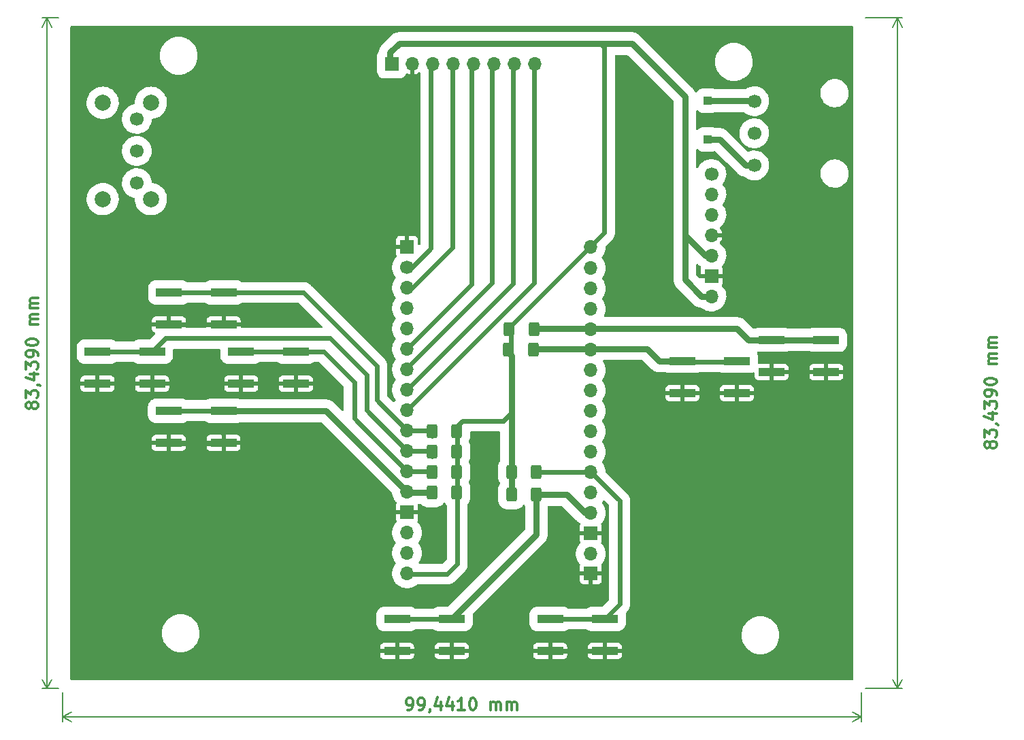
<source format=gtl>
%TF.GenerationSoftware,KiCad,Pcbnew,6.0.2+dfsg-1*%
%TF.CreationDate,2023-02-12T20:47:07+01:00*%
%TF.ProjectId,picopico,7069636f-7069-4636-9f2e-6b696361645f,rev?*%
%TF.SameCoordinates,Original*%
%TF.FileFunction,Copper,L1,Top*%
%TF.FilePolarity,Positive*%
%FSLAX46Y46*%
G04 Gerber Fmt 4.6, Leading zero omitted, Abs format (unit mm)*
G04 Created by KiCad (PCBNEW 6.0.2+dfsg-1) date 2023-02-12 20:47:07*
%MOMM*%
%LPD*%
G01*
G04 APERTURE LIST*
G04 Aperture macros list*
%AMRoundRect*
0 Rectangle with rounded corners*
0 $1 Rounding radius*
0 $2 $3 $4 $5 $6 $7 $8 $9 X,Y pos of 4 corners*
0 Add a 4 corners polygon primitive as box body*
4,1,4,$2,$3,$4,$5,$6,$7,$8,$9,$2,$3,0*
0 Add four circle primitives for the rounded corners*
1,1,$1+$1,$2,$3*
1,1,$1+$1,$4,$5*
1,1,$1+$1,$6,$7*
1,1,$1+$1,$8,$9*
0 Add four rect primitives between the rounded corners*
20,1,$1+$1,$2,$3,$4,$5,0*
20,1,$1+$1,$4,$5,$6,$7,0*
20,1,$1+$1,$6,$7,$8,$9,0*
20,1,$1+$1,$8,$9,$2,$3,0*%
G04 Aperture macros list end*
%ADD10C,0.300000*%
%TA.AperFunction,NonConductor*%
%ADD11C,0.300000*%
%TD*%
%TA.AperFunction,NonConductor*%
%ADD12C,0.200000*%
%TD*%
%TA.AperFunction,SMDPad,CuDef*%
%ADD13R,3.200000X1.000000*%
%TD*%
%TA.AperFunction,SMDPad,CuDef*%
%ADD14R,1.000000X1.000000*%
%TD*%
%TA.AperFunction,SMDPad,CuDef*%
%ADD15RoundRect,0.250000X0.400000X0.625000X-0.400000X0.625000X-0.400000X-0.625000X0.400000X-0.625000X0*%
%TD*%
%TA.AperFunction,ComponentPad*%
%ADD16C,2.000000*%
%TD*%
%TA.AperFunction,ComponentPad*%
%ADD17C,1.700000*%
%TD*%
%TA.AperFunction,ComponentPad*%
%ADD18R,1.700000X1.700000*%
%TD*%
%TA.AperFunction,ComponentPad*%
%ADD19O,1.700000X1.700000*%
%TD*%
%TA.AperFunction,Conductor*%
%ADD20C,0.800000*%
%TD*%
%TA.AperFunction,Conductor*%
%ADD21C,0.600000*%
%TD*%
G04 APERTURE END LIST*
D10*
D11*
X182447428Y-67856857D02*
X182376000Y-67999714D01*
X182304571Y-68071142D01*
X182161714Y-68142571D01*
X182090285Y-68142571D01*
X181947428Y-68071142D01*
X181876000Y-67999714D01*
X181804571Y-67856857D01*
X181804571Y-67571142D01*
X181876000Y-67428285D01*
X181947428Y-67356857D01*
X182090285Y-67285428D01*
X182161714Y-67285428D01*
X182304571Y-67356857D01*
X182376000Y-67428285D01*
X182447428Y-67571142D01*
X182447428Y-67856857D01*
X182518857Y-67999714D01*
X182590285Y-68071142D01*
X182733142Y-68142571D01*
X183018857Y-68142571D01*
X183161714Y-68071142D01*
X183233142Y-67999714D01*
X183304571Y-67856857D01*
X183304571Y-67571142D01*
X183233142Y-67428285D01*
X183161714Y-67356857D01*
X183018857Y-67285428D01*
X182733142Y-67285428D01*
X182590285Y-67356857D01*
X182518857Y-67428285D01*
X182447428Y-67571142D01*
X181804571Y-66785428D02*
X181804571Y-65856857D01*
X182376000Y-66356857D01*
X182376000Y-66142571D01*
X182447428Y-65999714D01*
X182518857Y-65928285D01*
X182661714Y-65856857D01*
X183018857Y-65856857D01*
X183161714Y-65928285D01*
X183233142Y-65999714D01*
X183304571Y-66142571D01*
X183304571Y-66571142D01*
X183233142Y-66714000D01*
X183161714Y-66785428D01*
X183233142Y-65142571D02*
X183304571Y-65142571D01*
X183447428Y-65214000D01*
X183518857Y-65285428D01*
X182304571Y-63856857D02*
X183304571Y-63856857D01*
X181733142Y-64214000D02*
X182804571Y-64571142D01*
X182804571Y-63642571D01*
X181804571Y-63214000D02*
X181804571Y-62285428D01*
X182376000Y-62785428D01*
X182376000Y-62571142D01*
X182447428Y-62428285D01*
X182518857Y-62356857D01*
X182661714Y-62285428D01*
X183018857Y-62285428D01*
X183161714Y-62356857D01*
X183233142Y-62428285D01*
X183304571Y-62571142D01*
X183304571Y-62999714D01*
X183233142Y-63142571D01*
X183161714Y-63214000D01*
X183304571Y-61571142D02*
X183304571Y-61285428D01*
X183233142Y-61142571D01*
X183161714Y-61071142D01*
X182947428Y-60928285D01*
X182661714Y-60856857D01*
X182090285Y-60856857D01*
X181947428Y-60928285D01*
X181876000Y-60999714D01*
X181804571Y-61142571D01*
X181804571Y-61428285D01*
X181876000Y-61571142D01*
X181947428Y-61642571D01*
X182090285Y-61714000D01*
X182447428Y-61714000D01*
X182590285Y-61642571D01*
X182661714Y-61571142D01*
X182733142Y-61428285D01*
X182733142Y-61142571D01*
X182661714Y-60999714D01*
X182590285Y-60928285D01*
X182447428Y-60856857D01*
X181804571Y-59928285D02*
X181804571Y-59785428D01*
X181876000Y-59642571D01*
X181947428Y-59571142D01*
X182090285Y-59499714D01*
X182376000Y-59428285D01*
X182733142Y-59428285D01*
X183018857Y-59499714D01*
X183161714Y-59571142D01*
X183233142Y-59642571D01*
X183304571Y-59785428D01*
X183304571Y-59928285D01*
X183233142Y-60071142D01*
X183161714Y-60142571D01*
X183018857Y-60214000D01*
X182733142Y-60285428D01*
X182376000Y-60285428D01*
X182090285Y-60214000D01*
X181947428Y-60142571D01*
X181876000Y-60071142D01*
X181804571Y-59928285D01*
X183304571Y-57642571D02*
X182304571Y-57642571D01*
X182447428Y-57642571D02*
X182376000Y-57571142D01*
X182304571Y-57428285D01*
X182304571Y-57214000D01*
X182376000Y-57071142D01*
X182518857Y-56999714D01*
X183304571Y-56999714D01*
X182518857Y-56999714D02*
X182376000Y-56928285D01*
X182304571Y-56785428D01*
X182304571Y-56571142D01*
X182376000Y-56428285D01*
X182518857Y-56356857D01*
X183304571Y-56356857D01*
X183304571Y-55642571D02*
X182304571Y-55642571D01*
X182447428Y-55642571D02*
X182376000Y-55571142D01*
X182304571Y-55428285D01*
X182304571Y-55214000D01*
X182376000Y-55071142D01*
X182518857Y-54999714D01*
X183304571Y-54999714D01*
X182518857Y-54999714D02*
X182376000Y-54928285D01*
X182304571Y-54785428D01*
X182304571Y-54571142D01*
X182376000Y-54428285D01*
X182518857Y-54356857D01*
X183304571Y-54356857D01*
D12*
X166997000Y-14605000D02*
X171528420Y-14605000D01*
X166997000Y-98044000D02*
X171528420Y-98044000D01*
X170942000Y-14605000D02*
X170942000Y-98044000D01*
X170942000Y-14605000D02*
X170942000Y-98044000D01*
X170942000Y-14605000D02*
X170355579Y-15731504D01*
X170942000Y-14605000D02*
X171528421Y-15731504D01*
X170942000Y-98044000D02*
X171528421Y-96917496D01*
X170942000Y-98044000D02*
X170355579Y-96917496D01*
D10*
D11*
X63197828Y-62967357D02*
X63126400Y-63110214D01*
X63054971Y-63181642D01*
X62912114Y-63253071D01*
X62840685Y-63253071D01*
X62697828Y-63181642D01*
X62626400Y-63110214D01*
X62554971Y-62967357D01*
X62554971Y-62681642D01*
X62626400Y-62538785D01*
X62697828Y-62467357D01*
X62840685Y-62395928D01*
X62912114Y-62395928D01*
X63054971Y-62467357D01*
X63126400Y-62538785D01*
X63197828Y-62681642D01*
X63197828Y-62967357D01*
X63269257Y-63110214D01*
X63340685Y-63181642D01*
X63483542Y-63253071D01*
X63769257Y-63253071D01*
X63912114Y-63181642D01*
X63983542Y-63110214D01*
X64054971Y-62967357D01*
X64054971Y-62681642D01*
X63983542Y-62538785D01*
X63912114Y-62467357D01*
X63769257Y-62395928D01*
X63483542Y-62395928D01*
X63340685Y-62467357D01*
X63269257Y-62538785D01*
X63197828Y-62681642D01*
X62554971Y-61895928D02*
X62554971Y-60967357D01*
X63126400Y-61467357D01*
X63126400Y-61253071D01*
X63197828Y-61110214D01*
X63269257Y-61038785D01*
X63412114Y-60967357D01*
X63769257Y-60967357D01*
X63912114Y-61038785D01*
X63983542Y-61110214D01*
X64054971Y-61253071D01*
X64054971Y-61681642D01*
X63983542Y-61824500D01*
X63912114Y-61895928D01*
X63983542Y-60253071D02*
X64054971Y-60253071D01*
X64197828Y-60324500D01*
X64269257Y-60395928D01*
X63054971Y-58967357D02*
X64054971Y-58967357D01*
X62483542Y-59324500D02*
X63554971Y-59681642D01*
X63554971Y-58753071D01*
X62554971Y-58324500D02*
X62554971Y-57395928D01*
X63126400Y-57895928D01*
X63126400Y-57681642D01*
X63197828Y-57538785D01*
X63269257Y-57467357D01*
X63412114Y-57395928D01*
X63769257Y-57395928D01*
X63912114Y-57467357D01*
X63983542Y-57538785D01*
X64054971Y-57681642D01*
X64054971Y-58110214D01*
X63983542Y-58253071D01*
X63912114Y-58324500D01*
X64054971Y-56681642D02*
X64054971Y-56395928D01*
X63983542Y-56253071D01*
X63912114Y-56181642D01*
X63697828Y-56038785D01*
X63412114Y-55967357D01*
X62840685Y-55967357D01*
X62697828Y-56038785D01*
X62626400Y-56110214D01*
X62554971Y-56253071D01*
X62554971Y-56538785D01*
X62626400Y-56681642D01*
X62697828Y-56753071D01*
X62840685Y-56824500D01*
X63197828Y-56824500D01*
X63340685Y-56753071D01*
X63412114Y-56681642D01*
X63483542Y-56538785D01*
X63483542Y-56253071D01*
X63412114Y-56110214D01*
X63340685Y-56038785D01*
X63197828Y-55967357D01*
X62554971Y-55038785D02*
X62554971Y-54895928D01*
X62626400Y-54753071D01*
X62697828Y-54681642D01*
X62840685Y-54610214D01*
X63126400Y-54538785D01*
X63483542Y-54538785D01*
X63769257Y-54610214D01*
X63912114Y-54681642D01*
X63983542Y-54753071D01*
X64054971Y-54895928D01*
X64054971Y-55038785D01*
X63983542Y-55181642D01*
X63912114Y-55253071D01*
X63769257Y-55324500D01*
X63483542Y-55395928D01*
X63126400Y-55395928D01*
X62840685Y-55324500D01*
X62697828Y-55253071D01*
X62626400Y-55181642D01*
X62554971Y-55038785D01*
X64054971Y-52753071D02*
X63054971Y-52753071D01*
X63197828Y-52753071D02*
X63126400Y-52681642D01*
X63054971Y-52538785D01*
X63054971Y-52324500D01*
X63126400Y-52181642D01*
X63269257Y-52110214D01*
X64054971Y-52110214D01*
X63269257Y-52110214D02*
X63126400Y-52038785D01*
X63054971Y-51895928D01*
X63054971Y-51681642D01*
X63126400Y-51538785D01*
X63269257Y-51467357D01*
X64054971Y-51467357D01*
X64054971Y-50753071D02*
X63054971Y-50753071D01*
X63197828Y-50753071D02*
X63126400Y-50681642D01*
X63054971Y-50538785D01*
X63054971Y-50324500D01*
X63126400Y-50181642D01*
X63269257Y-50110214D01*
X64054971Y-50110214D01*
X63269257Y-50110214D02*
X63126400Y-50038785D01*
X63054971Y-49895928D01*
X63054971Y-49681642D01*
X63126400Y-49538785D01*
X63269257Y-49467357D01*
X64054971Y-49467357D01*
D12*
X66556000Y-14605000D02*
X64589980Y-14605000D01*
X66556000Y-98044000D02*
X64589980Y-98044000D01*
X65176400Y-14605000D02*
X65176400Y-98044000D01*
X65176400Y-14605000D02*
X65176400Y-98044000D01*
X65176400Y-14605000D02*
X64589979Y-15731504D01*
X65176400Y-14605000D02*
X65762821Y-15731504D01*
X65176400Y-98044000D02*
X65762821Y-96917496D01*
X65176400Y-98044000D02*
X64589979Y-96917496D01*
D10*
D11*
X109990785Y-100754571D02*
X110276500Y-100754571D01*
X110419357Y-100683142D01*
X110490785Y-100611714D01*
X110633642Y-100397428D01*
X110705071Y-100111714D01*
X110705071Y-99540285D01*
X110633642Y-99397428D01*
X110562214Y-99326000D01*
X110419357Y-99254571D01*
X110133642Y-99254571D01*
X109990785Y-99326000D01*
X109919357Y-99397428D01*
X109847928Y-99540285D01*
X109847928Y-99897428D01*
X109919357Y-100040285D01*
X109990785Y-100111714D01*
X110133642Y-100183142D01*
X110419357Y-100183142D01*
X110562214Y-100111714D01*
X110633642Y-100040285D01*
X110705071Y-99897428D01*
X111419357Y-100754571D02*
X111705071Y-100754571D01*
X111847928Y-100683142D01*
X111919357Y-100611714D01*
X112062214Y-100397428D01*
X112133642Y-100111714D01*
X112133642Y-99540285D01*
X112062214Y-99397428D01*
X111990785Y-99326000D01*
X111847928Y-99254571D01*
X111562214Y-99254571D01*
X111419357Y-99326000D01*
X111347928Y-99397428D01*
X111276500Y-99540285D01*
X111276500Y-99897428D01*
X111347928Y-100040285D01*
X111419357Y-100111714D01*
X111562214Y-100183142D01*
X111847928Y-100183142D01*
X111990785Y-100111714D01*
X112062214Y-100040285D01*
X112133642Y-99897428D01*
X112847928Y-100683142D02*
X112847928Y-100754571D01*
X112776500Y-100897428D01*
X112705071Y-100968857D01*
X114133642Y-99754571D02*
X114133642Y-100754571D01*
X113776500Y-99183142D02*
X113419357Y-100254571D01*
X114347928Y-100254571D01*
X115562214Y-99754571D02*
X115562214Y-100754571D01*
X115205071Y-99183142D02*
X114847928Y-100254571D01*
X115776500Y-100254571D01*
X117133642Y-100754571D02*
X116276500Y-100754571D01*
X116705071Y-100754571D02*
X116705071Y-99254571D01*
X116562214Y-99468857D01*
X116419357Y-99611714D01*
X116276500Y-99683142D01*
X118062214Y-99254571D02*
X118205071Y-99254571D01*
X118347928Y-99326000D01*
X118419357Y-99397428D01*
X118490785Y-99540285D01*
X118562214Y-99826000D01*
X118562214Y-100183142D01*
X118490785Y-100468857D01*
X118419357Y-100611714D01*
X118347928Y-100683142D01*
X118205071Y-100754571D01*
X118062214Y-100754571D01*
X117919357Y-100683142D01*
X117847928Y-100611714D01*
X117776500Y-100468857D01*
X117705071Y-100183142D01*
X117705071Y-99826000D01*
X117776500Y-99540285D01*
X117847928Y-99397428D01*
X117919357Y-99326000D01*
X118062214Y-99254571D01*
X120347928Y-100754571D02*
X120347928Y-99754571D01*
X120347928Y-99897428D02*
X120419357Y-99826000D01*
X120562214Y-99754571D01*
X120776500Y-99754571D01*
X120919357Y-99826000D01*
X120990785Y-99968857D01*
X120990785Y-100754571D01*
X120990785Y-99968857D02*
X121062214Y-99826000D01*
X121205071Y-99754571D01*
X121419357Y-99754571D01*
X121562214Y-99826000D01*
X121633642Y-99968857D01*
X121633642Y-100754571D01*
X122347928Y-100754571D02*
X122347928Y-99754571D01*
X122347928Y-99897428D02*
X122419357Y-99826000D01*
X122562214Y-99754571D01*
X122776500Y-99754571D01*
X122919357Y-99826000D01*
X122990785Y-99968857D01*
X122990785Y-100754571D01*
X122990785Y-99968857D02*
X123062214Y-99826000D01*
X123205071Y-99754571D01*
X123419357Y-99754571D01*
X123562214Y-99826000D01*
X123633642Y-99968857D01*
X123633642Y-100754571D01*
D12*
X166497000Y-98544000D02*
X166497000Y-102186420D01*
X67056000Y-98544000D02*
X67056000Y-102186420D01*
X166497000Y-101600000D02*
X67056000Y-101600000D01*
X166497000Y-101600000D02*
X67056000Y-101600000D01*
X166497000Y-101600000D02*
X165370496Y-101013579D01*
X166497000Y-101600000D02*
X165370496Y-102186421D01*
X67056000Y-101600000D02*
X68182504Y-102186421D01*
X67056000Y-101600000D02*
X68182504Y-101013579D01*
D13*
%TO.P,SW_B1,1,1*%
%TO.N,/SW_BOT*%
X89306400Y-56134000D03*
X96106400Y-56134000D03*
%TO.P,SW_B1,2,2*%
%TO.N,GND*%
X96106400Y-60134000D03*
X89306400Y-60134000D03*
%TD*%
D14*
%TO.P,TP2,1,1*%
%TO.N,Net-(U2-Pad3)*%
X147320000Y-29718000D03*
%TD*%
D15*
%TO.P,R7,1*%
%TO.N,/SW_START*%
X125655000Y-55880000D03*
%TO.P,R7,2*%
%TO.N,+3.3V*%
X122555000Y-55880000D03*
%TD*%
%TO.P,R4,1*%
%TO.N,+3.3V*%
X116130000Y-73660000D03*
%TO.P,R4,2*%
%TO.N,/SW_R*%
X113030000Y-73660000D03*
%TD*%
D13*
%TO.P,SW5,1,1*%
%TO.N,GND*%
X127762000Y-93408000D03*
X134562000Y-93408000D03*
%TO.P,SW5,2,2*%
%TO.N,/SW_A*%
X127762000Y-89408000D03*
X134562000Y-89408000D03*
%TD*%
%TO.P,SW7,1,1*%
%TO.N,GND*%
X144204500Y-61302400D03*
X151004500Y-61302400D03*
%TO.P,SW7,2,2*%
%TO.N,/SW_START*%
X144204500Y-57302400D03*
X151004500Y-57302400D03*
%TD*%
D15*
%TO.P,R2,1*%
%TO.N,+3.3V*%
X116130000Y-68580000D03*
%TO.P,R2,2*%
%TO.N,/SW_T*%
X113030000Y-68580000D03*
%TD*%
D13*
%TO.P,SW_T1,1,1*%
%TO.N,/SW_T*%
X78232000Y-56134000D03*
X71432000Y-56134000D03*
%TO.P,SW_T1,2,2*%
%TO.N,GND*%
X78232000Y-60134000D03*
X71432000Y-60134000D03*
%TD*%
D15*
%TO.P,R5,1*%
%TO.N,/SW_A*%
X126037500Y-71120000D03*
%TO.P,R5,2*%
%TO.N,+3.3V*%
X122937500Y-71120000D03*
%TD*%
%TO.P,R8,1*%
%TO.N,/SW_SEL*%
X125730000Y-53340000D03*
%TO.P,R8,2*%
%TO.N,+3.3V*%
X122630000Y-53340000D03*
%TD*%
D13*
%TO.P,SW8,1,1*%
%TO.N,GND*%
X155322500Y-58667400D03*
X162122500Y-58667400D03*
%TO.P,SW8,2,2*%
%TO.N,/SW_SEL*%
X155322500Y-54667400D03*
X162122500Y-54667400D03*
%TD*%
%TO.P,SW3,1,1*%
%TO.N,/SW_R*%
X80314800Y-63500000D03*
X87114800Y-63500000D03*
%TO.P,SW3,2,2*%
%TO.N,GND*%
X80314800Y-67500000D03*
X87114800Y-67500000D03*
%TD*%
%TO.P,SW_L1,1,1*%
%TO.N,/SW_L*%
X87122000Y-48768000D03*
X80322000Y-48768000D03*
%TO.P,SW_L1,2,2*%
%TO.N,GND*%
X80322000Y-52768000D03*
X87122000Y-52768000D03*
%TD*%
D15*
%TO.P,R3,1*%
%TO.N,+3.3V*%
X116130000Y-71120000D03*
%TO.P,R3,2*%
%TO.N,/SW_BOT*%
X113030000Y-71120000D03*
%TD*%
%TO.P,R6,1*%
%TO.N,/SW_B*%
X126037500Y-73914000D03*
%TO.P,R6,2*%
%TO.N,+3.3V*%
X122937500Y-73914000D03*
%TD*%
%TO.P,R1,1*%
%TO.N,+3.3V*%
X116130000Y-66040000D03*
%TO.P,R1,2*%
%TO.N,/SW_L*%
X113030000Y-66040000D03*
%TD*%
D13*
%TO.P,SW6,1,1*%
%TO.N,GND*%
X108712000Y-93408000D03*
X115512000Y-93408000D03*
%TO.P,SW6,2,2*%
%TO.N,/SW_B*%
X115512000Y-89408000D03*
X108712000Y-89408000D03*
%TD*%
D16*
%TO.P,SW1,*%
%TO.N,*%
X72075500Y-37157500D03*
X78075500Y-25157500D03*
X72075500Y-25157500D03*
X78075500Y-37157500D03*
D17*
%TO.P,SW1,1,A*%
%TO.N,unconnected-(SW1-Pad1)*%
X76325500Y-27157500D03*
%TO.P,SW1,2,B*%
%TO.N,+BATT*%
X76325500Y-31157500D03*
%TO.P,SW1,3,C*%
%TO.N,+3.3V*%
X76325500Y-35157500D03*
%TD*%
%TO.P,U2,1,1*%
%TO.N,Net-(U2-Pad1)*%
X153155000Y-24956000D03*
%TO.P,U2,2,2*%
%TO.N,Net-(J1-Pad9)*%
X153155000Y-28956000D03*
%TO.P,U2,3,3*%
%TO.N,Net-(U2-Pad3)*%
X153155000Y-32956000D03*
%TD*%
D14*
%TO.P,TP1,1,1*%
%TO.N,Net-(U2-Pad1)*%
X147320000Y-24892000D03*
%TD*%
D18*
%TO.P,J2,1,Pin_1*%
%TO.N,+3.3V*%
X108034200Y-20291200D03*
D19*
%TO.P,J2,2,Pin_2*%
%TO.N,GND*%
X110574200Y-20291200D03*
%TO.P,J2,3,Pin_3*%
%TO.N,/LED{slash}BL*%
X113114200Y-20291200D03*
%TO.P,J2,4,Pin_4*%
%TO.N,/CS*%
X115654200Y-20291200D03*
%TO.P,J2,5,Pin_5*%
%TO.N,/DC{slash}RS*%
X118194200Y-20291200D03*
%TO.P,J2,6,Pin_6*%
%TO.N,/RESET*%
X120734200Y-20291200D03*
%TO.P,J2,7,Pin_7*%
%TO.N,/SDA*%
X123274200Y-20291200D03*
%TO.P,J2,8,Pin_8*%
%TO.N,/SCK*%
X125814200Y-20291200D03*
%TD*%
D17*
%TO.P,J1,1,Pin_1*%
%TO.N,/LRC*%
X147828000Y-34036000D03*
D19*
%TO.P,J1,2,Pin_2*%
%TO.N,/BCLK*%
X147828000Y-36576000D03*
%TO.P,J1,3,Pin_3*%
%TO.N,/DIN*%
X147828000Y-39116000D03*
%TO.P,J1,4,Pin_4*%
%TO.N,GND*%
X147828000Y-41656000D03*
%TO.P,J1,5,Pin_5*%
%TO.N,+3.3V*%
X147828000Y-44196000D03*
D18*
%TO.P,J1,6,Pin_6*%
%TO.N,GND*%
X147828000Y-46736000D03*
D19*
%TO.P,J1,7,Pin_7*%
%TO.N,+3.3V*%
X147828000Y-49276000D03*
%TD*%
%TO.P,U1,1,3v3*%
%TO.N,+3.3V*%
X132810000Y-43085000D03*
%TO.P,U1,2,RST*%
%TO.N,unconnected-(U1-Pad2)*%
X132810000Y-45720000D03*
%TO.P,U1,3,VP*%
%TO.N,unconnected-(U1-Pad3)*%
X132810000Y-48260000D03*
%TO.P,U1,4,VN*%
%TO.N,unconnected-(U1-Pad4)*%
X132810000Y-50800000D03*
%TO.P,U1,5,34i*%
%TO.N,/SW_SEL*%
X132810000Y-53340000D03*
%TO.P,U1,6,35i*%
%TO.N,/SW_START*%
X132810000Y-55880000D03*
%TO.P,U1,7,32*%
%TO.N,unconnected-(U1-Pad7)*%
X132810000Y-58420000D03*
%TO.P,U1,8,33*%
%TO.N,unconnected-(U1-Pad8)*%
X132810000Y-60960000D03*
%TO.P,U1,9,25*%
%TO.N,/LRC*%
X132810000Y-63500000D03*
%TO.P,U1,10,26*%
%TO.N,/BCLK*%
X132810000Y-66040000D03*
%TO.P,U1,11,27*%
%TO.N,/DIN*%
X132810000Y-68580000D03*
%TO.P,U1,12,14*%
%TO.N,/SW_A*%
X132810000Y-71120000D03*
%TO.P,U1,13,12STRAP*%
%TO.N,unconnected-(U1-Pad13)*%
X132810000Y-73660000D03*
%TO.P,U1,14,13*%
%TO.N,/SW_B*%
X132810000Y-76200000D03*
D18*
%TO.P,U1,15,GND*%
%TO.N,GND*%
X132810000Y-78740000D03*
D19*
%TO.P,U1,16,VBAT*%
%TO.N,unconnected-(U1-Pad16)*%
X132810000Y-81280000D03*
D18*
%TO.P,U1,17,GND*%
%TO.N,GND*%
X132810000Y-83725000D03*
D19*
%TO.P,U1,18,3.3v*%
%TO.N,+3.3V*%
X109950000Y-83725000D03*
%TO.P,U1,19,VIN*%
X109950000Y-81185000D03*
%TO.P,U1,20,5V*%
%TO.N,unconnected-(U1-Pad20)*%
X109950000Y-78645000D03*
D18*
%TO.P,U1,21,GND*%
%TO.N,GND*%
X109950000Y-76105000D03*
D19*
%TO.P,U1,22,15*%
%TO.N,/SW_R*%
X109950000Y-73565000D03*
%TO.P,U1,23,2*%
%TO.N,/SW_BOT*%
X109950000Y-71025000D03*
%TO.P,U1,24,0STRAP*%
%TO.N,/SW_T*%
X109950000Y-68485000D03*
%TO.P,U1,25,4*%
%TO.N,/SW_L*%
X109950000Y-65945000D03*
%TO.P,U1,26,5*%
%TO.N,/SCK*%
X109950000Y-63405000D03*
%TO.P,U1,27,18*%
%TO.N,/SDA*%
X109950000Y-60865000D03*
%TO.P,U1,28,19*%
%TO.N,/RESET*%
X109950000Y-58325000D03*
%TO.P,U1,29,21*%
%TO.N,/DC{slash}RS*%
X109950000Y-55785000D03*
%TO.P,U1,30,RX*%
%TO.N,unconnected-(U1-Pad30)*%
X109950000Y-53245000D03*
%TO.P,U1,31,TX*%
%TO.N,unconnected-(U1-Pad31)*%
X109950000Y-50705000D03*
%TO.P,U1,32,22*%
%TO.N,/CS*%
X109950000Y-48165000D03*
D17*
%TO.P,U1,33,23*%
%TO.N,/LED{slash}BL*%
X109950000Y-45625000D03*
D18*
%TO.P,U1,34,GND*%
%TO.N,GND*%
X109950000Y-43085000D03*
%TD*%
D20*
%TO.N,+3.3V*%
X137922000Y-17780000D02*
X144526000Y-24384000D01*
X122937500Y-73914000D02*
X122937500Y-71872500D01*
X133985000Y-17780000D02*
X137922000Y-17780000D01*
X144526000Y-41656000D02*
X144526000Y-47176081D01*
D21*
X134515000Y-41310340D02*
X122915000Y-52910340D01*
X116205000Y-65405000D02*
X116840000Y-64770000D01*
D20*
X107831000Y-18915000D02*
X107831000Y-20240400D01*
D21*
X133985000Y-17780000D02*
X134515000Y-18310000D01*
X116205000Y-82550000D02*
X116205000Y-65405000D01*
X114935000Y-83820000D02*
X116205000Y-82550000D01*
X134515000Y-18310000D02*
X134515000Y-41310340D01*
D20*
X108966000Y-17780000D02*
X107831000Y-18915000D01*
X122937500Y-56632500D02*
X122937500Y-63752500D01*
X144526000Y-24384000D02*
X144526000Y-41656000D01*
D21*
X109855000Y-83820000D02*
X114935000Y-83820000D01*
D20*
X144526000Y-47176081D02*
X146625919Y-49276000D01*
X147066000Y-44196000D02*
X147828000Y-44196000D01*
X122915000Y-56610000D02*
X122937500Y-56632500D01*
D21*
X116840000Y-64770000D02*
X121920000Y-64770000D01*
X122915000Y-52910340D02*
X122915000Y-57245000D01*
D20*
X133985000Y-17780000D02*
X108966000Y-17780000D01*
D21*
X121985000Y-64705000D02*
X122937500Y-63752500D01*
D20*
X122937500Y-63752500D02*
X122937500Y-71755000D01*
X144526000Y-41656000D02*
X147066000Y-44196000D01*
X146625919Y-49276000D02*
X147828000Y-49276000D01*
D21*
%TO.N,GND*%
X127762000Y-93408000D02*
X134562000Y-93408000D01*
X86762800Y-67532000D02*
X79962800Y-67532000D01*
X80322000Y-52768000D02*
X87122000Y-52768000D01*
X108712000Y-93408000D02*
X115512000Y-93408000D01*
%TO.N,/SW_A*%
X136398000Y-87572000D02*
X136398000Y-74708000D01*
X136398000Y-74708000D02*
X132810000Y-71120000D01*
X132810000Y-71120000D02*
X126037500Y-71120000D01*
D20*
X132620000Y-71120000D02*
X132715000Y-71215000D01*
D21*
X134562000Y-89408000D02*
X127762000Y-89408000D01*
X134562000Y-89408000D02*
X136398000Y-87572000D01*
%TO.N,/SW_START*%
X144810500Y-57302400D02*
X144715500Y-57397400D01*
X144810500Y-57397400D02*
X151610500Y-57397400D01*
D20*
X141376400Y-57302400D02*
X144810500Y-57302400D01*
X139852400Y-55778400D02*
X141376400Y-57302400D01*
X125756600Y-55778400D02*
X139852400Y-55778400D01*
X125655000Y-55880000D02*
X125756600Y-55778400D01*
D21*
%TO.N,/SCK*%
X125730000Y-47625000D02*
X109855000Y-63500000D01*
X125730000Y-42316400D02*
X125730000Y-47625000D01*
X125730000Y-20178600D02*
X125730000Y-42508600D01*
%TO.N,/SDA*%
X123139200Y-47675800D02*
X109855000Y-60960000D01*
X123139200Y-42545000D02*
X123139200Y-47675800D01*
X123139200Y-20443600D02*
X123139200Y-42773600D01*
%TO.N,/RESET*%
X120548400Y-42529125D02*
X120548400Y-47567850D01*
X120548400Y-47567850D02*
X109855000Y-58261250D01*
X120523000Y-20500750D02*
X120523000Y-42672000D01*
%TO.N,/DC{slash}RS*%
X117983000Y-47752000D02*
X109855000Y-55880000D01*
X117983000Y-42672000D02*
X117983000Y-47752000D01*
X117983000Y-20331000D02*
X117983000Y-42661000D01*
%TO.N,/CS*%
X115570000Y-43180000D02*
X110490000Y-48260000D01*
X115570000Y-20267500D02*
X115570000Y-38152500D01*
X115570000Y-37973000D02*
X115570000Y-43180000D01*
%TO.N,/LED{slash}BL*%
X112903000Y-20140500D02*
X112903000Y-38025500D01*
X112903000Y-37973000D02*
X112903000Y-43307000D01*
X110490000Y-45720000D02*
X109855000Y-45720000D01*
X112903000Y-43307000D02*
X110490000Y-45720000D01*
D20*
%TO.N,/SW_R*%
X99885000Y-63500000D02*
X87114800Y-63500000D01*
X113030000Y-73660000D02*
X110045000Y-73660000D01*
X109950000Y-73565000D02*
X99885000Y-63500000D01*
X110045000Y-73660000D02*
X109950000Y-73565000D01*
D21*
X80314800Y-63468000D02*
X87114800Y-63468000D01*
%TO.N,/SW_L*%
X112375000Y-65945000D02*
X113105000Y-66675000D01*
X109950000Y-65945000D02*
X112375000Y-65945000D01*
X109950000Y-65945000D02*
X106172000Y-62167000D01*
X97028000Y-48768000D02*
X87122000Y-48768000D01*
X106172000Y-57912000D02*
X97028000Y-48768000D01*
X80322000Y-48768000D02*
X87122000Y-48768000D01*
X106172000Y-62167000D02*
X106172000Y-57912000D01*
%TO.N,/SW_T*%
X109950000Y-68485000D02*
X112375000Y-68485000D01*
X79883000Y-54483000D02*
X78232000Y-56134000D01*
X104902000Y-63437000D02*
X104902000Y-59055000D01*
X109950000Y-68485000D02*
X104902000Y-63437000D01*
X78232000Y-56134000D02*
X71432000Y-56134000D01*
X112375000Y-68485000D02*
X113105000Y-69215000D01*
X104902000Y-59055000D02*
X100330000Y-54483000D01*
X100330000Y-54483000D02*
X79883000Y-54483000D01*
D20*
%TO.N,/SW_B*%
X132080000Y-76200000D02*
X132810000Y-76200000D01*
X132620000Y-76200000D02*
X132715000Y-76295000D01*
X126037500Y-73914000D02*
X129794000Y-73914000D01*
D21*
X115512000Y-89408000D02*
X108712000Y-89408000D01*
D20*
X126037500Y-78882500D02*
X115512000Y-89408000D01*
X126037500Y-73914000D02*
X126037500Y-78882500D01*
X129794000Y-73914000D02*
X132080000Y-76200000D01*
%TO.N,/SW_SEL*%
X125730000Y-53340000D02*
X125831600Y-53238400D01*
X155322500Y-54667400D02*
X162122500Y-54667400D01*
X151028400Y-53238400D02*
X152457400Y-54667400D01*
X152457400Y-54667400D02*
X155322500Y-54667400D01*
X125831600Y-53238400D02*
X151028400Y-53238400D01*
D21*
%TO.N,/SW_BOT*%
X96106400Y-56134000D02*
X89306400Y-56134000D01*
X103378000Y-64453000D02*
X103378000Y-59944000D01*
X109950000Y-71025000D02*
X112935000Y-71025000D01*
X109950000Y-71025000D02*
X103378000Y-64453000D01*
X103378000Y-59944000D02*
X99568000Y-56134000D01*
X99568000Y-56134000D02*
X96106400Y-56134000D01*
X112935000Y-71025000D02*
X113030000Y-71120000D01*
D20*
%TO.N,Net-(U2-Pad1)*%
X152710000Y-24892000D02*
X152774000Y-24956000D01*
X147320000Y-24892000D02*
X152710000Y-24892000D01*
%TO.N,Net-(U2-Pad3)*%
X147320000Y-29718000D02*
X148844000Y-29718000D01*
X148844000Y-29718000D02*
X152082000Y-32956000D01*
X152082000Y-32956000D02*
X152774000Y-32956000D01*
%TD*%
%TA.AperFunction,Conductor*%
%TO.N,GND*%
G36*
X165439121Y-15625002D02*
G01*
X165485614Y-15678658D01*
X165497000Y-15731000D01*
X165497000Y-96918000D01*
X165476998Y-96986121D01*
X165423342Y-97032614D01*
X165371000Y-97044000D01*
X68182000Y-97044000D01*
X68113879Y-97023998D01*
X68067386Y-96970342D01*
X68056000Y-96918000D01*
X68056000Y-93952669D01*
X106604001Y-93952669D01*
X106604371Y-93959490D01*
X106609895Y-94010352D01*
X106613521Y-94025604D01*
X106658676Y-94146054D01*
X106667214Y-94161649D01*
X106743715Y-94263724D01*
X106756276Y-94276285D01*
X106858351Y-94352786D01*
X106873946Y-94361324D01*
X106994394Y-94406478D01*
X107009649Y-94410105D01*
X107060514Y-94415631D01*
X107067328Y-94416000D01*
X108439885Y-94416000D01*
X108455124Y-94411525D01*
X108456329Y-94410135D01*
X108458000Y-94402452D01*
X108458000Y-94397884D01*
X108966000Y-94397884D01*
X108970475Y-94413123D01*
X108971865Y-94414328D01*
X108979548Y-94415999D01*
X110356669Y-94415999D01*
X110363490Y-94415629D01*
X110414352Y-94410105D01*
X110429604Y-94406479D01*
X110550054Y-94361324D01*
X110565649Y-94352786D01*
X110667724Y-94276285D01*
X110680285Y-94263724D01*
X110756786Y-94161649D01*
X110765324Y-94146054D01*
X110810478Y-94025606D01*
X110814105Y-94010351D01*
X110819631Y-93959486D01*
X110820000Y-93952672D01*
X110820000Y-93952669D01*
X113404001Y-93952669D01*
X113404371Y-93959490D01*
X113409895Y-94010352D01*
X113413521Y-94025604D01*
X113458676Y-94146054D01*
X113467214Y-94161649D01*
X113543715Y-94263724D01*
X113556276Y-94276285D01*
X113658351Y-94352786D01*
X113673946Y-94361324D01*
X113794394Y-94406478D01*
X113809649Y-94410105D01*
X113860514Y-94415631D01*
X113867328Y-94416000D01*
X115239885Y-94416000D01*
X115255124Y-94411525D01*
X115256329Y-94410135D01*
X115258000Y-94402452D01*
X115258000Y-94397884D01*
X115766000Y-94397884D01*
X115770475Y-94413123D01*
X115771865Y-94414328D01*
X115779548Y-94415999D01*
X117156669Y-94415999D01*
X117163490Y-94415629D01*
X117214352Y-94410105D01*
X117229604Y-94406479D01*
X117350054Y-94361324D01*
X117365649Y-94352786D01*
X117467724Y-94276285D01*
X117480285Y-94263724D01*
X117556786Y-94161649D01*
X117565324Y-94146054D01*
X117610478Y-94025606D01*
X117614105Y-94010351D01*
X117619631Y-93959486D01*
X117620000Y-93952672D01*
X117620000Y-93952669D01*
X125654001Y-93952669D01*
X125654371Y-93959490D01*
X125659895Y-94010352D01*
X125663521Y-94025604D01*
X125708676Y-94146054D01*
X125717214Y-94161649D01*
X125793715Y-94263724D01*
X125806276Y-94276285D01*
X125908351Y-94352786D01*
X125923946Y-94361324D01*
X126044394Y-94406478D01*
X126059649Y-94410105D01*
X126110514Y-94415631D01*
X126117328Y-94416000D01*
X127489885Y-94416000D01*
X127505124Y-94411525D01*
X127506329Y-94410135D01*
X127508000Y-94402452D01*
X127508000Y-94397884D01*
X128016000Y-94397884D01*
X128020475Y-94413123D01*
X128021865Y-94414328D01*
X128029548Y-94415999D01*
X129406669Y-94415999D01*
X129413490Y-94415629D01*
X129464352Y-94410105D01*
X129479604Y-94406479D01*
X129600054Y-94361324D01*
X129615649Y-94352786D01*
X129717724Y-94276285D01*
X129730285Y-94263724D01*
X129806786Y-94161649D01*
X129815324Y-94146054D01*
X129860478Y-94025606D01*
X129864105Y-94010351D01*
X129869631Y-93959486D01*
X129870000Y-93952672D01*
X129870000Y-93952669D01*
X132454001Y-93952669D01*
X132454371Y-93959490D01*
X132459895Y-94010352D01*
X132463521Y-94025604D01*
X132508676Y-94146054D01*
X132517214Y-94161649D01*
X132593715Y-94263724D01*
X132606276Y-94276285D01*
X132708351Y-94352786D01*
X132723946Y-94361324D01*
X132844394Y-94406478D01*
X132859649Y-94410105D01*
X132910514Y-94415631D01*
X132917328Y-94416000D01*
X134289885Y-94416000D01*
X134305124Y-94411525D01*
X134306329Y-94410135D01*
X134308000Y-94402452D01*
X134308000Y-94397884D01*
X134816000Y-94397884D01*
X134820475Y-94413123D01*
X134821865Y-94414328D01*
X134829548Y-94415999D01*
X136206669Y-94415999D01*
X136213490Y-94415629D01*
X136264352Y-94410105D01*
X136279604Y-94406479D01*
X136400054Y-94361324D01*
X136415649Y-94352786D01*
X136517724Y-94276285D01*
X136530285Y-94263724D01*
X136606786Y-94161649D01*
X136615324Y-94146054D01*
X136660478Y-94025606D01*
X136664105Y-94010351D01*
X136669631Y-93959486D01*
X136670000Y-93952672D01*
X136670000Y-93680115D01*
X136665525Y-93664876D01*
X136664135Y-93663671D01*
X136656452Y-93662000D01*
X134834115Y-93662000D01*
X134818876Y-93666475D01*
X134817671Y-93667865D01*
X134816000Y-93675548D01*
X134816000Y-94397884D01*
X134308000Y-94397884D01*
X134308000Y-93680115D01*
X134303525Y-93664876D01*
X134302135Y-93663671D01*
X134294452Y-93662000D01*
X132472116Y-93662000D01*
X132456877Y-93666475D01*
X132455672Y-93667865D01*
X132454001Y-93675548D01*
X132454001Y-93952669D01*
X129870000Y-93952669D01*
X129870000Y-93680115D01*
X129865525Y-93664876D01*
X129864135Y-93663671D01*
X129856452Y-93662000D01*
X128034115Y-93662000D01*
X128018876Y-93666475D01*
X128017671Y-93667865D01*
X128016000Y-93675548D01*
X128016000Y-94397884D01*
X127508000Y-94397884D01*
X127508000Y-93680115D01*
X127503525Y-93664876D01*
X127502135Y-93663671D01*
X127494452Y-93662000D01*
X125672116Y-93662000D01*
X125656877Y-93666475D01*
X125655672Y-93667865D01*
X125654001Y-93675548D01*
X125654001Y-93952669D01*
X117620000Y-93952669D01*
X117620000Y-93680115D01*
X117615525Y-93664876D01*
X117614135Y-93663671D01*
X117606452Y-93662000D01*
X115784115Y-93662000D01*
X115768876Y-93666475D01*
X115767671Y-93667865D01*
X115766000Y-93675548D01*
X115766000Y-94397884D01*
X115258000Y-94397884D01*
X115258000Y-93680115D01*
X115253525Y-93664876D01*
X115252135Y-93663671D01*
X115244452Y-93662000D01*
X113422116Y-93662000D01*
X113406877Y-93666475D01*
X113405672Y-93667865D01*
X113404001Y-93675548D01*
X113404001Y-93952669D01*
X110820000Y-93952669D01*
X110820000Y-93680115D01*
X110815525Y-93664876D01*
X110814135Y-93663671D01*
X110806452Y-93662000D01*
X108984115Y-93662000D01*
X108968876Y-93666475D01*
X108967671Y-93667865D01*
X108966000Y-93675548D01*
X108966000Y-94397884D01*
X108458000Y-94397884D01*
X108458000Y-93680115D01*
X108453525Y-93664876D01*
X108452135Y-93663671D01*
X108444452Y-93662000D01*
X106622116Y-93662000D01*
X106606877Y-93666475D01*
X106605672Y-93667865D01*
X106604001Y-93675548D01*
X106604001Y-93952669D01*
X68056000Y-93952669D01*
X68056000Y-91186000D01*
X79432457Y-91186000D01*
X79452609Y-91493460D01*
X79453413Y-91497500D01*
X79453413Y-91497503D01*
X79503937Y-91751503D01*
X79512720Y-91795659D01*
X79611762Y-92087427D01*
X79613586Y-92091125D01*
X79738845Y-92345125D01*
X79748040Y-92363771D01*
X79919222Y-92619964D01*
X79921936Y-92623058D01*
X79921940Y-92623064D01*
X79963055Y-92669946D01*
X80122380Y-92851620D01*
X80125469Y-92854329D01*
X80350936Y-93052060D01*
X80350942Y-93052064D01*
X80354036Y-93054778D01*
X80610229Y-93225960D01*
X80613928Y-93227784D01*
X80613933Y-93227787D01*
X80755962Y-93297828D01*
X80886573Y-93362238D01*
X80890478Y-93363564D01*
X80890479Y-93363564D01*
X81174434Y-93459954D01*
X81174437Y-93459955D01*
X81178341Y-93461280D01*
X81182380Y-93462083D01*
X81182386Y-93462085D01*
X81476497Y-93520587D01*
X81476500Y-93520587D01*
X81480540Y-93521391D01*
X81484651Y-93521660D01*
X81484655Y-93521661D01*
X81709010Y-93536366D01*
X81709019Y-93536366D01*
X81711059Y-93536500D01*
X81864941Y-93536500D01*
X81866981Y-93536366D01*
X81866990Y-93536366D01*
X82091345Y-93521661D01*
X82091349Y-93521660D01*
X82095460Y-93521391D01*
X82099500Y-93520587D01*
X82099503Y-93520587D01*
X82393614Y-93462085D01*
X82393620Y-93462083D01*
X82397659Y-93461280D01*
X82401563Y-93459955D01*
X82401566Y-93459954D01*
X82685521Y-93363564D01*
X82685522Y-93363564D01*
X82689427Y-93362238D01*
X82820038Y-93297828D01*
X82962067Y-93227787D01*
X82962072Y-93227784D01*
X82965771Y-93225960D01*
X83100578Y-93135885D01*
X106604000Y-93135885D01*
X106608475Y-93151124D01*
X106609865Y-93152329D01*
X106617548Y-93154000D01*
X108439885Y-93154000D01*
X108455124Y-93149525D01*
X108456329Y-93148135D01*
X108458000Y-93140452D01*
X108458000Y-93135885D01*
X108966000Y-93135885D01*
X108970475Y-93151124D01*
X108971865Y-93152329D01*
X108979548Y-93154000D01*
X110801884Y-93154000D01*
X110817123Y-93149525D01*
X110818328Y-93148135D01*
X110819999Y-93140452D01*
X110819999Y-93135885D01*
X113404000Y-93135885D01*
X113408475Y-93151124D01*
X113409865Y-93152329D01*
X113417548Y-93154000D01*
X115239885Y-93154000D01*
X115255124Y-93149525D01*
X115256329Y-93148135D01*
X115258000Y-93140452D01*
X115258000Y-93135885D01*
X115766000Y-93135885D01*
X115770475Y-93151124D01*
X115771865Y-93152329D01*
X115779548Y-93154000D01*
X117601884Y-93154000D01*
X117617123Y-93149525D01*
X117618328Y-93148135D01*
X117619999Y-93140452D01*
X117619999Y-93135885D01*
X125654000Y-93135885D01*
X125658475Y-93151124D01*
X125659865Y-93152329D01*
X125667548Y-93154000D01*
X127489885Y-93154000D01*
X127505124Y-93149525D01*
X127506329Y-93148135D01*
X127508000Y-93140452D01*
X127508000Y-93135885D01*
X128016000Y-93135885D01*
X128020475Y-93151124D01*
X128021865Y-93152329D01*
X128029548Y-93154000D01*
X129851884Y-93154000D01*
X129867123Y-93149525D01*
X129868328Y-93148135D01*
X129869999Y-93140452D01*
X129869999Y-93135885D01*
X132454000Y-93135885D01*
X132458475Y-93151124D01*
X132459865Y-93152329D01*
X132467548Y-93154000D01*
X134289885Y-93154000D01*
X134305124Y-93149525D01*
X134306329Y-93148135D01*
X134308000Y-93140452D01*
X134308000Y-93135885D01*
X134816000Y-93135885D01*
X134820475Y-93151124D01*
X134821865Y-93152329D01*
X134829548Y-93154000D01*
X136651884Y-93154000D01*
X136667123Y-93149525D01*
X136668328Y-93148135D01*
X136669999Y-93140452D01*
X136669999Y-92863331D01*
X136669629Y-92856510D01*
X136664105Y-92805648D01*
X136660479Y-92790396D01*
X136615324Y-92669946D01*
X136606786Y-92654351D01*
X136530285Y-92552276D01*
X136517724Y-92539715D01*
X136415649Y-92463214D01*
X136400054Y-92454676D01*
X136279606Y-92409522D01*
X136264351Y-92405895D01*
X136213486Y-92400369D01*
X136206672Y-92400000D01*
X134834115Y-92400000D01*
X134818876Y-92404475D01*
X134817671Y-92405865D01*
X134816000Y-92413548D01*
X134816000Y-93135885D01*
X134308000Y-93135885D01*
X134308000Y-92418116D01*
X134303525Y-92402877D01*
X134302135Y-92401672D01*
X134294452Y-92400001D01*
X132917331Y-92400001D01*
X132910510Y-92400371D01*
X132859648Y-92405895D01*
X132844396Y-92409521D01*
X132723946Y-92454676D01*
X132708351Y-92463214D01*
X132606276Y-92539715D01*
X132593715Y-92552276D01*
X132517214Y-92654351D01*
X132508676Y-92669946D01*
X132463522Y-92790394D01*
X132459895Y-92805649D01*
X132454369Y-92856514D01*
X132454000Y-92863328D01*
X132454000Y-93135885D01*
X129869999Y-93135885D01*
X129869999Y-92863331D01*
X129869629Y-92856510D01*
X129864105Y-92805648D01*
X129860479Y-92790396D01*
X129815324Y-92669946D01*
X129806786Y-92654351D01*
X129730285Y-92552276D01*
X129717724Y-92539715D01*
X129615649Y-92463214D01*
X129600054Y-92454676D01*
X129479606Y-92409522D01*
X129464351Y-92405895D01*
X129413486Y-92400369D01*
X129406672Y-92400000D01*
X128034115Y-92400000D01*
X128018876Y-92404475D01*
X128017671Y-92405865D01*
X128016000Y-92413548D01*
X128016000Y-93135885D01*
X127508000Y-93135885D01*
X127508000Y-92418116D01*
X127503525Y-92402877D01*
X127502135Y-92401672D01*
X127494452Y-92400001D01*
X126117331Y-92400001D01*
X126110510Y-92400371D01*
X126059648Y-92405895D01*
X126044396Y-92409521D01*
X125923946Y-92454676D01*
X125908351Y-92463214D01*
X125806276Y-92539715D01*
X125793715Y-92552276D01*
X125717214Y-92654351D01*
X125708676Y-92669946D01*
X125663522Y-92790394D01*
X125659895Y-92805649D01*
X125654369Y-92856514D01*
X125654000Y-92863328D01*
X125654000Y-93135885D01*
X117619999Y-93135885D01*
X117619999Y-92863331D01*
X117619629Y-92856510D01*
X117614105Y-92805648D01*
X117610479Y-92790396D01*
X117565324Y-92669946D01*
X117556786Y-92654351D01*
X117480285Y-92552276D01*
X117467724Y-92539715D01*
X117365649Y-92463214D01*
X117350054Y-92454676D01*
X117229606Y-92409522D01*
X117214351Y-92405895D01*
X117163486Y-92400369D01*
X117156672Y-92400000D01*
X115784115Y-92400000D01*
X115768876Y-92404475D01*
X115767671Y-92405865D01*
X115766000Y-92413548D01*
X115766000Y-93135885D01*
X115258000Y-93135885D01*
X115258000Y-92418116D01*
X115253525Y-92402877D01*
X115252135Y-92401672D01*
X115244452Y-92400001D01*
X113867331Y-92400001D01*
X113860510Y-92400371D01*
X113809648Y-92405895D01*
X113794396Y-92409521D01*
X113673946Y-92454676D01*
X113658351Y-92463214D01*
X113556276Y-92539715D01*
X113543715Y-92552276D01*
X113467214Y-92654351D01*
X113458676Y-92669946D01*
X113413522Y-92790394D01*
X113409895Y-92805649D01*
X113404369Y-92856514D01*
X113404000Y-92863328D01*
X113404000Y-93135885D01*
X110819999Y-93135885D01*
X110819999Y-92863331D01*
X110819629Y-92856510D01*
X110814105Y-92805648D01*
X110810479Y-92790396D01*
X110765324Y-92669946D01*
X110756786Y-92654351D01*
X110680285Y-92552276D01*
X110667724Y-92539715D01*
X110565649Y-92463214D01*
X110550054Y-92454676D01*
X110429606Y-92409522D01*
X110414351Y-92405895D01*
X110363486Y-92400369D01*
X110356672Y-92400000D01*
X108984115Y-92400000D01*
X108968876Y-92404475D01*
X108967671Y-92405865D01*
X108966000Y-92413548D01*
X108966000Y-93135885D01*
X108458000Y-93135885D01*
X108458000Y-92418116D01*
X108453525Y-92402877D01*
X108452135Y-92401672D01*
X108444452Y-92400001D01*
X107067331Y-92400001D01*
X107060510Y-92400371D01*
X107009648Y-92405895D01*
X106994396Y-92409521D01*
X106873946Y-92454676D01*
X106858351Y-92463214D01*
X106756276Y-92539715D01*
X106743715Y-92552276D01*
X106667214Y-92654351D01*
X106658676Y-92669946D01*
X106613522Y-92790394D01*
X106609895Y-92805649D01*
X106604369Y-92856514D01*
X106604000Y-92863328D01*
X106604000Y-93135885D01*
X83100578Y-93135885D01*
X83221964Y-93054778D01*
X83225058Y-93052064D01*
X83225064Y-93052060D01*
X83450531Y-92854329D01*
X83453620Y-92851620D01*
X83612945Y-92669946D01*
X83654060Y-92623064D01*
X83654064Y-92623058D01*
X83656778Y-92619964D01*
X83660719Y-92614067D01*
X83787383Y-92424499D01*
X83827960Y-92363772D01*
X83838980Y-92341427D01*
X83962414Y-92091125D01*
X83964238Y-92087427D01*
X84063280Y-91795659D01*
X84072064Y-91751503D01*
X84122587Y-91497503D01*
X84122587Y-91497500D01*
X84123391Y-91493460D01*
X84126895Y-91440000D01*
X151568457Y-91440000D01*
X151588609Y-91747460D01*
X151589413Y-91751500D01*
X151589413Y-91751503D01*
X151598974Y-91799566D01*
X151648720Y-92049659D01*
X151650045Y-92053563D01*
X151650046Y-92053566D01*
X151662796Y-92091125D01*
X151747762Y-92341427D01*
X151884040Y-92617771D01*
X152055222Y-92873964D01*
X152057936Y-92877058D01*
X152057940Y-92877064D01*
X152255671Y-93102531D01*
X152258380Y-93105620D01*
X152261469Y-93108329D01*
X152486936Y-93306060D01*
X152486942Y-93306064D01*
X152490036Y-93308778D01*
X152746229Y-93479960D01*
X152749928Y-93481784D01*
X152749933Y-93481787D01*
X152891962Y-93551828D01*
X153022573Y-93616238D01*
X153026478Y-93617564D01*
X153026479Y-93617564D01*
X153310434Y-93713954D01*
X153310437Y-93713955D01*
X153314341Y-93715280D01*
X153318380Y-93716083D01*
X153318386Y-93716085D01*
X153612497Y-93774587D01*
X153612500Y-93774587D01*
X153616540Y-93775391D01*
X153620651Y-93775660D01*
X153620655Y-93775661D01*
X153845010Y-93790366D01*
X153845019Y-93790366D01*
X153847059Y-93790500D01*
X154000941Y-93790500D01*
X154002981Y-93790366D01*
X154002990Y-93790366D01*
X154227345Y-93775661D01*
X154227349Y-93775660D01*
X154231460Y-93775391D01*
X154235500Y-93774587D01*
X154235503Y-93774587D01*
X154529614Y-93716085D01*
X154529620Y-93716083D01*
X154533659Y-93715280D01*
X154537563Y-93713955D01*
X154537566Y-93713954D01*
X154821521Y-93617564D01*
X154821522Y-93617564D01*
X154825427Y-93616238D01*
X154956038Y-93551828D01*
X155098067Y-93481787D01*
X155098072Y-93481784D01*
X155101771Y-93479960D01*
X155357964Y-93308778D01*
X155361058Y-93306064D01*
X155361064Y-93306060D01*
X155586531Y-93108329D01*
X155589620Y-93105620D01*
X155592329Y-93102531D01*
X155790060Y-92877064D01*
X155790064Y-92877058D01*
X155792778Y-92873964D01*
X155804441Y-92856510D01*
X155961666Y-92621205D01*
X155961667Y-92621204D01*
X155963960Y-92617772D01*
X156002454Y-92539715D01*
X156069934Y-92402877D01*
X156100238Y-92341427D01*
X156185204Y-92091125D01*
X156197954Y-92053566D01*
X156197955Y-92053563D01*
X156199280Y-92049659D01*
X156249027Y-91799566D01*
X156258587Y-91751503D01*
X156258587Y-91751500D01*
X156259391Y-91747460D01*
X156279543Y-91440000D01*
X156259391Y-91132540D01*
X156214827Y-90908500D01*
X156200085Y-90834386D01*
X156200083Y-90834380D01*
X156199280Y-90830341D01*
X156172188Y-90750529D01*
X156101564Y-90542479D01*
X156101564Y-90542478D01*
X156100238Y-90538573D01*
X155976905Y-90288479D01*
X155965787Y-90265933D01*
X155965784Y-90265928D01*
X155963960Y-90262229D01*
X155792778Y-90006036D01*
X155790064Y-90002942D01*
X155790060Y-90002936D01*
X155592329Y-89777469D01*
X155589620Y-89774380D01*
X155560607Y-89748936D01*
X155361064Y-89573940D01*
X155361058Y-89573936D01*
X155357964Y-89571222D01*
X155101771Y-89400040D01*
X155098072Y-89398216D01*
X155098067Y-89398213D01*
X154956038Y-89328172D01*
X154825427Y-89263762D01*
X154821521Y-89262436D01*
X154537566Y-89166046D01*
X154537563Y-89166045D01*
X154533659Y-89164720D01*
X154529620Y-89163917D01*
X154529614Y-89163915D01*
X154235503Y-89105413D01*
X154235500Y-89105413D01*
X154231460Y-89104609D01*
X154227349Y-89104340D01*
X154227345Y-89104339D01*
X154002990Y-89089634D01*
X154002981Y-89089634D01*
X154000941Y-89089500D01*
X153847059Y-89089500D01*
X153845019Y-89089634D01*
X153845010Y-89089634D01*
X153620655Y-89104339D01*
X153620651Y-89104340D01*
X153616540Y-89104609D01*
X153612500Y-89105413D01*
X153612497Y-89105413D01*
X153318386Y-89163915D01*
X153318380Y-89163917D01*
X153314341Y-89164720D01*
X153310437Y-89166045D01*
X153310434Y-89166046D01*
X153026479Y-89262436D01*
X153022573Y-89263762D01*
X152891962Y-89328172D01*
X152749933Y-89398213D01*
X152749928Y-89398216D01*
X152746229Y-89400040D01*
X152490036Y-89571222D01*
X152486942Y-89573936D01*
X152486936Y-89573940D01*
X152287393Y-89748936D01*
X152258380Y-89774380D01*
X152255671Y-89777469D01*
X152057940Y-90002936D01*
X152057936Y-90002942D01*
X152055222Y-90006036D01*
X152052933Y-90009462D01*
X152052929Y-90009467D01*
X151997882Y-90091851D01*
X151884040Y-90262228D01*
X151882216Y-90265927D01*
X151882213Y-90265932D01*
X151871761Y-90287127D01*
X151747762Y-90538573D01*
X151746436Y-90542478D01*
X151746436Y-90542479D01*
X151675813Y-90750529D01*
X151648720Y-90830341D01*
X151647917Y-90834380D01*
X151647915Y-90834386D01*
X151633173Y-90908500D01*
X151588609Y-91132540D01*
X151568457Y-91440000D01*
X84126895Y-91440000D01*
X84143543Y-91186000D01*
X84125355Y-90908500D01*
X84123661Y-90882655D01*
X84123660Y-90882651D01*
X84123391Y-90878540D01*
X84122587Y-90874497D01*
X84064085Y-90580386D01*
X84064083Y-90580380D01*
X84063280Y-90576341D01*
X84051786Y-90542479D01*
X83965564Y-90288479D01*
X83965564Y-90288478D01*
X83964238Y-90284573D01*
X83869198Y-90091851D01*
X83829787Y-90011933D01*
X83829784Y-90011928D01*
X83827960Y-90008229D01*
X83656778Y-89752036D01*
X83654064Y-89748942D01*
X83654060Y-89748936D01*
X83456329Y-89523469D01*
X83453620Y-89520380D01*
X83450531Y-89517671D01*
X83225064Y-89319940D01*
X83225058Y-89319936D01*
X83221964Y-89317222D01*
X82965771Y-89146040D01*
X82962072Y-89144216D01*
X82962067Y-89144213D01*
X82820038Y-89074172D01*
X82689427Y-89009762D01*
X82685521Y-89008436D01*
X82401566Y-88912046D01*
X82401563Y-88912045D01*
X82397659Y-88910720D01*
X82393620Y-88909917D01*
X82393614Y-88909915D01*
X82099503Y-88851413D01*
X82099500Y-88851413D01*
X82095460Y-88850609D01*
X82091349Y-88850340D01*
X82091345Y-88850339D01*
X81866990Y-88835634D01*
X81866981Y-88835634D01*
X81864941Y-88835500D01*
X81711059Y-88835500D01*
X81709019Y-88835634D01*
X81709010Y-88835634D01*
X81484655Y-88850339D01*
X81484651Y-88850340D01*
X81480540Y-88850609D01*
X81476500Y-88851413D01*
X81476497Y-88851413D01*
X81182386Y-88909915D01*
X81182380Y-88909917D01*
X81178341Y-88910720D01*
X81174437Y-88912045D01*
X81174434Y-88912046D01*
X80890479Y-89008436D01*
X80886573Y-89009762D01*
X80755962Y-89074172D01*
X80613933Y-89144213D01*
X80613928Y-89144216D01*
X80610229Y-89146040D01*
X80354036Y-89317222D01*
X80350942Y-89319936D01*
X80350936Y-89319940D01*
X80125469Y-89517671D01*
X80122380Y-89520380D01*
X80119671Y-89523469D01*
X79921940Y-89748936D01*
X79921936Y-89748942D01*
X79919222Y-89752036D01*
X79748040Y-90008228D01*
X79611762Y-90284573D01*
X79610436Y-90288478D01*
X79610436Y-90288479D01*
X79524215Y-90542479D01*
X79512720Y-90576341D01*
X79511917Y-90580380D01*
X79511915Y-90580386D01*
X79453413Y-90874497D01*
X79452609Y-90878540D01*
X79452340Y-90882651D01*
X79452339Y-90882655D01*
X79450645Y-90908500D01*
X79432457Y-91186000D01*
X68056000Y-91186000D01*
X68056000Y-68044669D01*
X78206801Y-68044669D01*
X78207171Y-68051490D01*
X78212695Y-68102352D01*
X78216321Y-68117604D01*
X78261476Y-68238054D01*
X78270014Y-68253649D01*
X78346515Y-68355724D01*
X78359076Y-68368285D01*
X78461151Y-68444786D01*
X78476746Y-68453324D01*
X78597194Y-68498478D01*
X78612449Y-68502105D01*
X78663314Y-68507631D01*
X78670128Y-68508000D01*
X80042685Y-68508000D01*
X80057924Y-68503525D01*
X80059129Y-68502135D01*
X80060800Y-68494452D01*
X80060800Y-68489884D01*
X80568800Y-68489884D01*
X80573275Y-68505123D01*
X80574665Y-68506328D01*
X80582348Y-68507999D01*
X81959469Y-68507999D01*
X81966290Y-68507629D01*
X82017152Y-68502105D01*
X82032404Y-68498479D01*
X82152854Y-68453324D01*
X82168449Y-68444786D01*
X82270524Y-68368285D01*
X82283085Y-68355724D01*
X82359586Y-68253649D01*
X82368124Y-68238054D01*
X82413278Y-68117606D01*
X82416905Y-68102351D01*
X82422431Y-68051486D01*
X82422800Y-68044672D01*
X82422800Y-68044669D01*
X85006801Y-68044669D01*
X85007171Y-68051490D01*
X85012695Y-68102352D01*
X85016321Y-68117604D01*
X85061476Y-68238054D01*
X85070014Y-68253649D01*
X85146515Y-68355724D01*
X85159076Y-68368285D01*
X85261151Y-68444786D01*
X85276746Y-68453324D01*
X85397194Y-68498478D01*
X85412449Y-68502105D01*
X85463314Y-68507631D01*
X85470128Y-68508000D01*
X86842685Y-68508000D01*
X86857924Y-68503525D01*
X86859129Y-68502135D01*
X86860800Y-68494452D01*
X86860800Y-68489884D01*
X87368800Y-68489884D01*
X87373275Y-68505123D01*
X87374665Y-68506328D01*
X87382348Y-68507999D01*
X88759469Y-68507999D01*
X88766290Y-68507629D01*
X88817152Y-68502105D01*
X88832404Y-68498479D01*
X88952854Y-68453324D01*
X88968449Y-68444786D01*
X89070524Y-68368285D01*
X89083085Y-68355724D01*
X89159586Y-68253649D01*
X89168124Y-68238054D01*
X89213278Y-68117606D01*
X89216905Y-68102351D01*
X89222431Y-68051486D01*
X89222800Y-68044672D01*
X89222800Y-67772115D01*
X89218325Y-67756876D01*
X89216935Y-67755671D01*
X89209252Y-67754000D01*
X87386915Y-67754000D01*
X87371676Y-67758475D01*
X87370471Y-67759865D01*
X87368800Y-67767548D01*
X87368800Y-68489884D01*
X86860800Y-68489884D01*
X86860800Y-67772115D01*
X86856325Y-67756876D01*
X86854935Y-67755671D01*
X86847252Y-67754000D01*
X85024916Y-67754000D01*
X85009677Y-67758475D01*
X85008472Y-67759865D01*
X85006801Y-67767548D01*
X85006801Y-68044669D01*
X82422800Y-68044669D01*
X82422800Y-67772115D01*
X82418325Y-67756876D01*
X82416935Y-67755671D01*
X82409252Y-67754000D01*
X80586915Y-67754000D01*
X80571676Y-67758475D01*
X80570471Y-67759865D01*
X80568800Y-67767548D01*
X80568800Y-68489884D01*
X80060800Y-68489884D01*
X80060800Y-67772115D01*
X80056325Y-67756876D01*
X80054935Y-67755671D01*
X80047252Y-67754000D01*
X78224916Y-67754000D01*
X78209677Y-67758475D01*
X78208472Y-67759865D01*
X78206801Y-67767548D01*
X78206801Y-68044669D01*
X68056000Y-68044669D01*
X68056000Y-67227885D01*
X78206800Y-67227885D01*
X78211275Y-67243124D01*
X78212665Y-67244329D01*
X78220348Y-67246000D01*
X80042685Y-67246000D01*
X80057924Y-67241525D01*
X80059129Y-67240135D01*
X80060800Y-67232452D01*
X80060800Y-67227885D01*
X80568800Y-67227885D01*
X80573275Y-67243124D01*
X80574665Y-67244329D01*
X80582348Y-67246000D01*
X82404684Y-67246000D01*
X82419923Y-67241525D01*
X82421128Y-67240135D01*
X82422799Y-67232452D01*
X82422799Y-67227885D01*
X85006800Y-67227885D01*
X85011275Y-67243124D01*
X85012665Y-67244329D01*
X85020348Y-67246000D01*
X86842685Y-67246000D01*
X86857924Y-67241525D01*
X86859129Y-67240135D01*
X86860800Y-67232452D01*
X86860800Y-67227885D01*
X87368800Y-67227885D01*
X87373275Y-67243124D01*
X87374665Y-67244329D01*
X87382348Y-67246000D01*
X89204684Y-67246000D01*
X89219923Y-67241525D01*
X89221128Y-67240135D01*
X89222799Y-67232452D01*
X89222799Y-66955331D01*
X89222429Y-66948510D01*
X89216905Y-66897648D01*
X89213279Y-66882396D01*
X89168124Y-66761946D01*
X89159586Y-66746351D01*
X89083085Y-66644276D01*
X89070524Y-66631715D01*
X88968449Y-66555214D01*
X88952854Y-66546676D01*
X88832406Y-66501522D01*
X88817151Y-66497895D01*
X88766286Y-66492369D01*
X88759472Y-66492000D01*
X87386915Y-66492000D01*
X87371676Y-66496475D01*
X87370471Y-66497865D01*
X87368800Y-66505548D01*
X87368800Y-67227885D01*
X86860800Y-67227885D01*
X86860800Y-66510116D01*
X86856325Y-66494877D01*
X86854935Y-66493672D01*
X86847252Y-66492001D01*
X85470131Y-66492001D01*
X85463310Y-66492371D01*
X85412448Y-66497895D01*
X85397196Y-66501521D01*
X85276746Y-66546676D01*
X85261151Y-66555214D01*
X85159076Y-66631715D01*
X85146515Y-66644276D01*
X85070014Y-66746351D01*
X85061476Y-66761946D01*
X85016322Y-66882394D01*
X85012695Y-66897649D01*
X85007169Y-66948514D01*
X85006800Y-66955328D01*
X85006800Y-67227885D01*
X82422799Y-67227885D01*
X82422799Y-66955331D01*
X82422429Y-66948510D01*
X82416905Y-66897648D01*
X82413279Y-66882396D01*
X82368124Y-66761946D01*
X82359586Y-66746351D01*
X82283085Y-66644276D01*
X82270524Y-66631715D01*
X82168449Y-66555214D01*
X82152854Y-66546676D01*
X82032406Y-66501522D01*
X82017151Y-66497895D01*
X81966286Y-66492369D01*
X81959472Y-66492000D01*
X80586915Y-66492000D01*
X80571676Y-66496475D01*
X80570471Y-66497865D01*
X80568800Y-66505548D01*
X80568800Y-67227885D01*
X80060800Y-67227885D01*
X80060800Y-66510116D01*
X80056325Y-66494877D01*
X80054935Y-66493672D01*
X80047252Y-66492001D01*
X78670131Y-66492001D01*
X78663310Y-66492371D01*
X78612448Y-66497895D01*
X78597196Y-66501521D01*
X78476746Y-66546676D01*
X78461151Y-66555214D01*
X78359076Y-66631715D01*
X78346515Y-66644276D01*
X78270014Y-66746351D01*
X78261476Y-66761946D01*
X78216322Y-66882394D01*
X78212695Y-66897649D01*
X78207169Y-66948514D01*
X78206800Y-66955328D01*
X78206800Y-67227885D01*
X68056000Y-67227885D01*
X68056000Y-60678669D01*
X69324001Y-60678669D01*
X69324371Y-60685490D01*
X69329895Y-60736352D01*
X69333521Y-60751604D01*
X69378676Y-60872054D01*
X69387214Y-60887649D01*
X69463715Y-60989724D01*
X69476276Y-61002285D01*
X69578351Y-61078786D01*
X69593946Y-61087324D01*
X69714394Y-61132478D01*
X69729649Y-61136105D01*
X69780514Y-61141631D01*
X69787328Y-61142000D01*
X71159885Y-61142000D01*
X71175124Y-61137525D01*
X71176329Y-61136135D01*
X71178000Y-61128452D01*
X71178000Y-61123884D01*
X71686000Y-61123884D01*
X71690475Y-61139123D01*
X71691865Y-61140328D01*
X71699548Y-61141999D01*
X73076669Y-61141999D01*
X73083490Y-61141629D01*
X73134352Y-61136105D01*
X73149604Y-61132479D01*
X73270054Y-61087324D01*
X73285649Y-61078786D01*
X73387724Y-61002285D01*
X73400285Y-60989724D01*
X73476786Y-60887649D01*
X73485324Y-60872054D01*
X73530478Y-60751606D01*
X73534105Y-60736351D01*
X73539631Y-60685486D01*
X73540000Y-60678672D01*
X73540000Y-60678669D01*
X76124001Y-60678669D01*
X76124371Y-60685490D01*
X76129895Y-60736352D01*
X76133521Y-60751604D01*
X76178676Y-60872054D01*
X76187214Y-60887649D01*
X76263715Y-60989724D01*
X76276276Y-61002285D01*
X76378351Y-61078786D01*
X76393946Y-61087324D01*
X76514394Y-61132478D01*
X76529649Y-61136105D01*
X76580514Y-61141631D01*
X76587328Y-61142000D01*
X77959885Y-61142000D01*
X77975124Y-61137525D01*
X77976329Y-61136135D01*
X77978000Y-61128452D01*
X77978000Y-61123884D01*
X78486000Y-61123884D01*
X78490475Y-61139123D01*
X78491865Y-61140328D01*
X78499548Y-61141999D01*
X79876669Y-61141999D01*
X79883490Y-61141629D01*
X79934352Y-61136105D01*
X79949604Y-61132479D01*
X80070054Y-61087324D01*
X80085649Y-61078786D01*
X80187724Y-61002285D01*
X80200285Y-60989724D01*
X80276786Y-60887649D01*
X80285324Y-60872054D01*
X80330478Y-60751606D01*
X80334105Y-60736351D01*
X80339631Y-60685486D01*
X80340000Y-60678672D01*
X80340000Y-60678669D01*
X87198401Y-60678669D01*
X87198771Y-60685490D01*
X87204295Y-60736352D01*
X87207921Y-60751604D01*
X87253076Y-60872054D01*
X87261614Y-60887649D01*
X87338115Y-60989724D01*
X87350676Y-61002285D01*
X87452751Y-61078786D01*
X87468346Y-61087324D01*
X87588794Y-61132478D01*
X87604049Y-61136105D01*
X87654914Y-61141631D01*
X87661728Y-61142000D01*
X89034285Y-61142000D01*
X89049524Y-61137525D01*
X89050729Y-61136135D01*
X89052400Y-61128452D01*
X89052400Y-61123884D01*
X89560400Y-61123884D01*
X89564875Y-61139123D01*
X89566265Y-61140328D01*
X89573948Y-61141999D01*
X90951069Y-61141999D01*
X90957890Y-61141629D01*
X91008752Y-61136105D01*
X91024004Y-61132479D01*
X91144454Y-61087324D01*
X91160049Y-61078786D01*
X91262124Y-61002285D01*
X91274685Y-60989724D01*
X91351186Y-60887649D01*
X91359724Y-60872054D01*
X91404878Y-60751606D01*
X91408505Y-60736351D01*
X91414031Y-60685486D01*
X91414400Y-60678672D01*
X91414400Y-60678669D01*
X93998401Y-60678669D01*
X93998771Y-60685490D01*
X94004295Y-60736352D01*
X94007921Y-60751604D01*
X94053076Y-60872054D01*
X94061614Y-60887649D01*
X94138115Y-60989724D01*
X94150676Y-61002285D01*
X94252751Y-61078786D01*
X94268346Y-61087324D01*
X94388794Y-61132478D01*
X94404049Y-61136105D01*
X94454914Y-61141631D01*
X94461728Y-61142000D01*
X95834285Y-61142000D01*
X95849524Y-61137525D01*
X95850729Y-61136135D01*
X95852400Y-61128452D01*
X95852400Y-61123884D01*
X96360400Y-61123884D01*
X96364875Y-61139123D01*
X96366265Y-61140328D01*
X96373948Y-61141999D01*
X97751069Y-61141999D01*
X97757890Y-61141629D01*
X97808752Y-61136105D01*
X97824004Y-61132479D01*
X97944454Y-61087324D01*
X97960049Y-61078786D01*
X98062124Y-61002285D01*
X98074685Y-60989724D01*
X98151186Y-60887649D01*
X98159724Y-60872054D01*
X98204878Y-60751606D01*
X98208505Y-60736351D01*
X98214031Y-60685486D01*
X98214400Y-60678672D01*
X98214400Y-60406115D01*
X98209925Y-60390876D01*
X98208535Y-60389671D01*
X98200852Y-60388000D01*
X96378515Y-60388000D01*
X96363276Y-60392475D01*
X96362071Y-60393865D01*
X96360400Y-60401548D01*
X96360400Y-61123884D01*
X95852400Y-61123884D01*
X95852400Y-60406115D01*
X95847925Y-60390876D01*
X95846535Y-60389671D01*
X95838852Y-60388000D01*
X94016516Y-60388000D01*
X94001277Y-60392475D01*
X94000072Y-60393865D01*
X93998401Y-60401548D01*
X93998401Y-60678669D01*
X91414400Y-60678669D01*
X91414400Y-60406115D01*
X91409925Y-60390876D01*
X91408535Y-60389671D01*
X91400852Y-60388000D01*
X89578515Y-60388000D01*
X89563276Y-60392475D01*
X89562071Y-60393865D01*
X89560400Y-60401548D01*
X89560400Y-61123884D01*
X89052400Y-61123884D01*
X89052400Y-60406115D01*
X89047925Y-60390876D01*
X89046535Y-60389671D01*
X89038852Y-60388000D01*
X87216516Y-60388000D01*
X87201277Y-60392475D01*
X87200072Y-60393865D01*
X87198401Y-60401548D01*
X87198401Y-60678669D01*
X80340000Y-60678669D01*
X80340000Y-60406115D01*
X80335525Y-60390876D01*
X80334135Y-60389671D01*
X80326452Y-60388000D01*
X78504115Y-60388000D01*
X78488876Y-60392475D01*
X78487671Y-60393865D01*
X78486000Y-60401548D01*
X78486000Y-61123884D01*
X77978000Y-61123884D01*
X77978000Y-60406115D01*
X77973525Y-60390876D01*
X77972135Y-60389671D01*
X77964452Y-60388000D01*
X76142116Y-60388000D01*
X76126877Y-60392475D01*
X76125672Y-60393865D01*
X76124001Y-60401548D01*
X76124001Y-60678669D01*
X73540000Y-60678669D01*
X73540000Y-60406115D01*
X73535525Y-60390876D01*
X73534135Y-60389671D01*
X73526452Y-60388000D01*
X71704115Y-60388000D01*
X71688876Y-60392475D01*
X71687671Y-60393865D01*
X71686000Y-60401548D01*
X71686000Y-61123884D01*
X71178000Y-61123884D01*
X71178000Y-60406115D01*
X71173525Y-60390876D01*
X71172135Y-60389671D01*
X71164452Y-60388000D01*
X69342116Y-60388000D01*
X69326877Y-60392475D01*
X69325672Y-60393865D01*
X69324001Y-60401548D01*
X69324001Y-60678669D01*
X68056000Y-60678669D01*
X68056000Y-59861885D01*
X69324000Y-59861885D01*
X69328475Y-59877124D01*
X69329865Y-59878329D01*
X69337548Y-59880000D01*
X71159885Y-59880000D01*
X71175124Y-59875525D01*
X71176329Y-59874135D01*
X71178000Y-59866452D01*
X71178000Y-59861885D01*
X71686000Y-59861885D01*
X71690475Y-59877124D01*
X71691865Y-59878329D01*
X71699548Y-59880000D01*
X73521884Y-59880000D01*
X73537123Y-59875525D01*
X73538328Y-59874135D01*
X73539999Y-59866452D01*
X73539999Y-59861885D01*
X76124000Y-59861885D01*
X76128475Y-59877124D01*
X76129865Y-59878329D01*
X76137548Y-59880000D01*
X77959885Y-59880000D01*
X77975124Y-59875525D01*
X77976329Y-59874135D01*
X77978000Y-59866452D01*
X77978000Y-59861885D01*
X78486000Y-59861885D01*
X78490475Y-59877124D01*
X78491865Y-59878329D01*
X78499548Y-59880000D01*
X80321884Y-59880000D01*
X80337123Y-59875525D01*
X80338328Y-59874135D01*
X80339999Y-59866452D01*
X80339999Y-59861885D01*
X87198400Y-59861885D01*
X87202875Y-59877124D01*
X87204265Y-59878329D01*
X87211948Y-59880000D01*
X89034285Y-59880000D01*
X89049524Y-59875525D01*
X89050729Y-59874135D01*
X89052400Y-59866452D01*
X89052400Y-59861885D01*
X89560400Y-59861885D01*
X89564875Y-59877124D01*
X89566265Y-59878329D01*
X89573948Y-59880000D01*
X91396284Y-59880000D01*
X91411523Y-59875525D01*
X91412728Y-59874135D01*
X91414399Y-59866452D01*
X91414399Y-59861885D01*
X93998400Y-59861885D01*
X94002875Y-59877124D01*
X94004265Y-59878329D01*
X94011948Y-59880000D01*
X95834285Y-59880000D01*
X95849524Y-59875525D01*
X95850729Y-59874135D01*
X95852400Y-59866452D01*
X95852400Y-59861885D01*
X96360400Y-59861885D01*
X96364875Y-59877124D01*
X96366265Y-59878329D01*
X96373948Y-59880000D01*
X98196284Y-59880000D01*
X98211523Y-59875525D01*
X98212728Y-59874135D01*
X98214399Y-59866452D01*
X98214399Y-59589331D01*
X98214029Y-59582510D01*
X98208505Y-59531648D01*
X98204879Y-59516396D01*
X98159724Y-59395946D01*
X98151186Y-59380351D01*
X98074685Y-59278276D01*
X98062124Y-59265715D01*
X97960049Y-59189214D01*
X97944454Y-59180676D01*
X97824006Y-59135522D01*
X97808751Y-59131895D01*
X97757886Y-59126369D01*
X97751072Y-59126000D01*
X96378515Y-59126000D01*
X96363276Y-59130475D01*
X96362071Y-59131865D01*
X96360400Y-59139548D01*
X96360400Y-59861885D01*
X95852400Y-59861885D01*
X95852400Y-59144116D01*
X95847925Y-59128877D01*
X95846535Y-59127672D01*
X95838852Y-59126001D01*
X94461731Y-59126001D01*
X94454910Y-59126371D01*
X94404048Y-59131895D01*
X94388796Y-59135521D01*
X94268346Y-59180676D01*
X94252751Y-59189214D01*
X94150676Y-59265715D01*
X94138115Y-59278276D01*
X94061614Y-59380351D01*
X94053076Y-59395946D01*
X94007922Y-59516394D01*
X94004295Y-59531649D01*
X93998769Y-59582514D01*
X93998400Y-59589328D01*
X93998400Y-59861885D01*
X91414399Y-59861885D01*
X91414399Y-59589331D01*
X91414029Y-59582510D01*
X91408505Y-59531648D01*
X91404879Y-59516396D01*
X91359724Y-59395946D01*
X91351186Y-59380351D01*
X91274685Y-59278276D01*
X91262124Y-59265715D01*
X91160049Y-59189214D01*
X91144454Y-59180676D01*
X91024006Y-59135522D01*
X91008751Y-59131895D01*
X90957886Y-59126369D01*
X90951072Y-59126000D01*
X89578515Y-59126000D01*
X89563276Y-59130475D01*
X89562071Y-59131865D01*
X89560400Y-59139548D01*
X89560400Y-59861885D01*
X89052400Y-59861885D01*
X89052400Y-59144116D01*
X89047925Y-59128877D01*
X89046535Y-59127672D01*
X89038852Y-59126001D01*
X87661731Y-59126001D01*
X87654910Y-59126371D01*
X87604048Y-59131895D01*
X87588796Y-59135521D01*
X87468346Y-59180676D01*
X87452751Y-59189214D01*
X87350676Y-59265715D01*
X87338115Y-59278276D01*
X87261614Y-59380351D01*
X87253076Y-59395946D01*
X87207922Y-59516394D01*
X87204295Y-59531649D01*
X87198769Y-59582514D01*
X87198400Y-59589328D01*
X87198400Y-59861885D01*
X80339999Y-59861885D01*
X80339999Y-59589331D01*
X80339629Y-59582510D01*
X80334105Y-59531648D01*
X80330479Y-59516396D01*
X80285324Y-59395946D01*
X80276786Y-59380351D01*
X80200285Y-59278276D01*
X80187724Y-59265715D01*
X80085649Y-59189214D01*
X80070054Y-59180676D01*
X79949606Y-59135522D01*
X79934351Y-59131895D01*
X79883486Y-59126369D01*
X79876672Y-59126000D01*
X78504115Y-59126000D01*
X78488876Y-59130475D01*
X78487671Y-59131865D01*
X78486000Y-59139548D01*
X78486000Y-59861885D01*
X77978000Y-59861885D01*
X77978000Y-59144116D01*
X77973525Y-59128877D01*
X77972135Y-59127672D01*
X77964452Y-59126001D01*
X76587331Y-59126001D01*
X76580510Y-59126371D01*
X76529648Y-59131895D01*
X76514396Y-59135521D01*
X76393946Y-59180676D01*
X76378351Y-59189214D01*
X76276276Y-59265715D01*
X76263715Y-59278276D01*
X76187214Y-59380351D01*
X76178676Y-59395946D01*
X76133522Y-59516394D01*
X76129895Y-59531649D01*
X76124369Y-59582514D01*
X76124000Y-59589328D01*
X76124000Y-59861885D01*
X73539999Y-59861885D01*
X73539999Y-59589331D01*
X73539629Y-59582510D01*
X73534105Y-59531648D01*
X73530479Y-59516396D01*
X73485324Y-59395946D01*
X73476786Y-59380351D01*
X73400285Y-59278276D01*
X73387724Y-59265715D01*
X73285649Y-59189214D01*
X73270054Y-59180676D01*
X73149606Y-59135522D01*
X73134351Y-59131895D01*
X73083486Y-59126369D01*
X73076672Y-59126000D01*
X71704115Y-59126000D01*
X71688876Y-59130475D01*
X71687671Y-59131865D01*
X71686000Y-59139548D01*
X71686000Y-59861885D01*
X71178000Y-59861885D01*
X71178000Y-59144116D01*
X71173525Y-59128877D01*
X71172135Y-59127672D01*
X71164452Y-59126001D01*
X69787331Y-59126001D01*
X69780510Y-59126371D01*
X69729648Y-59131895D01*
X69714396Y-59135521D01*
X69593946Y-59180676D01*
X69578351Y-59189214D01*
X69476276Y-59265715D01*
X69463715Y-59278276D01*
X69387214Y-59380351D01*
X69378676Y-59395946D01*
X69333522Y-59516394D01*
X69329895Y-59531649D01*
X69324369Y-59582514D01*
X69324000Y-59589328D01*
X69324000Y-59861885D01*
X68056000Y-59861885D01*
X68056000Y-56691816D01*
X68831500Y-56691816D01*
X68831749Y-56694603D01*
X68831749Y-56694609D01*
X68839411Y-56780455D01*
X68842234Y-56812087D01*
X68898259Y-57007470D01*
X68992427Y-57187596D01*
X68996458Y-57192539D01*
X68996459Y-57192540D01*
X69088935Y-57305927D01*
X69120891Y-57345109D01*
X69125831Y-57349138D01*
X69255021Y-57454502D01*
X69278404Y-57473573D01*
X69458530Y-57567741D01*
X69653913Y-57623766D01*
X69685545Y-57626589D01*
X69771391Y-57634251D01*
X69771397Y-57634251D01*
X69774184Y-57634500D01*
X73089816Y-57634500D01*
X73092603Y-57634251D01*
X73092609Y-57634251D01*
X73178455Y-57626589D01*
X73210087Y-57623766D01*
X73405470Y-57567741D01*
X73585596Y-57473573D01*
X73598735Y-57462857D01*
X73664166Y-57435303D01*
X73678371Y-57434500D01*
X75985629Y-57434500D01*
X76053750Y-57454502D01*
X76065265Y-57462857D01*
X76078404Y-57473573D01*
X76258530Y-57567741D01*
X76453913Y-57623766D01*
X76485545Y-57626589D01*
X76571391Y-57634251D01*
X76571397Y-57634251D01*
X76574184Y-57634500D01*
X79889816Y-57634500D01*
X79892603Y-57634251D01*
X79892609Y-57634251D01*
X79978455Y-57626589D01*
X80010087Y-57623766D01*
X80205470Y-57567741D01*
X80385596Y-57473573D01*
X80408980Y-57454502D01*
X80538169Y-57349138D01*
X80543109Y-57345109D01*
X80575065Y-57305927D01*
X80667541Y-57192540D01*
X80667542Y-57192539D01*
X80671573Y-57187596D01*
X80765741Y-57007470D01*
X80821766Y-56812087D01*
X80824589Y-56780455D01*
X80832251Y-56694609D01*
X80832251Y-56694603D01*
X80832500Y-56691816D01*
X80832500Y-55909500D01*
X80852502Y-55841379D01*
X80906158Y-55794886D01*
X80958500Y-55783500D01*
X86579900Y-55783500D01*
X86648021Y-55803502D01*
X86694514Y-55857158D01*
X86705900Y-55909500D01*
X86705900Y-56691816D01*
X86706149Y-56694603D01*
X86706149Y-56694609D01*
X86713811Y-56780455D01*
X86716634Y-56812087D01*
X86772659Y-57007470D01*
X86866827Y-57187596D01*
X86870858Y-57192539D01*
X86870859Y-57192540D01*
X86963335Y-57305927D01*
X86995291Y-57345109D01*
X87000231Y-57349138D01*
X87129421Y-57454502D01*
X87152804Y-57473573D01*
X87332930Y-57567741D01*
X87528313Y-57623766D01*
X87559945Y-57626589D01*
X87645791Y-57634251D01*
X87645797Y-57634251D01*
X87648584Y-57634500D01*
X90964216Y-57634500D01*
X90967003Y-57634251D01*
X90967009Y-57634251D01*
X91052855Y-57626589D01*
X91084487Y-57623766D01*
X91279870Y-57567741D01*
X91459996Y-57473573D01*
X91473135Y-57462857D01*
X91538566Y-57435303D01*
X91552771Y-57434500D01*
X93860029Y-57434500D01*
X93928150Y-57454502D01*
X93939665Y-57462857D01*
X93952804Y-57473573D01*
X94132930Y-57567741D01*
X94328313Y-57623766D01*
X94359945Y-57626589D01*
X94445791Y-57634251D01*
X94445797Y-57634251D01*
X94448584Y-57634500D01*
X97764216Y-57634500D01*
X97767003Y-57634251D01*
X97767009Y-57634251D01*
X97852855Y-57626589D01*
X97884487Y-57623766D01*
X98079870Y-57567741D01*
X98259996Y-57473573D01*
X98273135Y-57462857D01*
X98338566Y-57435303D01*
X98352771Y-57434500D01*
X98977125Y-57434500D01*
X99045246Y-57454502D01*
X99066220Y-57471405D01*
X102040595Y-60445780D01*
X102074621Y-60508092D01*
X102077500Y-60534875D01*
X102077500Y-63407704D01*
X102057498Y-63475825D01*
X102003842Y-63522318D01*
X101933568Y-63532422D01*
X101868988Y-63502928D01*
X101862405Y-63496799D01*
X100913789Y-62548183D01*
X100907718Y-62541668D01*
X100868410Y-62496369D01*
X100868408Y-62496367D01*
X100864910Y-62492336D01*
X100817796Y-62453705D01*
X100781260Y-62423747D01*
X100779908Y-62422623D01*
X100701298Y-62356310D01*
X100701296Y-62356308D01*
X100697215Y-62352866D01*
X100692611Y-62350159D01*
X100688931Y-62347554D01*
X100685249Y-62345023D01*
X100681120Y-62341638D01*
X100587101Y-62288120D01*
X100585642Y-62287275D01*
X100496928Y-62235122D01*
X100496923Y-62235119D01*
X100492324Y-62232416D01*
X100487339Y-62230528D01*
X100483345Y-62228614D01*
X100479199Y-62226698D01*
X100474567Y-62224061D01*
X100469558Y-62222243D01*
X100469552Y-62222240D01*
X100372842Y-62187136D01*
X100371223Y-62186535D01*
X100270067Y-62148211D01*
X100264825Y-62147187D01*
X100260440Y-62145938D01*
X100256171Y-62144786D01*
X100251156Y-62142966D01*
X100144656Y-62123708D01*
X100143071Y-62123411D01*
X100036800Y-62102657D01*
X100031463Y-62102531D01*
X100026161Y-62101955D01*
X100026202Y-62101577D01*
X100025525Y-62101509D01*
X100025483Y-62101881D01*
X100021364Y-62101413D01*
X100017275Y-62100674D01*
X100013131Y-62100479D01*
X100013126Y-62100478D01*
X99993869Y-62099570D01*
X99993862Y-62099570D01*
X99992381Y-62099500D01*
X99904308Y-62099500D01*
X99901340Y-62099465D01*
X99898485Y-62099398D01*
X99799193Y-62097058D01*
X99793914Y-62097833D01*
X99793911Y-62097833D01*
X99792699Y-62098011D01*
X99791656Y-62098164D01*
X99773361Y-62099500D01*
X89182803Y-62099500D01*
X89124428Y-62085162D01*
X89088270Y-62066259D01*
X88892887Y-62010234D01*
X88861255Y-62007411D01*
X88775409Y-61999749D01*
X88775403Y-61999749D01*
X88772616Y-61999500D01*
X85456984Y-61999500D01*
X85454197Y-61999749D01*
X85454191Y-61999749D01*
X85368345Y-62007411D01*
X85336713Y-62010234D01*
X85141330Y-62066259D01*
X85135673Y-62069216D01*
X85135669Y-62069218D01*
X84975102Y-62153161D01*
X84916726Y-62167500D01*
X82512874Y-62167500D01*
X82454498Y-62153161D01*
X82293931Y-62069218D01*
X82293927Y-62069216D01*
X82288270Y-62066259D01*
X82092887Y-62010234D01*
X82061255Y-62007411D01*
X81975409Y-61999749D01*
X81975403Y-61999749D01*
X81972616Y-61999500D01*
X78656984Y-61999500D01*
X78654197Y-61999749D01*
X78654191Y-61999749D01*
X78568345Y-62007411D01*
X78536713Y-62010234D01*
X78341330Y-62066259D01*
X78231726Y-62123559D01*
X78168890Y-62156409D01*
X78161204Y-62160427D01*
X78156261Y-62164458D01*
X78156260Y-62164459D01*
X78049649Y-62251409D01*
X78003691Y-62288891D01*
X77999662Y-62293831D01*
X77893706Y-62423747D01*
X77875227Y-62446404D01*
X77781059Y-62626530D01*
X77725034Y-62821913D01*
X77724501Y-62827886D01*
X77715682Y-62926703D01*
X77714300Y-62942184D01*
X77714300Y-64057816D01*
X77725034Y-64178087D01*
X77781059Y-64373470D01*
X77875227Y-64553596D01*
X77879258Y-64558539D01*
X77879259Y-64558540D01*
X77907721Y-64593438D01*
X78003691Y-64711109D01*
X78008631Y-64715138D01*
X78098585Y-64788502D01*
X78161204Y-64839573D01*
X78341330Y-64933741D01*
X78536713Y-64989766D01*
X78568345Y-64992589D01*
X78654191Y-65000251D01*
X78654197Y-65000251D01*
X78656984Y-65000500D01*
X81972616Y-65000500D01*
X81975403Y-65000251D01*
X81975409Y-65000251D01*
X82061255Y-64992589D01*
X82092887Y-64989766D01*
X82288270Y-64933741D01*
X82468396Y-64839573D01*
X82520771Y-64796857D01*
X82586203Y-64769303D01*
X82600407Y-64768500D01*
X84829193Y-64768500D01*
X84897314Y-64788502D01*
X84908830Y-64796857D01*
X84961204Y-64839573D01*
X85141330Y-64933741D01*
X85336713Y-64989766D01*
X85368345Y-64992589D01*
X85454191Y-65000251D01*
X85454197Y-65000251D01*
X85456984Y-65000500D01*
X88772616Y-65000500D01*
X88775403Y-65000251D01*
X88775409Y-65000251D01*
X88861255Y-64992589D01*
X88892887Y-64989766D01*
X89088270Y-64933741D01*
X89124428Y-64914838D01*
X89182803Y-64900500D01*
X99252704Y-64900500D01*
X99320825Y-64920502D01*
X99341799Y-64937405D01*
X108068365Y-73663972D01*
X108102391Y-73726284D01*
X108105173Y-73748120D01*
X108105977Y-73768582D01*
X108153058Y-74026376D01*
X108235994Y-74274965D01*
X108283540Y-74370120D01*
X108342393Y-74487902D01*
X108353128Y-74509387D01*
X108355657Y-74513046D01*
X108408014Y-74588800D01*
X108502124Y-74724967D01*
X108591617Y-74821779D01*
X108631786Y-74865234D01*
X108663339Y-74928834D01*
X108655498Y-74999396D01*
X108649781Y-75011273D01*
X108646678Y-75016940D01*
X108601522Y-75137394D01*
X108597895Y-75152649D01*
X108592369Y-75203514D01*
X108592000Y-75210328D01*
X108592000Y-75832885D01*
X108596475Y-75848124D01*
X108597865Y-75849329D01*
X108605548Y-75851000D01*
X111289884Y-75851000D01*
X111305123Y-75846525D01*
X111306328Y-75845135D01*
X111307999Y-75837452D01*
X111307999Y-75210331D01*
X111307630Y-75203513D01*
X111307259Y-75200099D01*
X111319792Y-75130218D01*
X111368116Y-75078205D01*
X111432523Y-75060500D01*
X111584718Y-75060500D01*
X111652839Y-75080502D01*
X111673813Y-75097405D01*
X111824625Y-75248217D01*
X111829231Y-75251418D01*
X111829233Y-75251420D01*
X111998361Y-75368967D01*
X112007925Y-75375614D01*
X112033594Y-75387366D01*
X112205782Y-75466200D01*
X112205784Y-75466201D01*
X112210887Y-75468537D01*
X112427098Y-75524051D01*
X112491232Y-75529267D01*
X112565311Y-75535293D01*
X112565323Y-75535293D01*
X112567862Y-75535500D01*
X113492138Y-75535500D01*
X113494677Y-75535293D01*
X113494689Y-75535293D01*
X113568768Y-75529267D01*
X113632902Y-75524051D01*
X113849113Y-75468537D01*
X113854216Y-75466201D01*
X113854218Y-75466200D01*
X114026406Y-75387366D01*
X114052075Y-75375614D01*
X114061639Y-75368967D01*
X114230767Y-75251420D01*
X114230769Y-75251418D01*
X114235375Y-75248217D01*
X114393217Y-75090375D01*
X114476535Y-74970496D01*
X114531837Y-74925974D01*
X114602431Y-74918419D01*
X114665903Y-74950228D01*
X114683464Y-74970495D01*
X114766783Y-75090375D01*
X114867595Y-75191187D01*
X114901621Y-75253499D01*
X114904500Y-75280282D01*
X114904500Y-81959125D01*
X114884498Y-82027246D01*
X114867595Y-82048220D01*
X114433220Y-82482595D01*
X114370908Y-82516621D01*
X114344125Y-82519500D01*
X111516301Y-82519500D01*
X111448180Y-82499498D01*
X111401687Y-82445842D01*
X111391583Y-82375568D01*
X111419849Y-82312427D01*
X111450910Y-82275475D01*
X111589586Y-82053116D01*
X111591751Y-82048220D01*
X111693749Y-81817503D01*
X111695547Y-81813436D01*
X111766681Y-81561216D01*
X111788806Y-81396491D01*
X111801139Y-81304673D01*
X111801140Y-81304665D01*
X111801566Y-81301491D01*
X111802140Y-81283222D01*
X111805126Y-81188222D01*
X111805126Y-81188217D01*
X111805227Y-81185000D01*
X111789684Y-80965466D01*
X111787034Y-80928045D01*
X111786719Y-80923596D01*
X111731563Y-80667408D01*
X111712610Y-80616032D01*
X111642401Y-80425724D01*
X111640860Y-80421547D01*
X111516420Y-80190920D01*
X111513774Y-80187337D01*
X111365735Y-79986907D01*
X111341353Y-79920228D01*
X111356890Y-79850953D01*
X111370636Y-79830973D01*
X111448045Y-79738883D01*
X111450910Y-79735475D01*
X111589586Y-79513116D01*
X111599573Y-79490527D01*
X111693749Y-79277503D01*
X111695547Y-79273436D01*
X111766681Y-79021216D01*
X111771855Y-78982696D01*
X111801139Y-78764673D01*
X111801140Y-78764665D01*
X111801566Y-78761491D01*
X111805227Y-78645000D01*
X111786719Y-78383596D01*
X111731563Y-78127408D01*
X111712610Y-78076032D01*
X111642401Y-77885724D01*
X111640860Y-77881547D01*
X111516420Y-77650920D01*
X111512738Y-77645934D01*
X111402912Y-77497242D01*
X111360726Y-77440126D01*
X111270490Y-77348461D01*
X111236956Y-77285884D01*
X111242577Y-77215110D01*
X111249762Y-77199562D01*
X111253322Y-77193059D01*
X111298478Y-77072606D01*
X111302105Y-77057351D01*
X111307631Y-77006486D01*
X111308000Y-76999672D01*
X111308000Y-76377115D01*
X111303525Y-76361876D01*
X111302135Y-76360671D01*
X111294452Y-76359000D01*
X108610116Y-76359000D01*
X108594877Y-76363475D01*
X108593672Y-76364865D01*
X108592001Y-76372548D01*
X108592001Y-76999669D01*
X108592371Y-77006490D01*
X108597895Y-77057352D01*
X108601521Y-77072604D01*
X108646677Y-77193058D01*
X108649715Y-77198606D01*
X108664884Y-77267963D01*
X108640148Y-77334511D01*
X108626166Y-77350285D01*
X108581043Y-77393330D01*
X108581039Y-77393335D01*
X108577816Y-77396409D01*
X108575060Y-77399905D01*
X108498861Y-77496564D01*
X108415578Y-77602208D01*
X108413346Y-77606050D01*
X108413343Y-77606055D01*
X108307865Y-77787649D01*
X108283955Y-77828813D01*
X108282290Y-77832925D01*
X108282287Y-77832930D01*
X108213010Y-78003967D01*
X108185574Y-78071703D01*
X108122399Y-78326032D01*
X108095688Y-78586726D01*
X108095863Y-78591177D01*
X108103731Y-78791410D01*
X108105977Y-78848582D01*
X108153058Y-79106376D01*
X108235994Y-79354965D01*
X108278185Y-79439402D01*
X108350008Y-79583142D01*
X108353128Y-79589387D01*
X108398341Y-79654804D01*
X108434833Y-79707604D01*
X108502124Y-79804967D01*
X108525855Y-79830638D01*
X108557406Y-79894237D01*
X108549565Y-79964800D01*
X108532279Y-79994171D01*
X108418338Y-80138705D01*
X108418328Y-80138719D01*
X108415578Y-80142208D01*
X108413346Y-80146050D01*
X108413343Y-80146055D01*
X108360397Y-80237208D01*
X108283955Y-80368813D01*
X108282290Y-80372925D01*
X108282287Y-80372930D01*
X108245476Y-80463813D01*
X108185574Y-80611703D01*
X108122399Y-80866032D01*
X108095688Y-81126726D01*
X108095863Y-81131177D01*
X108101711Y-81280000D01*
X108105977Y-81388582D01*
X108153058Y-81646376D01*
X108235994Y-81894965D01*
X108294131Y-82011315D01*
X108315018Y-82053116D01*
X108353128Y-82129387D01*
X108502124Y-82344967D01*
X108525855Y-82370638D01*
X108557406Y-82434237D01*
X108549565Y-82504800D01*
X108532279Y-82534171D01*
X108418338Y-82678705D01*
X108418328Y-82678719D01*
X108415578Y-82682208D01*
X108413346Y-82686050D01*
X108413343Y-82686055D01*
X108360697Y-82776692D01*
X108283955Y-82908813D01*
X108282290Y-82912925D01*
X108282287Y-82912930D01*
X108213010Y-83083967D01*
X108185574Y-83151703D01*
X108122399Y-83406032D01*
X108095688Y-83666726D01*
X108105977Y-83928582D01*
X108153058Y-84186376D01*
X108235994Y-84434965D01*
X108237987Y-84438953D01*
X108331694Y-84626490D01*
X108353128Y-84669387D01*
X108355657Y-84673046D01*
X108482297Y-84856279D01*
X108502124Y-84884967D01*
X108608230Y-84999751D01*
X108676384Y-85073479D01*
X108680010Y-85077402D01*
X108683464Y-85080214D01*
X108879778Y-85240039D01*
X108879782Y-85240042D01*
X108883235Y-85242853D01*
X109107745Y-85378019D01*
X109220545Y-85425784D01*
X109344962Y-85478468D01*
X109344966Y-85478469D01*
X109349060Y-85480203D01*
X109353352Y-85481341D01*
X109353355Y-85481342D01*
X109454125Y-85508061D01*
X109602365Y-85547366D01*
X109606789Y-85547890D01*
X109606791Y-85547890D01*
X109757572Y-85565736D01*
X109862607Y-85578167D01*
X110124592Y-85571993D01*
X110128986Y-85571262D01*
X110128993Y-85571261D01*
X110378692Y-85529700D01*
X110378696Y-85529699D01*
X110383094Y-85528967D01*
X110547061Y-85477111D01*
X110628709Y-85451289D01*
X110628711Y-85451288D01*
X110632955Y-85449946D01*
X110636966Y-85448020D01*
X110636971Y-85448018D01*
X110865169Y-85338439D01*
X110865170Y-85338438D01*
X110869188Y-85336509D01*
X111013566Y-85240039D01*
X111083374Y-85193395D01*
X111083378Y-85193392D01*
X111087082Y-85190917D01*
X111090399Y-85187946D01*
X111090403Y-85187943D01*
X111129814Y-85152643D01*
X111193902Y-85122094D01*
X111213879Y-85120500D01*
X114821217Y-85120500D01*
X114821221Y-85120501D01*
X115048779Y-85120501D01*
X115060280Y-85118473D01*
X115099499Y-85111558D01*
X115110396Y-85110124D01*
X115156202Y-85106116D01*
X115156210Y-85106115D01*
X115161692Y-85105635D01*
X115211436Y-85092306D01*
X115222164Y-85089928D01*
X115227454Y-85088995D01*
X115272880Y-85080985D01*
X115278045Y-85079105D01*
X115278053Y-85079103D01*
X115321267Y-85063374D01*
X115331752Y-85060068D01*
X115376180Y-85048164D01*
X115376186Y-85048162D01*
X115381496Y-85046739D01*
X115428174Y-85024973D01*
X115438327Y-85020768D01*
X115481539Y-85005040D01*
X115481540Y-85005040D01*
X115486715Y-85003156D01*
X115491481Y-85000404D01*
X115491484Y-85000403D01*
X115531323Y-84977402D01*
X115541054Y-84972336D01*
X115587734Y-84950568D01*
X115629924Y-84921027D01*
X115639170Y-84915136D01*
X115683786Y-84889377D01*
X115723235Y-84856275D01*
X115731952Y-84849586D01*
X115769636Y-84823200D01*
X115774139Y-84820047D01*
X115935047Y-84659139D01*
X115935049Y-84659136D01*
X117044136Y-83550049D01*
X117044139Y-83550047D01*
X117205047Y-83389139D01*
X117234589Y-83346947D01*
X117241279Y-83338230D01*
X117270838Y-83303003D01*
X117274377Y-83298786D01*
X117300136Y-83254170D01*
X117306027Y-83244924D01*
X117335568Y-83202734D01*
X117357336Y-83156054D01*
X117362402Y-83146323D01*
X117385403Y-83106484D01*
X117385404Y-83106481D01*
X117388156Y-83101715D01*
X117405768Y-83053327D01*
X117409974Y-83043171D01*
X117431739Y-82996496D01*
X117433162Y-82991186D01*
X117433164Y-82991180D01*
X117445068Y-82946752D01*
X117448374Y-82936267D01*
X117464103Y-82893053D01*
X117464105Y-82893045D01*
X117465985Y-82887880D01*
X117474928Y-82837164D01*
X117477307Y-82826433D01*
X117489211Y-82782005D01*
X117490635Y-82776692D01*
X117491115Y-82771210D01*
X117491116Y-82771202D01*
X117495124Y-82725396D01*
X117496558Y-82714499D01*
X117504545Y-82669200D01*
X117505501Y-82663779D01*
X117505501Y-82436221D01*
X117505500Y-82436215D01*
X117505500Y-75112188D01*
X117528035Y-75040278D01*
X117534231Y-75031364D01*
X117620614Y-74907075D01*
X117698687Y-74736549D01*
X117711200Y-74709218D01*
X117711201Y-74709216D01*
X117713537Y-74704113D01*
X117769051Y-74487902D01*
X117780500Y-74347138D01*
X117780500Y-72972862D01*
X117779632Y-72962183D01*
X117772567Y-72875328D01*
X117769051Y-72832098D01*
X117713537Y-72615887D01*
X117697676Y-72581242D01*
X117634132Y-72442451D01*
X117623962Y-72372187D01*
X117634132Y-72337549D01*
X117711200Y-72169218D01*
X117711201Y-72169216D01*
X117713537Y-72164113D01*
X117769051Y-71947902D01*
X117780500Y-71807138D01*
X117780500Y-70432862D01*
X117769051Y-70292098D01*
X117713537Y-70075887D01*
X117634132Y-69902451D01*
X117623962Y-69832187D01*
X117634132Y-69797549D01*
X117711200Y-69629218D01*
X117711201Y-69629216D01*
X117713537Y-69624113D01*
X117769051Y-69407902D01*
X117776895Y-69311463D01*
X117780293Y-69269689D01*
X117780293Y-69269677D01*
X117780500Y-69267138D01*
X117780500Y-67892862D01*
X117769051Y-67752098D01*
X117713537Y-67535887D01*
X117634132Y-67362451D01*
X117623962Y-67292187D01*
X117634132Y-67257549D01*
X117711200Y-67089218D01*
X117711201Y-67089216D01*
X117713537Y-67084113D01*
X117769051Y-66867902D01*
X117778319Y-66753953D01*
X117780293Y-66729689D01*
X117780293Y-66729677D01*
X117780500Y-66727138D01*
X117780500Y-66196500D01*
X117800502Y-66128379D01*
X117854158Y-66081886D01*
X117906500Y-66070500D01*
X121411000Y-66070500D01*
X121479121Y-66090502D01*
X121525614Y-66144158D01*
X121537000Y-66196500D01*
X121537000Y-69703782D01*
X121514465Y-69775691D01*
X121490965Y-69809504D01*
X121461529Y-69851857D01*
X121446886Y-69872925D01*
X121353963Y-70075887D01*
X121298449Y-70292098D01*
X121287000Y-70432862D01*
X121287000Y-71807138D01*
X121298449Y-71947902D01*
X121353963Y-72164113D01*
X121446886Y-72367075D01*
X121490966Y-72430497D01*
X121501108Y-72445090D01*
X121523561Y-72512443D01*
X121506035Y-72581242D01*
X121501110Y-72588907D01*
X121485906Y-72610782D01*
X121455091Y-72655120D01*
X121446886Y-72666925D01*
X121430756Y-72702157D01*
X121365901Y-72843813D01*
X121353963Y-72869887D01*
X121298449Y-73086098D01*
X121287000Y-73226862D01*
X121287000Y-74601138D01*
X121298449Y-74741902D01*
X121353963Y-74958113D01*
X121446886Y-75161075D01*
X121450086Y-75165679D01*
X121450087Y-75165681D01*
X121564444Y-75330218D01*
X121574283Y-75344375D01*
X121732125Y-75502217D01*
X121736731Y-75505418D01*
X121736733Y-75505420D01*
X121910819Y-75626413D01*
X121915425Y-75629614D01*
X122021605Y-75678227D01*
X122113282Y-75720200D01*
X122113284Y-75720201D01*
X122118387Y-75722537D01*
X122334598Y-75778051D01*
X122398732Y-75783267D01*
X122472811Y-75789293D01*
X122472823Y-75789293D01*
X122475362Y-75789500D01*
X123399638Y-75789500D01*
X123402177Y-75789293D01*
X123402189Y-75789293D01*
X123476268Y-75783267D01*
X123540402Y-75778051D01*
X123756613Y-75722537D01*
X123761716Y-75720201D01*
X123761718Y-75720200D01*
X123853395Y-75678227D01*
X123959575Y-75629614D01*
X123964181Y-75626413D01*
X124138267Y-75505420D01*
X124138269Y-75505418D01*
X124142875Y-75502217D01*
X124300717Y-75344375D01*
X124384035Y-75224496D01*
X124439337Y-75179974D01*
X124509931Y-75172419D01*
X124573403Y-75204228D01*
X124590964Y-75224495D01*
X124611123Y-75253499D01*
X124614465Y-75258308D01*
X124637000Y-75330218D01*
X124637000Y-78250204D01*
X124616998Y-78318325D01*
X124600095Y-78339299D01*
X115068799Y-87870595D01*
X115006487Y-87904621D01*
X114979704Y-87907500D01*
X113854184Y-87907500D01*
X113851397Y-87907749D01*
X113851391Y-87907749D01*
X113769555Y-87915053D01*
X113733913Y-87918234D01*
X113538530Y-87974259D01*
X113358404Y-88068427D01*
X113353462Y-88072458D01*
X113353460Y-88072459D01*
X113345265Y-88079143D01*
X113279834Y-88106697D01*
X113265629Y-88107500D01*
X110958371Y-88107500D01*
X110890250Y-88087498D01*
X110878735Y-88079143D01*
X110870540Y-88072459D01*
X110870538Y-88072458D01*
X110865596Y-88068427D01*
X110685470Y-87974259D01*
X110490087Y-87918234D01*
X110454445Y-87915053D01*
X110372609Y-87907749D01*
X110372603Y-87907749D01*
X110369816Y-87907500D01*
X107054184Y-87907500D01*
X107051397Y-87907749D01*
X107051391Y-87907749D01*
X106969555Y-87915053D01*
X106933913Y-87918234D01*
X106738530Y-87974259D01*
X106558404Y-88068427D01*
X106553461Y-88072458D01*
X106553460Y-88072459D01*
X106435919Y-88168323D01*
X106400891Y-88196891D01*
X106396862Y-88201831D01*
X106374510Y-88229238D01*
X106272427Y-88354404D01*
X106178259Y-88534530D01*
X106122234Y-88729913D01*
X106121701Y-88735885D01*
X106121701Y-88735886D01*
X106112799Y-88835634D01*
X106111500Y-88850184D01*
X106111500Y-89965816D01*
X106111749Y-89968603D01*
X106111749Y-89968609D01*
X106115285Y-90008228D01*
X106122234Y-90086087D01*
X106178259Y-90281470D01*
X106272427Y-90461596D01*
X106400891Y-90619109D01*
X106405831Y-90623138D01*
X106535021Y-90728502D01*
X106558404Y-90747573D01*
X106738530Y-90841741D01*
X106933913Y-90897766D01*
X106965545Y-90900589D01*
X107051391Y-90908251D01*
X107051397Y-90908251D01*
X107054184Y-90908500D01*
X110369816Y-90908500D01*
X110372603Y-90908251D01*
X110372609Y-90908251D01*
X110458455Y-90900589D01*
X110490087Y-90897766D01*
X110685470Y-90841741D01*
X110865596Y-90747573D01*
X110878735Y-90736857D01*
X110944166Y-90709303D01*
X110958371Y-90708500D01*
X113265629Y-90708500D01*
X113333750Y-90728502D01*
X113345265Y-90736857D01*
X113358404Y-90747573D01*
X113538530Y-90841741D01*
X113733913Y-90897766D01*
X113765545Y-90900589D01*
X113851391Y-90908251D01*
X113851397Y-90908251D01*
X113854184Y-90908500D01*
X117169816Y-90908500D01*
X117172603Y-90908251D01*
X117172609Y-90908251D01*
X117258455Y-90900589D01*
X117290087Y-90897766D01*
X117485470Y-90841741D01*
X117665596Y-90747573D01*
X117688980Y-90728502D01*
X117818169Y-90623138D01*
X117823109Y-90619109D01*
X117951573Y-90461596D01*
X118045741Y-90281470D01*
X118101766Y-90086087D01*
X118108715Y-90008228D01*
X118112251Y-89968609D01*
X118112251Y-89968603D01*
X118112500Y-89965816D01*
X118112500Y-88850184D01*
X118112250Y-88847381D01*
X118112203Y-88846330D01*
X118129151Y-88777386D01*
X118148983Y-88751623D01*
X122280937Y-84619669D01*
X131452001Y-84619669D01*
X131452371Y-84626490D01*
X131457895Y-84677352D01*
X131461521Y-84692604D01*
X131506676Y-84813054D01*
X131515214Y-84828649D01*
X131591715Y-84930724D01*
X131604276Y-84943285D01*
X131706351Y-85019786D01*
X131721946Y-85028324D01*
X131842394Y-85073478D01*
X131857649Y-85077105D01*
X131908514Y-85082631D01*
X131915328Y-85083000D01*
X132537885Y-85083000D01*
X132553124Y-85078525D01*
X132554329Y-85077135D01*
X132556000Y-85069452D01*
X132556000Y-85064884D01*
X133064000Y-85064884D01*
X133068475Y-85080123D01*
X133069865Y-85081328D01*
X133077548Y-85082999D01*
X133704669Y-85082999D01*
X133711490Y-85082629D01*
X133762352Y-85077105D01*
X133777604Y-85073479D01*
X133898054Y-85028324D01*
X133913649Y-85019786D01*
X134015724Y-84943285D01*
X134028285Y-84930724D01*
X134104786Y-84828649D01*
X134113324Y-84813054D01*
X134158478Y-84692606D01*
X134162105Y-84677351D01*
X134167631Y-84626486D01*
X134168000Y-84619672D01*
X134168000Y-83997115D01*
X134163525Y-83981876D01*
X134162135Y-83980671D01*
X134154452Y-83979000D01*
X133082115Y-83979000D01*
X133066876Y-83983475D01*
X133065671Y-83984865D01*
X133064000Y-83992548D01*
X133064000Y-85064884D01*
X132556000Y-85064884D01*
X132556000Y-83997115D01*
X132551525Y-83981876D01*
X132550135Y-83980671D01*
X132542452Y-83979000D01*
X131470116Y-83979000D01*
X131454877Y-83983475D01*
X131453672Y-83984865D01*
X131452001Y-83992548D01*
X131452001Y-84619669D01*
X122280937Y-84619669D01*
X125678880Y-81221726D01*
X130955688Y-81221726D01*
X130965977Y-81483582D01*
X131013058Y-81741376D01*
X131095994Y-81989965D01*
X131125517Y-82049050D01*
X131175018Y-82148116D01*
X131213128Y-82224387D01*
X131215657Y-82228046D01*
X131359527Y-82436209D01*
X131362124Y-82439967D01*
X131432983Y-82516621D01*
X131464784Y-82551023D01*
X131496337Y-82614623D01*
X131490242Y-82680781D01*
X131461522Y-82757391D01*
X131457895Y-82772649D01*
X131452369Y-82823514D01*
X131452000Y-82830328D01*
X131452000Y-83452885D01*
X131456475Y-83468124D01*
X131457865Y-83469329D01*
X131465548Y-83471000D01*
X134149884Y-83471000D01*
X134165123Y-83466525D01*
X134166328Y-83465135D01*
X134167999Y-83457452D01*
X134167999Y-82830331D01*
X134167629Y-82823510D01*
X134162105Y-82772648D01*
X134158478Y-82757394D01*
X134131026Y-82684164D01*
X134125843Y-82613357D01*
X134152557Y-82558860D01*
X134308038Y-82373893D01*
X134308045Y-82373883D01*
X134310910Y-82370475D01*
X134449586Y-82148116D01*
X134456249Y-82133046D01*
X134553749Y-81912503D01*
X134555547Y-81908436D01*
X134626681Y-81656216D01*
X134649280Y-81487962D01*
X134661139Y-81399673D01*
X134661140Y-81399665D01*
X134661566Y-81396491D01*
X134665227Y-81280000D01*
X134646719Y-81018596D01*
X134591563Y-80762408D01*
X134572610Y-80711032D01*
X134502401Y-80520724D01*
X134500860Y-80516547D01*
X134376420Y-80285920D01*
X134343283Y-80241055D01*
X134223370Y-80078706D01*
X134220726Y-80075126D01*
X134130490Y-79983461D01*
X134096956Y-79920884D01*
X134102577Y-79850110D01*
X134109762Y-79834562D01*
X134113322Y-79828059D01*
X134158478Y-79707606D01*
X134162105Y-79692351D01*
X134167631Y-79641486D01*
X134168000Y-79634672D01*
X134168000Y-79012115D01*
X134163525Y-78996876D01*
X134162135Y-78995671D01*
X134154452Y-78994000D01*
X131470116Y-78994000D01*
X131454877Y-78998475D01*
X131453672Y-78999865D01*
X131452001Y-79007548D01*
X131452001Y-79634669D01*
X131452371Y-79641490D01*
X131457895Y-79692352D01*
X131461521Y-79707604D01*
X131506677Y-79828058D01*
X131509715Y-79833606D01*
X131524884Y-79902963D01*
X131500148Y-79969511D01*
X131486166Y-79985285D01*
X131441043Y-80028330D01*
X131441039Y-80028335D01*
X131437816Y-80031409D01*
X131435060Y-80034905D01*
X131350470Y-80142208D01*
X131275578Y-80237208D01*
X131273346Y-80241050D01*
X131273343Y-80241055D01*
X131196744Y-80372930D01*
X131143955Y-80463813D01*
X131142290Y-80467925D01*
X131142287Y-80467930D01*
X131085727Y-80607570D01*
X131045574Y-80706703D01*
X130982399Y-80961032D01*
X130955688Y-81221726D01*
X125678880Y-81221726D01*
X126989317Y-79911289D01*
X126995832Y-79905218D01*
X127041131Y-79865910D01*
X127041133Y-79865908D01*
X127045164Y-79862410D01*
X127113753Y-79778760D01*
X127114877Y-79777408D01*
X127181190Y-79698798D01*
X127181192Y-79698796D01*
X127184634Y-79694715D01*
X127187341Y-79690111D01*
X127189946Y-79686431D01*
X127192477Y-79682749D01*
X127195862Y-79678620D01*
X127249380Y-79584601D01*
X127250225Y-79583142D01*
X127302376Y-79494432D01*
X127302380Y-79494423D01*
X127305084Y-79489824D01*
X127306976Y-79484831D01*
X127308910Y-79480794D01*
X127310801Y-79476702D01*
X127313439Y-79472067D01*
X127350363Y-79370347D01*
X127350935Y-79368805D01*
X127389290Y-79267567D01*
X127390312Y-79262333D01*
X127391531Y-79258055D01*
X127392714Y-79253672D01*
X127394534Y-79248656D01*
X127413779Y-79142228D01*
X127414104Y-79140500D01*
X127433820Y-79039538D01*
X127433820Y-79039537D01*
X127434843Y-79034299D01*
X127434969Y-79028964D01*
X127435545Y-79023660D01*
X127435920Y-79023701D01*
X127435989Y-79023025D01*
X127435619Y-79022983D01*
X127436087Y-79018864D01*
X127436826Y-79014775D01*
X127438000Y-78989881D01*
X127438000Y-78901807D01*
X127438035Y-78898839D01*
X127440316Y-78802029D01*
X127440442Y-78796692D01*
X127439336Y-78789155D01*
X127438000Y-78770860D01*
X127438000Y-75440500D01*
X127458002Y-75372379D01*
X127511658Y-75325886D01*
X127564000Y-75314500D01*
X129161704Y-75314500D01*
X129229825Y-75334502D01*
X129250799Y-75351405D01*
X131051211Y-77151817D01*
X131057282Y-77158332D01*
X131087416Y-77193058D01*
X131100090Y-77207664D01*
X131183792Y-77276295D01*
X131185043Y-77277335D01*
X131214732Y-77302380D01*
X131263710Y-77343698D01*
X131263715Y-77343702D01*
X131267784Y-77347134D01*
X131272378Y-77349835D01*
X131275959Y-77352370D01*
X131279748Y-77354974D01*
X131283880Y-77358362D01*
X131377885Y-77411872D01*
X131379344Y-77412717D01*
X131432390Y-77443902D01*
X131461058Y-77466993D01*
X131491786Y-77500234D01*
X131523339Y-77563833D01*
X131515498Y-77634396D01*
X131509781Y-77646273D01*
X131506678Y-77651940D01*
X131461522Y-77772394D01*
X131457895Y-77787649D01*
X131452369Y-77838514D01*
X131452000Y-77845328D01*
X131452000Y-78467885D01*
X131456475Y-78483124D01*
X131457865Y-78484329D01*
X131465548Y-78486000D01*
X134149884Y-78486000D01*
X134165123Y-78481525D01*
X134166328Y-78480135D01*
X134167999Y-78472452D01*
X134167999Y-77845331D01*
X134167629Y-77838510D01*
X134162105Y-77787648D01*
X134158479Y-77772396D01*
X134113323Y-77651942D01*
X134111760Y-77649088D01*
X134111070Y-77645934D01*
X134110172Y-77643538D01*
X134110518Y-77643408D01*
X134096591Y-77579730D01*
X134121328Y-77513182D01*
X134135893Y-77497261D01*
X134135873Y-77497242D01*
X134136530Y-77496564D01*
X134138210Y-77494728D01*
X134142287Y-77491076D01*
X134208896Y-77411835D01*
X134308043Y-77293886D01*
X134308045Y-77293884D01*
X134310910Y-77290475D01*
X134449586Y-77068116D01*
X134451778Y-77063159D01*
X134553749Y-76832503D01*
X134555547Y-76828436D01*
X134626681Y-76576216D01*
X134631855Y-76537696D01*
X134661139Y-76319673D01*
X134661140Y-76319665D01*
X134661566Y-76316491D01*
X134665227Y-76200000D01*
X134646719Y-75938596D01*
X134591563Y-75682408D01*
X134572087Y-75629614D01*
X134502401Y-75440724D01*
X134500860Y-75436547D01*
X134376420Y-75205920D01*
X134372121Y-75200099D01*
X134225735Y-75001907D01*
X134201353Y-74935228D01*
X134216890Y-74865953D01*
X134230636Y-74845973D01*
X134261761Y-74808945D01*
X134310910Y-74750475D01*
X134338549Y-74706157D01*
X134391567Y-74658942D01*
X134461697Y-74647886D01*
X134526672Y-74676499D01*
X134534555Y-74683740D01*
X135060595Y-75209780D01*
X135094621Y-75272092D01*
X135097500Y-75298875D01*
X135097500Y-86981125D01*
X135077498Y-87049246D01*
X135060595Y-87070220D01*
X134260220Y-87870595D01*
X134197908Y-87904621D01*
X134171125Y-87907500D01*
X132904184Y-87907500D01*
X132901397Y-87907749D01*
X132901391Y-87907749D01*
X132819555Y-87915053D01*
X132783913Y-87918234D01*
X132588530Y-87974259D01*
X132408404Y-88068427D01*
X132403462Y-88072458D01*
X132403460Y-88072459D01*
X132395265Y-88079143D01*
X132329834Y-88106697D01*
X132315629Y-88107500D01*
X130008371Y-88107500D01*
X129940250Y-88087498D01*
X129928735Y-88079143D01*
X129920540Y-88072459D01*
X129920538Y-88072458D01*
X129915596Y-88068427D01*
X129735470Y-87974259D01*
X129540087Y-87918234D01*
X129504445Y-87915053D01*
X129422609Y-87907749D01*
X129422603Y-87907749D01*
X129419816Y-87907500D01*
X126104184Y-87907500D01*
X126101397Y-87907749D01*
X126101391Y-87907749D01*
X126019555Y-87915053D01*
X125983913Y-87918234D01*
X125788530Y-87974259D01*
X125608404Y-88068427D01*
X125603461Y-88072458D01*
X125603460Y-88072459D01*
X125485919Y-88168323D01*
X125450891Y-88196891D01*
X125446862Y-88201831D01*
X125424510Y-88229238D01*
X125322427Y-88354404D01*
X125228259Y-88534530D01*
X125172234Y-88729913D01*
X125171701Y-88735885D01*
X125171701Y-88735886D01*
X125162799Y-88835634D01*
X125161500Y-88850184D01*
X125161500Y-89965816D01*
X125161749Y-89968603D01*
X125161749Y-89968609D01*
X125165285Y-90008228D01*
X125172234Y-90086087D01*
X125228259Y-90281470D01*
X125322427Y-90461596D01*
X125450891Y-90619109D01*
X125455831Y-90623138D01*
X125585021Y-90728502D01*
X125608404Y-90747573D01*
X125788530Y-90841741D01*
X125983913Y-90897766D01*
X126015545Y-90900589D01*
X126101391Y-90908251D01*
X126101397Y-90908251D01*
X126104184Y-90908500D01*
X129419816Y-90908500D01*
X129422603Y-90908251D01*
X129422609Y-90908251D01*
X129508455Y-90900589D01*
X129540087Y-90897766D01*
X129735470Y-90841741D01*
X129915596Y-90747573D01*
X129928735Y-90736857D01*
X129994166Y-90709303D01*
X130008371Y-90708500D01*
X132315629Y-90708500D01*
X132383750Y-90728502D01*
X132395265Y-90736857D01*
X132408404Y-90747573D01*
X132588530Y-90841741D01*
X132783913Y-90897766D01*
X132815545Y-90900589D01*
X132901391Y-90908251D01*
X132901397Y-90908251D01*
X132904184Y-90908500D01*
X136219816Y-90908500D01*
X136222603Y-90908251D01*
X136222609Y-90908251D01*
X136308455Y-90900589D01*
X136340087Y-90897766D01*
X136535470Y-90841741D01*
X136715596Y-90747573D01*
X136738980Y-90728502D01*
X136868169Y-90623138D01*
X136873109Y-90619109D01*
X137001573Y-90461596D01*
X137095741Y-90281470D01*
X137151766Y-90086087D01*
X137158715Y-90008228D01*
X137162251Y-89968609D01*
X137162251Y-89968603D01*
X137162500Y-89965816D01*
X137162500Y-88850184D01*
X137161202Y-88835634D01*
X137152299Y-88735885D01*
X137151766Y-88729913D01*
X137152524Y-88729845D01*
X137159236Y-88663900D01*
X137186821Y-88622364D01*
X137237137Y-88572048D01*
X137237139Y-88572047D01*
X137398047Y-88411139D01*
X137427589Y-88368947D01*
X137434279Y-88360230D01*
X137467377Y-88320786D01*
X137493136Y-88276170D01*
X137499027Y-88266924D01*
X137528568Y-88224734D01*
X137550336Y-88178054D01*
X137555402Y-88168323D01*
X137578403Y-88128484D01*
X137578404Y-88128481D01*
X137581156Y-88123715D01*
X137598768Y-88075327D01*
X137602974Y-88065171D01*
X137622414Y-88023481D01*
X137624739Y-88018496D01*
X137626162Y-88013186D01*
X137626164Y-88013180D01*
X137638068Y-87968752D01*
X137641374Y-87958267D01*
X137657103Y-87915053D01*
X137657105Y-87915045D01*
X137658985Y-87909880D01*
X137667928Y-87859164D01*
X137670307Y-87848433D01*
X137682211Y-87804005D01*
X137683635Y-87798692D01*
X137684115Y-87793210D01*
X137684116Y-87793202D01*
X137688124Y-87747396D01*
X137689558Y-87736499D01*
X137697545Y-87691200D01*
X137698501Y-87685779D01*
X137698501Y-87458221D01*
X137698500Y-87458215D01*
X137698500Y-74821785D01*
X137698501Y-74821779D01*
X137698501Y-74594221D01*
X137694518Y-74571632D01*
X137689558Y-74543501D01*
X137688124Y-74532604D01*
X137684116Y-74486798D01*
X137684115Y-74486790D01*
X137683635Y-74481308D01*
X137670306Y-74431564D01*
X137667928Y-74420836D01*
X137659940Y-74375537D01*
X137658985Y-74370120D01*
X137657105Y-74364955D01*
X137657103Y-74364947D01*
X137641374Y-74321733D01*
X137638068Y-74311248D01*
X137626164Y-74266820D01*
X137626162Y-74266814D01*
X137624739Y-74261504D01*
X137602973Y-74214826D01*
X137598768Y-74204673D01*
X137583039Y-74161456D01*
X137583035Y-74161447D01*
X137581156Y-74156285D01*
X137555405Y-74111683D01*
X137550330Y-74101934D01*
X137530893Y-74060252D01*
X137528568Y-74055266D01*
X137499023Y-74013069D01*
X137493127Y-74003814D01*
X137470127Y-73963978D01*
X137470125Y-73963975D01*
X137467376Y-73959214D01*
X137434269Y-73919758D01*
X137427593Y-73911058D01*
X137398047Y-73868861D01*
X137237139Y-73707953D01*
X137237136Y-73707951D01*
X134699717Y-71170532D01*
X134665691Y-71108220D01*
X134663127Y-71090336D01*
X134647034Y-70863045D01*
X134646719Y-70858596D01*
X134591563Y-70602408D01*
X134500860Y-70356547D01*
X134376420Y-70125920D01*
X134343484Y-70081328D01*
X134225735Y-69921907D01*
X134201353Y-69855228D01*
X134216890Y-69785953D01*
X134230636Y-69765973D01*
X134282913Y-69703782D01*
X134310910Y-69670475D01*
X134449586Y-69448116D01*
X134465065Y-69413105D01*
X134553749Y-69212503D01*
X134555547Y-69208436D01*
X134626681Y-68956216D01*
X134649280Y-68787962D01*
X134661139Y-68699673D01*
X134661140Y-68699665D01*
X134661566Y-68696491D01*
X134665227Y-68580000D01*
X134646719Y-68318596D01*
X134591563Y-68062408D01*
X134587536Y-68051490D01*
X134502401Y-67820724D01*
X134500860Y-67816547D01*
X134376420Y-67585920D01*
X134343484Y-67541328D01*
X134225735Y-67381907D01*
X134201353Y-67315228D01*
X134216890Y-67245953D01*
X134230636Y-67225973D01*
X134261761Y-67188945D01*
X134310910Y-67130475D01*
X134449586Y-66908116D01*
X134454214Y-66897649D01*
X134553749Y-66672503D01*
X134555547Y-66668436D01*
X134626681Y-66416216D01*
X134649280Y-66247962D01*
X134661139Y-66159673D01*
X134661140Y-66159665D01*
X134661566Y-66156491D01*
X134661954Y-66144158D01*
X134665126Y-66043222D01*
X134665126Y-66043217D01*
X134665227Y-66040000D01*
X134646719Y-65778596D01*
X134591563Y-65522408D01*
X134572610Y-65471032D01*
X134502401Y-65280724D01*
X134500860Y-65276547D01*
X134376420Y-65045920D01*
X134373774Y-65042337D01*
X134225735Y-64841907D01*
X134201353Y-64775228D01*
X134216890Y-64705953D01*
X134230636Y-64685973D01*
X134265497Y-64644500D01*
X134310910Y-64590475D01*
X134449586Y-64368116D01*
X134489917Y-64276890D01*
X134553749Y-64132503D01*
X134555547Y-64128436D01*
X134626681Y-63876216D01*
X134649280Y-63707962D01*
X134661139Y-63619673D01*
X134661140Y-63619665D01*
X134661566Y-63616491D01*
X134663051Y-63569232D01*
X134665126Y-63503222D01*
X134665126Y-63503217D01*
X134665227Y-63500000D01*
X134663068Y-63469499D01*
X134647034Y-63243045D01*
X134646719Y-63238596D01*
X134591563Y-62982408D01*
X134577758Y-62944986D01*
X134502401Y-62740724D01*
X134500860Y-62736547D01*
X134376420Y-62505920D01*
X134369366Y-62496369D01*
X134225735Y-62301907D01*
X134201353Y-62235228D01*
X134216890Y-62165953D01*
X134230636Y-62145973D01*
X134297642Y-62066259D01*
X134310910Y-62050475D01*
X134437766Y-61847069D01*
X142096501Y-61847069D01*
X142096871Y-61853890D01*
X142102395Y-61904752D01*
X142106021Y-61920004D01*
X142151176Y-62040454D01*
X142159714Y-62056049D01*
X142236215Y-62158124D01*
X142248776Y-62170685D01*
X142350851Y-62247186D01*
X142366446Y-62255724D01*
X142486894Y-62300878D01*
X142502149Y-62304505D01*
X142553014Y-62310031D01*
X142559828Y-62310400D01*
X143932385Y-62310400D01*
X143947624Y-62305925D01*
X143948829Y-62304535D01*
X143950500Y-62296852D01*
X143950500Y-62292284D01*
X144458500Y-62292284D01*
X144462975Y-62307523D01*
X144464365Y-62308728D01*
X144472048Y-62310399D01*
X145849169Y-62310399D01*
X145855990Y-62310029D01*
X145906852Y-62304505D01*
X145922104Y-62300879D01*
X146042554Y-62255724D01*
X146058149Y-62247186D01*
X146160224Y-62170685D01*
X146172785Y-62158124D01*
X146249286Y-62056049D01*
X146257824Y-62040454D01*
X146302978Y-61920006D01*
X146306605Y-61904751D01*
X146312131Y-61853886D01*
X146312500Y-61847072D01*
X146312500Y-61847069D01*
X148896501Y-61847069D01*
X148896871Y-61853890D01*
X148902395Y-61904752D01*
X148906021Y-61920004D01*
X148951176Y-62040454D01*
X148959714Y-62056049D01*
X149036215Y-62158124D01*
X149048776Y-62170685D01*
X149150851Y-62247186D01*
X149166446Y-62255724D01*
X149286894Y-62300878D01*
X149302149Y-62304505D01*
X149353014Y-62310031D01*
X149359828Y-62310400D01*
X150732385Y-62310400D01*
X150747624Y-62305925D01*
X150748829Y-62304535D01*
X150750500Y-62296852D01*
X150750500Y-62292284D01*
X151258500Y-62292284D01*
X151262975Y-62307523D01*
X151264365Y-62308728D01*
X151272048Y-62310399D01*
X152649169Y-62310399D01*
X152655990Y-62310029D01*
X152706852Y-62304505D01*
X152722104Y-62300879D01*
X152842554Y-62255724D01*
X152858149Y-62247186D01*
X152960224Y-62170685D01*
X152972785Y-62158124D01*
X153049286Y-62056049D01*
X153057824Y-62040454D01*
X153102978Y-61920006D01*
X153106605Y-61904751D01*
X153112131Y-61853886D01*
X153112500Y-61847072D01*
X153112500Y-61574515D01*
X153108025Y-61559276D01*
X153106635Y-61558071D01*
X153098952Y-61556400D01*
X151276615Y-61556400D01*
X151261376Y-61560875D01*
X151260171Y-61562265D01*
X151258500Y-61569948D01*
X151258500Y-62292284D01*
X150750500Y-62292284D01*
X150750500Y-61574515D01*
X150746025Y-61559276D01*
X150744635Y-61558071D01*
X150736952Y-61556400D01*
X148914616Y-61556400D01*
X148899377Y-61560875D01*
X148898172Y-61562265D01*
X148896501Y-61569948D01*
X148896501Y-61847069D01*
X146312500Y-61847069D01*
X146312500Y-61574515D01*
X146308025Y-61559276D01*
X146306635Y-61558071D01*
X146298952Y-61556400D01*
X144476615Y-61556400D01*
X144461376Y-61560875D01*
X144460171Y-61562265D01*
X144458500Y-61569948D01*
X144458500Y-62292284D01*
X143950500Y-62292284D01*
X143950500Y-61574515D01*
X143946025Y-61559276D01*
X143944635Y-61558071D01*
X143936952Y-61556400D01*
X142114616Y-61556400D01*
X142099377Y-61560875D01*
X142098172Y-61562265D01*
X142096501Y-61569948D01*
X142096501Y-61847069D01*
X134437766Y-61847069D01*
X134449586Y-61828116D01*
X134456249Y-61813046D01*
X134553749Y-61592503D01*
X134555547Y-61588436D01*
X134626681Y-61336216D01*
X134649280Y-61167962D01*
X134661139Y-61079673D01*
X134661140Y-61079665D01*
X134661566Y-61076491D01*
X134662539Y-61045524D01*
X134663018Y-61030285D01*
X142096500Y-61030285D01*
X142100975Y-61045524D01*
X142102365Y-61046729D01*
X142110048Y-61048400D01*
X143932385Y-61048400D01*
X143947624Y-61043925D01*
X143948829Y-61042535D01*
X143950500Y-61034852D01*
X143950500Y-61030285D01*
X144458500Y-61030285D01*
X144462975Y-61045524D01*
X144464365Y-61046729D01*
X144472048Y-61048400D01*
X146294384Y-61048400D01*
X146309623Y-61043925D01*
X146310828Y-61042535D01*
X146312499Y-61034852D01*
X146312499Y-61030285D01*
X148896500Y-61030285D01*
X148900975Y-61045524D01*
X148902365Y-61046729D01*
X148910048Y-61048400D01*
X150732385Y-61048400D01*
X150747624Y-61043925D01*
X150748829Y-61042535D01*
X150750500Y-61034852D01*
X150750500Y-61030285D01*
X151258500Y-61030285D01*
X151262975Y-61045524D01*
X151264365Y-61046729D01*
X151272048Y-61048400D01*
X153094384Y-61048400D01*
X153109623Y-61043925D01*
X153110828Y-61042535D01*
X153112499Y-61034852D01*
X153112499Y-60757731D01*
X153112129Y-60750910D01*
X153106605Y-60700048D01*
X153102979Y-60684796D01*
X153057824Y-60564346D01*
X153049286Y-60548751D01*
X152972785Y-60446676D01*
X152960224Y-60434115D01*
X152858149Y-60357614D01*
X152842554Y-60349076D01*
X152722106Y-60303922D01*
X152706851Y-60300295D01*
X152655986Y-60294769D01*
X152649172Y-60294400D01*
X151276615Y-60294400D01*
X151261376Y-60298875D01*
X151260171Y-60300265D01*
X151258500Y-60307948D01*
X151258500Y-61030285D01*
X150750500Y-61030285D01*
X150750500Y-60312516D01*
X150746025Y-60297277D01*
X150744635Y-60296072D01*
X150736952Y-60294401D01*
X149359831Y-60294401D01*
X149353010Y-60294771D01*
X149302148Y-60300295D01*
X149286896Y-60303921D01*
X149166446Y-60349076D01*
X149150851Y-60357614D01*
X149048776Y-60434115D01*
X149036215Y-60446676D01*
X148959714Y-60548751D01*
X148951176Y-60564346D01*
X148906022Y-60684794D01*
X148902395Y-60700049D01*
X148896869Y-60750914D01*
X148896500Y-60757728D01*
X148896500Y-61030285D01*
X146312499Y-61030285D01*
X146312499Y-60757731D01*
X146312129Y-60750910D01*
X146306605Y-60700048D01*
X146302979Y-60684796D01*
X146257824Y-60564346D01*
X146249286Y-60548751D01*
X146172785Y-60446676D01*
X146160224Y-60434115D01*
X146058149Y-60357614D01*
X146042554Y-60349076D01*
X145922106Y-60303922D01*
X145906851Y-60300295D01*
X145855986Y-60294769D01*
X145849172Y-60294400D01*
X144476615Y-60294400D01*
X144461376Y-60298875D01*
X144460171Y-60300265D01*
X144458500Y-60307948D01*
X144458500Y-61030285D01*
X143950500Y-61030285D01*
X143950500Y-60312516D01*
X143946025Y-60297277D01*
X143944635Y-60296072D01*
X143936952Y-60294401D01*
X142559831Y-60294401D01*
X142553010Y-60294771D01*
X142502148Y-60300295D01*
X142486896Y-60303921D01*
X142366446Y-60349076D01*
X142350851Y-60357614D01*
X142248776Y-60434115D01*
X142236215Y-60446676D01*
X142159714Y-60548751D01*
X142151176Y-60564346D01*
X142106022Y-60684794D01*
X142102395Y-60700049D01*
X142096869Y-60750914D01*
X142096500Y-60757728D01*
X142096500Y-61030285D01*
X134663018Y-61030285D01*
X134665126Y-60963222D01*
X134665126Y-60963217D01*
X134665227Y-60960000D01*
X134646719Y-60698596D01*
X134591563Y-60442408D01*
X134572610Y-60391032D01*
X134502401Y-60200724D01*
X134500860Y-60196547D01*
X134376420Y-59965920D01*
X134373774Y-59962337D01*
X134225735Y-59761907D01*
X134201353Y-59695228D01*
X134216890Y-59625953D01*
X134230636Y-59605973D01*
X134305933Y-59516396D01*
X134310910Y-59510475D01*
X134449586Y-59288116D01*
X134453937Y-59278276D01*
X134553749Y-59052503D01*
X134555547Y-59048436D01*
X134626681Y-58796216D01*
X134639346Y-58701922D01*
X134661139Y-58539673D01*
X134661140Y-58539665D01*
X134661566Y-58536491D01*
X134665227Y-58420000D01*
X134664345Y-58407535D01*
X134647034Y-58163045D01*
X134646719Y-58158596D01*
X134591563Y-57902408D01*
X134572610Y-57851032D01*
X134502401Y-57660724D01*
X134500860Y-57656547D01*
X134376420Y-57425920D01*
X134373775Y-57422338D01*
X134373768Y-57422328D01*
X134342326Y-57379759D01*
X134317943Y-57313081D01*
X134333480Y-57243805D01*
X134384004Y-57193927D01*
X134443677Y-57178900D01*
X139220104Y-57178900D01*
X139288225Y-57198902D01*
X139309199Y-57215805D01*
X140347611Y-58254217D01*
X140353682Y-58260732D01*
X140396490Y-58310064D01*
X140400615Y-58313446D01*
X140480185Y-58378689D01*
X140481535Y-58379813D01*
X140564184Y-58449533D01*
X140568789Y-58452240D01*
X140572498Y-58454866D01*
X140576154Y-58457379D01*
X140580280Y-58460762D01*
X140674305Y-58514284D01*
X140675801Y-58515149D01*
X140769076Y-58569983D01*
X140774060Y-58571871D01*
X140778043Y-58573780D01*
X140782189Y-58575695D01*
X140786833Y-58578339D01*
X140863507Y-58606170D01*
X140888540Y-58615257D01*
X140890190Y-58615869D01*
X140910548Y-58623582D01*
X140991333Y-58654189D01*
X140996566Y-58655211D01*
X141000925Y-58656453D01*
X141005230Y-58657614D01*
X141010244Y-58659434D01*
X141116780Y-58678698D01*
X141118391Y-58679001D01*
X141224600Y-58699742D01*
X141229936Y-58699868D01*
X141235238Y-58700444D01*
X141235205Y-58700750D01*
X141235877Y-58700818D01*
X141235911Y-58700519D01*
X141240042Y-58700988D01*
X141244125Y-58701726D01*
X141248269Y-58701921D01*
X141248274Y-58701922D01*
X141267531Y-58702830D01*
X141267538Y-58702830D01*
X141269019Y-58702900D01*
X141357109Y-58702900D01*
X141360078Y-58702935D01*
X141462207Y-58705342D01*
X141467486Y-58704567D01*
X141467489Y-58704567D01*
X141468701Y-58704389D01*
X141469744Y-58704236D01*
X141488039Y-58702900D01*
X142136497Y-58702900D01*
X142194872Y-58717238D01*
X142231030Y-58736141D01*
X142426413Y-58792166D01*
X142458045Y-58794989D01*
X142543891Y-58802651D01*
X142543897Y-58802651D01*
X142546684Y-58802900D01*
X145862316Y-58802900D01*
X145865103Y-58802651D01*
X145865109Y-58802651D01*
X145950955Y-58794989D01*
X145982587Y-58792166D01*
X146177970Y-58736141D01*
X146223693Y-58712238D01*
X146282067Y-58697900D01*
X148926933Y-58697900D01*
X148985307Y-58712238D01*
X149031030Y-58736141D01*
X149226413Y-58792166D01*
X149258045Y-58794989D01*
X149343891Y-58802651D01*
X149343897Y-58802651D01*
X149346684Y-58802900D01*
X152662316Y-58802900D01*
X152665103Y-58802651D01*
X152665109Y-58802651D01*
X152750955Y-58794989D01*
X152782587Y-58792166D01*
X152977970Y-58736141D01*
X153030125Y-58708875D01*
X153099760Y-58695041D01*
X153165821Y-58721051D01*
X153207333Y-58778647D01*
X153214500Y-58820537D01*
X153214501Y-59212068D01*
X153214871Y-59218890D01*
X153220395Y-59269752D01*
X153224021Y-59285004D01*
X153269176Y-59405454D01*
X153277714Y-59421049D01*
X153354215Y-59523124D01*
X153366776Y-59535685D01*
X153468851Y-59612186D01*
X153484446Y-59620724D01*
X153604894Y-59665878D01*
X153620149Y-59669505D01*
X153671014Y-59675031D01*
X153677828Y-59675400D01*
X155050385Y-59675400D01*
X155065624Y-59670925D01*
X155066829Y-59669535D01*
X155068500Y-59661852D01*
X155068500Y-59657284D01*
X155576500Y-59657284D01*
X155580975Y-59672523D01*
X155582365Y-59673728D01*
X155590048Y-59675399D01*
X156967169Y-59675399D01*
X156973990Y-59675029D01*
X157024852Y-59669505D01*
X157040104Y-59665879D01*
X157160554Y-59620724D01*
X157176149Y-59612186D01*
X157278224Y-59535685D01*
X157290785Y-59523124D01*
X157367286Y-59421049D01*
X157375824Y-59405454D01*
X157420978Y-59285006D01*
X157424605Y-59269751D01*
X157430131Y-59218886D01*
X157430500Y-59212072D01*
X157430500Y-59212069D01*
X160014501Y-59212069D01*
X160014871Y-59218890D01*
X160020395Y-59269752D01*
X160024021Y-59285004D01*
X160069176Y-59405454D01*
X160077714Y-59421049D01*
X160154215Y-59523124D01*
X160166776Y-59535685D01*
X160268851Y-59612186D01*
X160284446Y-59620724D01*
X160404894Y-59665878D01*
X160420149Y-59669505D01*
X160471014Y-59675031D01*
X160477828Y-59675400D01*
X161850385Y-59675400D01*
X161865624Y-59670925D01*
X161866829Y-59669535D01*
X161868500Y-59661852D01*
X161868500Y-59657284D01*
X162376500Y-59657284D01*
X162380975Y-59672523D01*
X162382365Y-59673728D01*
X162390048Y-59675399D01*
X163767169Y-59675399D01*
X163773990Y-59675029D01*
X163824852Y-59669505D01*
X163840104Y-59665879D01*
X163960554Y-59620724D01*
X163976149Y-59612186D01*
X164078224Y-59535685D01*
X164090785Y-59523124D01*
X164167286Y-59421049D01*
X164175824Y-59405454D01*
X164220978Y-59285006D01*
X164224605Y-59269751D01*
X164230131Y-59218886D01*
X164230500Y-59212072D01*
X164230500Y-58939515D01*
X164226025Y-58924276D01*
X164224635Y-58923071D01*
X164216952Y-58921400D01*
X162394615Y-58921400D01*
X162379376Y-58925875D01*
X162378171Y-58927265D01*
X162376500Y-58934948D01*
X162376500Y-59657284D01*
X161868500Y-59657284D01*
X161868500Y-58939515D01*
X161864025Y-58924276D01*
X161862635Y-58923071D01*
X161854952Y-58921400D01*
X160032616Y-58921400D01*
X160017377Y-58925875D01*
X160016172Y-58927265D01*
X160014501Y-58934948D01*
X160014501Y-59212069D01*
X157430500Y-59212069D01*
X157430500Y-58939515D01*
X157426025Y-58924276D01*
X157424635Y-58923071D01*
X157416952Y-58921400D01*
X155594615Y-58921400D01*
X155579376Y-58925875D01*
X155578171Y-58927265D01*
X155576500Y-58934948D01*
X155576500Y-59657284D01*
X155068500Y-59657284D01*
X155068500Y-58395285D01*
X155576500Y-58395285D01*
X155580975Y-58410524D01*
X155582365Y-58411729D01*
X155590048Y-58413400D01*
X157412384Y-58413400D01*
X157427623Y-58408925D01*
X157428828Y-58407535D01*
X157430499Y-58399852D01*
X157430499Y-58395285D01*
X160014500Y-58395285D01*
X160018975Y-58410524D01*
X160020365Y-58411729D01*
X160028048Y-58413400D01*
X161850385Y-58413400D01*
X161865624Y-58408925D01*
X161866829Y-58407535D01*
X161868500Y-58399852D01*
X161868500Y-58395285D01*
X162376500Y-58395285D01*
X162380975Y-58410524D01*
X162382365Y-58411729D01*
X162390048Y-58413400D01*
X164212384Y-58413400D01*
X164227623Y-58408925D01*
X164228828Y-58407535D01*
X164230499Y-58399852D01*
X164230499Y-58122731D01*
X164230129Y-58115910D01*
X164224605Y-58065048D01*
X164220979Y-58049796D01*
X164175824Y-57929346D01*
X164167286Y-57913751D01*
X164090785Y-57811676D01*
X164078224Y-57799115D01*
X163976149Y-57722614D01*
X163960554Y-57714076D01*
X163840106Y-57668922D01*
X163824851Y-57665295D01*
X163773986Y-57659769D01*
X163767172Y-57659400D01*
X162394615Y-57659400D01*
X162379376Y-57663875D01*
X162378171Y-57665265D01*
X162376500Y-57672948D01*
X162376500Y-58395285D01*
X161868500Y-58395285D01*
X161868500Y-57677516D01*
X161864025Y-57662277D01*
X161862635Y-57661072D01*
X161854952Y-57659401D01*
X160477831Y-57659401D01*
X160471010Y-57659771D01*
X160420148Y-57665295D01*
X160404896Y-57668921D01*
X160284446Y-57714076D01*
X160268851Y-57722614D01*
X160166776Y-57799115D01*
X160154215Y-57811676D01*
X160077714Y-57913751D01*
X160069176Y-57929346D01*
X160024022Y-58049794D01*
X160020395Y-58065049D01*
X160014869Y-58115914D01*
X160014500Y-58122728D01*
X160014500Y-58395285D01*
X157430499Y-58395285D01*
X157430499Y-58122731D01*
X157430129Y-58115910D01*
X157424605Y-58065048D01*
X157420979Y-58049796D01*
X157375824Y-57929346D01*
X157367286Y-57913751D01*
X157290785Y-57811676D01*
X157278224Y-57799115D01*
X157176149Y-57722614D01*
X157160554Y-57714076D01*
X157040106Y-57668922D01*
X157024851Y-57665295D01*
X156973986Y-57659769D01*
X156967172Y-57659400D01*
X155594615Y-57659400D01*
X155579376Y-57663875D01*
X155578171Y-57665265D01*
X155576500Y-57672948D01*
X155576500Y-58395285D01*
X155068500Y-58395285D01*
X155068500Y-57677516D01*
X155064025Y-57662277D01*
X155062635Y-57661072D01*
X155054952Y-57659401D01*
X153731000Y-57659401D01*
X153662879Y-57639399D01*
X153616386Y-57585743D01*
X153605000Y-57533401D01*
X153605000Y-56744584D01*
X153603289Y-56725407D01*
X153594799Y-56630286D01*
X153594266Y-56624313D01*
X153538241Y-56428930D01*
X153535284Y-56423273D01*
X153535282Y-56423269D01*
X153495757Y-56347666D01*
X153481922Y-56278030D01*
X153507932Y-56211970D01*
X153565527Y-56170458D01*
X153618618Y-56163789D01*
X153661889Y-56167651D01*
X153661899Y-56167651D01*
X153664684Y-56167900D01*
X156980316Y-56167900D01*
X156983103Y-56167651D01*
X156983109Y-56167651D01*
X157068955Y-56159989D01*
X157100587Y-56157166D01*
X157295970Y-56101141D01*
X157332128Y-56082238D01*
X157390503Y-56067900D01*
X160054497Y-56067900D01*
X160112872Y-56082238D01*
X160149030Y-56101141D01*
X160344413Y-56157166D01*
X160376045Y-56159989D01*
X160461891Y-56167651D01*
X160461897Y-56167651D01*
X160464684Y-56167900D01*
X163780316Y-56167900D01*
X163783103Y-56167651D01*
X163783109Y-56167651D01*
X163868955Y-56159989D01*
X163900587Y-56157166D01*
X164095970Y-56101141D01*
X164276096Y-56006973D01*
X164433609Y-55878509D01*
X164494783Y-55803502D01*
X164558041Y-55725940D01*
X164558042Y-55725939D01*
X164562073Y-55720996D01*
X164656241Y-55540870D01*
X164712266Y-55345487D01*
X164715089Y-55313855D01*
X164722751Y-55228009D01*
X164722751Y-55228003D01*
X164723000Y-55225216D01*
X164723000Y-54109584D01*
X164712266Y-53989313D01*
X164656241Y-53793930D01*
X164577788Y-53643864D01*
X164565029Y-53619458D01*
X164565028Y-53619457D01*
X164562073Y-53613804D01*
X164486914Y-53521649D01*
X164437638Y-53461231D01*
X164433609Y-53456291D01*
X164276096Y-53327827D01*
X164095970Y-53233659D01*
X163900587Y-53177634D01*
X163868955Y-53174811D01*
X163783109Y-53167149D01*
X163783103Y-53167149D01*
X163780316Y-53166900D01*
X160464684Y-53166900D01*
X160461897Y-53167149D01*
X160461891Y-53167149D01*
X160376045Y-53174811D01*
X160344413Y-53177634D01*
X160149030Y-53233659D01*
X160112872Y-53252562D01*
X160054497Y-53266900D01*
X157390503Y-53266900D01*
X157332128Y-53252562D01*
X157295970Y-53233659D01*
X157100587Y-53177634D01*
X157068955Y-53174811D01*
X156983109Y-53167149D01*
X156983103Y-53167149D01*
X156980316Y-53166900D01*
X153664684Y-53166900D01*
X153661897Y-53167149D01*
X153661891Y-53167149D01*
X153576045Y-53174811D01*
X153544413Y-53177634D01*
X153349030Y-53233659D01*
X153312872Y-53252562D01*
X153254497Y-53266900D01*
X153089696Y-53266900D01*
X153021575Y-53246898D01*
X153000601Y-53229995D01*
X152057189Y-52286583D01*
X152051118Y-52280068D01*
X152011810Y-52234769D01*
X152011808Y-52234767D01*
X152008310Y-52230736D01*
X151928931Y-52165649D01*
X151924660Y-52162147D01*
X151923308Y-52161023D01*
X151844698Y-52094710D01*
X151844696Y-52094708D01*
X151840615Y-52091266D01*
X151836011Y-52088559D01*
X151832331Y-52085954D01*
X151828649Y-52083423D01*
X151824520Y-52080038D01*
X151730501Y-52026520D01*
X151729042Y-52025675D01*
X151640328Y-51973522D01*
X151640323Y-51973519D01*
X151635724Y-51970816D01*
X151630739Y-51968928D01*
X151626745Y-51967014D01*
X151622599Y-51965098D01*
X151617967Y-51962461D01*
X151612958Y-51960643D01*
X151612952Y-51960640D01*
X151516242Y-51925536D01*
X151514623Y-51924935D01*
X151413467Y-51886611D01*
X151408225Y-51885587D01*
X151403840Y-51884338D01*
X151399571Y-51883186D01*
X151394556Y-51881366D01*
X151288056Y-51862108D01*
X151286471Y-51861811D01*
X151180200Y-51841057D01*
X151174863Y-51840931D01*
X151169561Y-51840355D01*
X151169602Y-51839977D01*
X151168925Y-51839909D01*
X151168883Y-51840281D01*
X151164764Y-51839813D01*
X151160675Y-51839074D01*
X151156531Y-51838879D01*
X151156526Y-51838878D01*
X151137269Y-51837970D01*
X151137262Y-51837970D01*
X151135781Y-51837900D01*
X151047708Y-51837900D01*
X151044740Y-51837865D01*
X151041885Y-51837798D01*
X150942593Y-51835458D01*
X150937314Y-51836233D01*
X150937311Y-51836233D01*
X150936099Y-51836411D01*
X150935056Y-51836564D01*
X150916761Y-51837900D01*
X134567994Y-51837900D01*
X134499873Y-51817898D01*
X134453380Y-51764242D01*
X134443276Y-51693968D01*
X134452753Y-51660953D01*
X134553749Y-51432503D01*
X134555547Y-51428436D01*
X134626681Y-51176216D01*
X134633000Y-51129167D01*
X134661139Y-50919673D01*
X134661140Y-50919665D01*
X134661566Y-50916491D01*
X134665227Y-50800000D01*
X134646719Y-50538596D01*
X134591563Y-50282408D01*
X134586341Y-50268251D01*
X134502401Y-50040724D01*
X134500860Y-50036547D01*
X134376420Y-49805920D01*
X134373774Y-49802337D01*
X134225735Y-49601907D01*
X134201353Y-49535228D01*
X134216890Y-49465953D01*
X134230636Y-49445973D01*
X134308045Y-49353883D01*
X134310910Y-49350475D01*
X134449586Y-49128116D01*
X134456249Y-49113046D01*
X134553749Y-48892503D01*
X134555547Y-48888436D01*
X134626681Y-48636216D01*
X134649280Y-48467962D01*
X134661139Y-48379673D01*
X134661140Y-48379665D01*
X134661566Y-48376491D01*
X134665227Y-48260000D01*
X134646719Y-47998596D01*
X134591563Y-47742408D01*
X134587621Y-47731721D01*
X134502401Y-47500724D01*
X134500860Y-47496547D01*
X134495454Y-47486527D01*
X134460098Y-47421002D01*
X134376420Y-47265920D01*
X134364824Y-47250220D01*
X134225735Y-47061907D01*
X134201353Y-46995228D01*
X134216890Y-46925953D01*
X134230636Y-46905973D01*
X134308045Y-46813883D01*
X134310910Y-46810475D01*
X134449586Y-46588116D01*
X134456249Y-46573046D01*
X134553749Y-46352503D01*
X134555547Y-46348436D01*
X134626681Y-46096216D01*
X134633830Y-46042993D01*
X134661139Y-45839673D01*
X134661140Y-45839665D01*
X134661566Y-45836491D01*
X134665227Y-45720000D01*
X134646719Y-45458596D01*
X134591563Y-45202408D01*
X134572589Y-45150975D01*
X134502401Y-44960724D01*
X134500860Y-44956547D01*
X134376420Y-44725920D01*
X134220726Y-44515126D01*
X134195800Y-44489806D01*
X134162265Y-44427230D01*
X134167885Y-44356456D01*
X134189141Y-44320338D01*
X134308038Y-44178893D01*
X134308045Y-44178883D01*
X134310910Y-44175475D01*
X134449586Y-43953116D01*
X134460343Y-43928786D01*
X134553749Y-43717503D01*
X134555547Y-43713436D01*
X134626681Y-43461216D01*
X134642309Y-43344865D01*
X134661139Y-43204673D01*
X134661140Y-43204665D01*
X134661566Y-43201491D01*
X134665227Y-43085000D01*
X134663620Y-43062309D01*
X134678760Y-42992946D01*
X134700210Y-42964314D01*
X135354134Y-42310390D01*
X135354139Y-42310387D01*
X135515047Y-42149479D01*
X135544599Y-42107274D01*
X135551266Y-42098585D01*
X135584376Y-42059126D01*
X135587125Y-42054364D01*
X135587129Y-42054359D01*
X135610127Y-42014526D01*
X135616023Y-42005271D01*
X135645568Y-41963074D01*
X135667330Y-41916406D01*
X135672405Y-41906657D01*
X135695406Y-41866818D01*
X135698156Y-41862055D01*
X135700035Y-41856893D01*
X135700039Y-41856884D01*
X135715768Y-41813667D01*
X135719974Y-41803511D01*
X135741739Y-41756836D01*
X135743162Y-41751526D01*
X135743164Y-41751520D01*
X135755068Y-41707092D01*
X135758374Y-41696607D01*
X135774103Y-41653393D01*
X135774105Y-41653385D01*
X135775985Y-41648220D01*
X135784928Y-41597504D01*
X135787307Y-41586773D01*
X135799211Y-41542345D01*
X135800635Y-41537032D01*
X135801115Y-41531550D01*
X135801116Y-41531542D01*
X135805124Y-41485736D01*
X135806558Y-41474839D01*
X135814545Y-41429540D01*
X135815501Y-41424119D01*
X135815501Y-41196561D01*
X135815500Y-41196555D01*
X135815500Y-19306500D01*
X135835502Y-19238379D01*
X135889158Y-19191886D01*
X135941500Y-19180500D01*
X137289704Y-19180500D01*
X137357825Y-19200502D01*
X137378799Y-19217405D01*
X143088595Y-24927201D01*
X143122621Y-24989513D01*
X143125500Y-25016296D01*
X143125500Y-41601592D01*
X143125185Y-41610489D01*
X143120573Y-41675625D01*
X143123686Y-41707092D01*
X143124888Y-41719239D01*
X143125500Y-41731644D01*
X143125500Y-47121673D01*
X143125185Y-47130570D01*
X143120573Y-47195706D01*
X143128685Y-47277701D01*
X143131222Y-47303344D01*
X143131381Y-47305071D01*
X143140531Y-47412904D01*
X143141871Y-47418068D01*
X143142631Y-47422514D01*
X143143448Y-47426923D01*
X143143973Y-47432225D01*
X143172624Y-47536598D01*
X143173048Y-47538186D01*
X143176857Y-47552862D01*
X143198821Y-47637486D01*
X143200240Y-47642955D01*
X143202431Y-47647818D01*
X143203905Y-47652004D01*
X143205475Y-47656270D01*
X143206888Y-47661419D01*
X143252723Y-47759489D01*
X143253386Y-47760936D01*
X143258300Y-47771844D01*
X143293717Y-47850466D01*
X143297857Y-47859657D01*
X143300833Y-47864078D01*
X143303028Y-47868021D01*
X143305265Y-47871910D01*
X143307521Y-47876738D01*
X143310563Y-47881123D01*
X143369154Y-47965581D01*
X143370142Y-47967026D01*
X143430591Y-48056813D01*
X143434268Y-48060667D01*
X143437617Y-48064833D01*
X143437262Y-48065118D01*
X143437688Y-48065642D01*
X143438042Y-48065361D01*
X143440630Y-48068612D01*
X143442995Y-48072021D01*
X143445785Y-48075088D01*
X143445788Y-48075091D01*
X143458761Y-48089349D01*
X143458773Y-48089362D01*
X143459767Y-48090454D01*
X143522009Y-48152696D01*
X143524084Y-48154819D01*
X143594645Y-48228786D01*
X143598930Y-48231974D01*
X143598931Y-48231975D01*
X143600764Y-48233339D01*
X143614646Y-48245333D01*
X145597130Y-50227817D01*
X145603201Y-50234332D01*
X145622102Y-50256113D01*
X145646009Y-50283664D01*
X145650140Y-50287051D01*
X145729659Y-50352253D01*
X145731011Y-50353377D01*
X145750582Y-50369886D01*
X145813704Y-50423134D01*
X145818308Y-50425841D01*
X145821988Y-50428446D01*
X145825670Y-50430977D01*
X145829799Y-50434362D01*
X145923818Y-50487880D01*
X145925277Y-50488725D01*
X146013987Y-50540876D01*
X146013996Y-50540880D01*
X146018595Y-50543584D01*
X146023588Y-50545476D01*
X146027625Y-50547410D01*
X146031717Y-50549301D01*
X146036352Y-50551939D01*
X146138072Y-50588863D01*
X146139614Y-50589435D01*
X146240852Y-50627790D01*
X146246087Y-50628812D01*
X146250329Y-50630021D01*
X146254742Y-50631212D01*
X146259763Y-50633034D01*
X146366238Y-50652288D01*
X146367881Y-50652597D01*
X146474119Y-50673343D01*
X146479454Y-50673469D01*
X146484758Y-50674045D01*
X146484717Y-50674423D01*
X146485394Y-50674491D01*
X146485436Y-50674119D01*
X146489555Y-50674587D01*
X146493644Y-50675326D01*
X146497788Y-50675521D01*
X146497793Y-50675522D01*
X146517050Y-50676430D01*
X146517057Y-50676430D01*
X146518538Y-50676500D01*
X146572286Y-50676500D01*
X146640407Y-50696502D01*
X146651825Y-50704779D01*
X146761235Y-50793853D01*
X146916797Y-50887509D01*
X146959603Y-50913280D01*
X146985745Y-50929019D01*
X147098545Y-50976784D01*
X147222962Y-51029468D01*
X147222966Y-51029469D01*
X147227060Y-51031203D01*
X147231352Y-51032341D01*
X147231355Y-51032342D01*
X147332125Y-51059061D01*
X147480365Y-51098366D01*
X147484789Y-51098890D01*
X147484791Y-51098890D01*
X147635572Y-51116736D01*
X147740607Y-51129167D01*
X148002592Y-51122993D01*
X148006986Y-51122262D01*
X148006993Y-51122261D01*
X148256692Y-51080700D01*
X148256696Y-51080699D01*
X148261094Y-51079967D01*
X148488771Y-51007962D01*
X148506709Y-51002289D01*
X148506711Y-51002288D01*
X148510955Y-51000946D01*
X148514966Y-50999020D01*
X148514971Y-50999018D01*
X148743169Y-50889439D01*
X148743170Y-50889438D01*
X148747188Y-50887509D01*
X148891564Y-50791040D01*
X148961380Y-50744391D01*
X148961384Y-50744388D01*
X148965082Y-50741917D01*
X149160287Y-50567076D01*
X149180487Y-50543045D01*
X149326043Y-50369886D01*
X149326045Y-50369884D01*
X149328910Y-50366475D01*
X149467586Y-50144116D01*
X149483742Y-50107573D01*
X149571749Y-49908503D01*
X149573547Y-49904436D01*
X149644681Y-49652216D01*
X149671593Y-49451851D01*
X149679139Y-49395673D01*
X149679140Y-49395665D01*
X149679566Y-49392491D01*
X149680871Y-49350973D01*
X149683126Y-49279222D01*
X149683126Y-49279217D01*
X149683227Y-49276000D01*
X149671690Y-49113046D01*
X149665034Y-49019045D01*
X149664719Y-49014596D01*
X149609563Y-48758408D01*
X149597460Y-48725599D01*
X149520401Y-48516724D01*
X149518860Y-48512547D01*
X149394420Y-48281920D01*
X149357531Y-48231975D01*
X149252602Y-48089913D01*
X149238726Y-48071126D01*
X149148490Y-47979461D01*
X149114956Y-47916884D01*
X149120577Y-47846110D01*
X149127762Y-47830562D01*
X149131322Y-47824059D01*
X149176478Y-47703606D01*
X149180105Y-47688351D01*
X149185631Y-47637486D01*
X149186000Y-47630672D01*
X149186000Y-47008115D01*
X149181525Y-46992876D01*
X149180135Y-46991671D01*
X149172452Y-46990000D01*
X146488116Y-46990000D01*
X146443607Y-47003069D01*
X146433120Y-47009808D01*
X146362123Y-47009806D01*
X146308531Y-46978006D01*
X145963405Y-46632880D01*
X145929379Y-46570568D01*
X145926500Y-46543785D01*
X145926500Y-45339063D01*
X145946502Y-45270942D01*
X146000158Y-45224449D01*
X146070432Y-45214345D01*
X146132391Y-45241629D01*
X146169785Y-45272290D01*
X146171135Y-45273413D01*
X146253784Y-45343133D01*
X146258389Y-45345840D01*
X146262098Y-45348466D01*
X146265754Y-45350979D01*
X146269880Y-45354362D01*
X146363905Y-45407884D01*
X146365401Y-45408749D01*
X146458676Y-45463583D01*
X146463658Y-45465471D01*
X146467653Y-45467385D01*
X146469631Y-45468299D01*
X146470578Y-45469128D01*
X146475844Y-45471605D01*
X146475876Y-45471623D01*
X146475070Y-45473056D01*
X146523073Y-45515038D01*
X146542763Y-45583249D01*
X146527284Y-45643180D01*
X146524679Y-45647939D01*
X146479522Y-45768394D01*
X146475895Y-45783649D01*
X146470369Y-45834514D01*
X146470000Y-45841328D01*
X146470000Y-46463885D01*
X146474475Y-46479124D01*
X146475865Y-46480329D01*
X146483548Y-46482000D01*
X149167884Y-46482000D01*
X149183123Y-46477525D01*
X149184328Y-46476135D01*
X149185999Y-46468452D01*
X149185999Y-45841331D01*
X149185629Y-45834510D01*
X149180105Y-45783648D01*
X149176479Y-45768396D01*
X149131323Y-45647942D01*
X149129760Y-45645088D01*
X149129070Y-45641934D01*
X149128172Y-45639538D01*
X149128518Y-45639408D01*
X149114591Y-45575730D01*
X149139328Y-45509182D01*
X149153893Y-45493261D01*
X149153873Y-45493242D01*
X149154530Y-45492564D01*
X149156210Y-45490728D01*
X149160287Y-45487076D01*
X149187888Y-45454241D01*
X149326043Y-45289886D01*
X149326045Y-45289884D01*
X149328910Y-45286475D01*
X149467586Y-45064116D01*
X149573547Y-44824436D01*
X149644681Y-44572216D01*
X149667289Y-44403895D01*
X149679139Y-44315673D01*
X149679140Y-44315665D01*
X149679566Y-44312491D01*
X149681594Y-44247963D01*
X149683126Y-44199222D01*
X149683126Y-44199217D01*
X149683227Y-44196000D01*
X149682098Y-44180047D01*
X149665034Y-43939045D01*
X149664719Y-43934596D01*
X149609563Y-43678408D01*
X149518860Y-43432547D01*
X149394420Y-43201920D01*
X149391732Y-43198280D01*
X149241370Y-42994706D01*
X149238726Y-42991126D01*
X149054884Y-42804374D01*
X148906953Y-42691477D01*
X148864936Y-42634249D01*
X148860528Y-42563389D01*
X148881072Y-42517788D01*
X148993009Y-42362011D01*
X148998313Y-42353183D01*
X149092670Y-42162267D01*
X149096469Y-42152672D01*
X149158377Y-41948910D01*
X149160555Y-41938837D01*
X149161986Y-41927962D01*
X149159775Y-41913778D01*
X149146617Y-41910000D01*
X147700000Y-41910000D01*
X147631879Y-41889998D01*
X147585386Y-41836342D01*
X147574000Y-41784000D01*
X147574000Y-41528000D01*
X147594002Y-41459879D01*
X147647658Y-41413386D01*
X147700000Y-41402000D01*
X149146344Y-41402000D01*
X149159875Y-41398027D01*
X149161180Y-41388947D01*
X149119214Y-41221875D01*
X149115894Y-41212124D01*
X149030972Y-41016814D01*
X149026105Y-41007739D01*
X148910426Y-40828926D01*
X148904136Y-40820757D01*
X148890528Y-40805803D01*
X148859475Y-40741958D01*
X148867869Y-40671459D01*
X148913719Y-40616237D01*
X148961374Y-40584395D01*
X148961378Y-40584392D01*
X148965082Y-40581917D01*
X149160287Y-40407076D01*
X149270496Y-40275967D01*
X149326043Y-40209886D01*
X149326045Y-40209884D01*
X149328910Y-40206475D01*
X149467586Y-39984116D01*
X149497405Y-39916668D01*
X149571749Y-39748503D01*
X149573547Y-39744436D01*
X149644681Y-39492216D01*
X149649855Y-39453696D01*
X149679139Y-39235673D01*
X149679140Y-39235665D01*
X149679566Y-39232491D01*
X149679667Y-39229280D01*
X149683126Y-39119222D01*
X149683126Y-39119217D01*
X149683227Y-39116000D01*
X149664719Y-38854596D01*
X149609563Y-38598408D01*
X149591640Y-38549824D01*
X149520401Y-38356724D01*
X149518860Y-38352547D01*
X149394420Y-38121920D01*
X149391774Y-38118337D01*
X149243735Y-37917907D01*
X149219353Y-37851228D01*
X149234890Y-37781953D01*
X149248636Y-37761973D01*
X149326045Y-37669883D01*
X149328910Y-37666475D01*
X149467586Y-37444116D01*
X149497000Y-37377584D01*
X149571749Y-37208503D01*
X149573547Y-37204436D01*
X149644681Y-36952216D01*
X149664022Y-36808220D01*
X149679139Y-36695673D01*
X149679140Y-36695665D01*
X149679566Y-36692491D01*
X149680193Y-36672539D01*
X149683126Y-36579222D01*
X149683126Y-36579217D01*
X149683227Y-36576000D01*
X149664719Y-36314596D01*
X149609563Y-36058408D01*
X149600571Y-36034032D01*
X149520401Y-35816724D01*
X149518860Y-35812547D01*
X149394420Y-35581920D01*
X149391774Y-35578337D01*
X149243735Y-35377907D01*
X149219353Y-35311228D01*
X149234890Y-35241953D01*
X149248636Y-35221973D01*
X149326045Y-35129883D01*
X149328910Y-35126475D01*
X149467586Y-34904116D01*
X149492865Y-34846937D01*
X149571749Y-34668503D01*
X149573547Y-34664436D01*
X149644681Y-34412216D01*
X149663937Y-34268852D01*
X149679139Y-34155673D01*
X149679140Y-34155665D01*
X149679566Y-34152491D01*
X149680681Y-34117004D01*
X149683126Y-34039222D01*
X149683126Y-34039217D01*
X149683227Y-34036000D01*
X149664719Y-33774596D01*
X149609563Y-33518408D01*
X149589013Y-33462703D01*
X149520401Y-33276724D01*
X149518860Y-33272547D01*
X149394420Y-33041920D01*
X149371337Y-33010667D01*
X149241370Y-32834706D01*
X149238726Y-32831126D01*
X149054884Y-32644374D01*
X148986336Y-32592060D01*
X148850107Y-32488093D01*
X148850103Y-32488090D01*
X148846562Y-32485388D01*
X148617917Y-32357340D01*
X148613768Y-32355735D01*
X148613764Y-32355733D01*
X148408348Y-32276264D01*
X148373512Y-32262787D01*
X148369191Y-32261785D01*
X148369183Y-32261783D01*
X148186879Y-32219528D01*
X148118221Y-32203614D01*
X147857141Y-32181002D01*
X147852706Y-32181246D01*
X147852702Y-32181246D01*
X147599921Y-32195157D01*
X147599914Y-32195158D01*
X147595478Y-32195402D01*
X147338456Y-32246527D01*
X147334246Y-32248005D01*
X147334244Y-32248006D01*
X147250842Y-32277295D01*
X147091201Y-32333357D01*
X147087250Y-32335410D01*
X147087244Y-32335412D01*
X147013127Y-32373913D01*
X146858647Y-32454159D01*
X146855032Y-32456742D01*
X146855026Y-32456746D01*
X146649055Y-32603935D01*
X146649051Y-32603938D01*
X146645434Y-32606523D01*
X146455816Y-32787409D01*
X146453060Y-32790905D01*
X146318023Y-32962200D01*
X146293578Y-32993208D01*
X146291346Y-32997050D01*
X146291343Y-32997055D01*
X146226200Y-33109207D01*
X146161955Y-33219813D01*
X146160284Y-33218843D01*
X146117734Y-33265349D01*
X146049098Y-33283504D01*
X145981542Y-33261670D01*
X145936515Y-33206779D01*
X145926500Y-33157550D01*
X145926500Y-31045710D01*
X145946502Y-30977589D01*
X146000158Y-30931096D01*
X146070432Y-30920992D01*
X146132136Y-30948067D01*
X146266404Y-31057573D01*
X146446530Y-31151741D01*
X146641913Y-31207766D01*
X146673545Y-31210589D01*
X146759391Y-31218251D01*
X146759397Y-31218251D01*
X146762184Y-31218500D01*
X147877816Y-31218500D01*
X147880603Y-31218251D01*
X147880609Y-31218251D01*
X147966455Y-31210589D01*
X147998087Y-31207766D01*
X148191398Y-31152335D01*
X148191400Y-31152335D01*
X148193470Y-31151741D01*
X148193581Y-31152127D01*
X148260569Y-31145757D01*
X148325770Y-31180376D01*
X149749328Y-32603935D01*
X151053218Y-33907825D01*
X151059289Y-33914340D01*
X151092512Y-33952626D01*
X151102090Y-33963664D01*
X151106221Y-33967051D01*
X151185707Y-34032226D01*
X151187059Y-34033350D01*
X151222404Y-34063165D01*
X151269785Y-34103134D01*
X151274383Y-34105837D01*
X151278034Y-34108422D01*
X151281752Y-34110977D01*
X151285880Y-34114362D01*
X151379899Y-34167880D01*
X151381358Y-34168725D01*
X151470068Y-34220876D01*
X151470077Y-34220880D01*
X151474676Y-34223584D01*
X151479669Y-34225476D01*
X151483706Y-34227410D01*
X151487798Y-34229301D01*
X151492433Y-34231939D01*
X151594153Y-34268863D01*
X151595695Y-34269435D01*
X151696933Y-34307790D01*
X151702167Y-34308812D01*
X151706445Y-34310031D01*
X151710828Y-34311214D01*
X151715844Y-34313034D01*
X151784551Y-34325458D01*
X151822272Y-34332279D01*
X151824000Y-34332604D01*
X151912421Y-34349871D01*
X151967822Y-34375822D01*
X152084778Y-34471039D01*
X152084782Y-34471042D01*
X152088235Y-34473853D01*
X152092057Y-34476154D01*
X152271526Y-34584203D01*
X152312745Y-34609019D01*
X152323533Y-34613587D01*
X152549962Y-34709468D01*
X152549966Y-34709469D01*
X152554060Y-34711203D01*
X152558352Y-34712341D01*
X152558355Y-34712342D01*
X152659125Y-34739061D01*
X152807365Y-34778366D01*
X152811789Y-34778890D01*
X152811791Y-34778890D01*
X152962572Y-34796736D01*
X153067607Y-34809167D01*
X153329592Y-34802993D01*
X153333986Y-34802262D01*
X153333993Y-34802261D01*
X153583692Y-34760700D01*
X153583696Y-34760699D01*
X153588094Y-34759967D01*
X153752061Y-34708111D01*
X153833709Y-34682289D01*
X153833711Y-34682288D01*
X153837955Y-34680946D01*
X153841966Y-34679020D01*
X153841971Y-34679018D01*
X154070169Y-34569439D01*
X154070170Y-34569438D01*
X154074188Y-34567509D01*
X154218566Y-34471039D01*
X154288380Y-34424391D01*
X154288384Y-34424388D01*
X154292082Y-34421917D01*
X154487287Y-34247076D01*
X154507034Y-34223584D01*
X154641881Y-34063165D01*
X161402866Y-34063165D01*
X161437952Y-34320970D01*
X161510758Y-34570757D01*
X161619686Y-34807039D01*
X161622246Y-34810944D01*
X161622249Y-34810949D01*
X161759775Y-35020712D01*
X161759779Y-35020717D01*
X161762341Y-35024625D01*
X161815818Y-35084541D01*
X161918187Y-35199235D01*
X161935591Y-35218735D01*
X162135629Y-35385105D01*
X162358061Y-35520080D01*
X162362375Y-35521889D01*
X162362377Y-35521890D01*
X162593686Y-35618886D01*
X162593691Y-35618888D01*
X162598001Y-35620695D01*
X162602533Y-35621846D01*
X162602536Y-35621847D01*
X162714820Y-35650363D01*
X162850177Y-35684739D01*
X163066286Y-35706500D01*
X163221044Y-35706500D01*
X163223369Y-35706327D01*
X163223375Y-35706327D01*
X163409814Y-35692472D01*
X163409818Y-35692471D01*
X163414466Y-35692126D01*
X163668232Y-35634705D01*
X163698077Y-35623099D01*
X163906370Y-35542098D01*
X163906372Y-35542097D01*
X163910723Y-35540405D01*
X163916585Y-35537055D01*
X164073385Y-35447436D01*
X164136612Y-35411299D01*
X164340936Y-35250223D01*
X164519208Y-35060714D01*
X164667511Y-34846937D01*
X164686395Y-34808644D01*
X164780521Y-34617775D01*
X164780522Y-34617772D01*
X164782586Y-34613587D01*
X164861906Y-34365792D01*
X164894144Y-34167843D01*
X164902977Y-34113606D01*
X164902977Y-34113605D01*
X164903728Y-34108994D01*
X164905817Y-33949451D01*
X164907073Y-33853512D01*
X164907073Y-33853509D01*
X164907134Y-33848835D01*
X164872048Y-33591030D01*
X164799242Y-33341243D01*
X164795081Y-33332216D01*
X164743262Y-33219813D01*
X164690314Y-33104961D01*
X164687751Y-33101051D01*
X164550225Y-32891288D01*
X164550221Y-32891283D01*
X164547659Y-32887375D01*
X164374409Y-32693265D01*
X164174371Y-32526895D01*
X163951939Y-32391920D01*
X163947623Y-32390110D01*
X163716314Y-32293114D01*
X163716309Y-32293112D01*
X163711999Y-32291305D01*
X163707467Y-32290154D01*
X163707464Y-32290153D01*
X163541385Y-32247975D01*
X163459823Y-32227261D01*
X163243714Y-32205500D01*
X163088956Y-32205500D01*
X163086631Y-32205673D01*
X163086625Y-32205673D01*
X162900186Y-32219528D01*
X162900182Y-32219529D01*
X162895534Y-32219874D01*
X162641768Y-32277295D01*
X162637416Y-32278987D01*
X162637414Y-32278988D01*
X162403630Y-32369902D01*
X162403628Y-32369903D01*
X162399277Y-32371595D01*
X162395223Y-32373912D01*
X162395221Y-32373913D01*
X162359467Y-32394348D01*
X162173388Y-32500701D01*
X161969064Y-32661777D01*
X161790792Y-32851286D01*
X161713848Y-32962200D01*
X161661030Y-33038337D01*
X161642489Y-33065063D01*
X161640423Y-33069253D01*
X161640421Y-33069256D01*
X161540170Y-33272547D01*
X161527414Y-33298413D01*
X161525992Y-33302856D01*
X161525991Y-33302858D01*
X161515222Y-33336501D01*
X161448094Y-33546208D01*
X161406272Y-33803006D01*
X161406211Y-33807683D01*
X161403085Y-34046475D01*
X161402866Y-34063165D01*
X154641881Y-34063165D01*
X154653043Y-34049886D01*
X154653045Y-34049884D01*
X154655910Y-34046475D01*
X154794586Y-33824116D01*
X154816479Y-33774596D01*
X154898749Y-33588503D01*
X154900547Y-33584436D01*
X154971681Y-33332216D01*
X154981156Y-33261670D01*
X155006139Y-33075673D01*
X155006140Y-33075665D01*
X155006566Y-33072491D01*
X155006668Y-33069256D01*
X155010126Y-32959222D01*
X155010126Y-32959217D01*
X155010227Y-32956000D01*
X155007162Y-32912703D01*
X154992034Y-32699045D01*
X154991719Y-32694596D01*
X154936563Y-32438408D01*
X154920309Y-32394348D01*
X154847401Y-32196724D01*
X154845860Y-32192547D01*
X154721420Y-31961920D01*
X154654601Y-31871453D01*
X154568370Y-31754706D01*
X154565726Y-31751126D01*
X154381884Y-31564374D01*
X154313336Y-31512060D01*
X154177107Y-31408093D01*
X154177103Y-31408090D01*
X154173562Y-31405388D01*
X153944917Y-31277340D01*
X153940768Y-31275735D01*
X153940764Y-31275733D01*
X153777163Y-31212441D01*
X153700512Y-31182787D01*
X153696191Y-31181785D01*
X153696183Y-31181783D01*
X153528069Y-31142817D01*
X153445221Y-31123614D01*
X153184141Y-31101002D01*
X153179706Y-31101246D01*
X153179702Y-31101246D01*
X152926921Y-31115157D01*
X152926914Y-31115158D01*
X152922478Y-31115402D01*
X152665456Y-31166527D01*
X152449888Y-31242229D01*
X152378990Y-31245927D01*
X152319047Y-31212441D01*
X150004332Y-28897726D01*
X151300688Y-28897726D01*
X151310977Y-29159582D01*
X151358058Y-29417376D01*
X151440994Y-29665965D01*
X151472003Y-29728023D01*
X151520018Y-29824116D01*
X151558128Y-29900387D01*
X151707124Y-30115967D01*
X151754615Y-30167342D01*
X151828321Y-30247076D01*
X151885010Y-30308402D01*
X151888464Y-30311214D01*
X152084778Y-30471039D01*
X152084782Y-30471042D01*
X152088235Y-30473853D01*
X152092057Y-30476154D01*
X152271526Y-30584203D01*
X152312745Y-30609019D01*
X152375818Y-30635727D01*
X152549962Y-30709468D01*
X152549966Y-30709469D01*
X152554060Y-30711203D01*
X152558352Y-30712341D01*
X152558355Y-30712342D01*
X152659125Y-30739061D01*
X152807365Y-30778366D01*
X152811789Y-30778890D01*
X152811791Y-30778890D01*
X152962572Y-30796736D01*
X153067607Y-30809167D01*
X153329592Y-30802993D01*
X153333986Y-30802262D01*
X153333993Y-30802261D01*
X153583692Y-30760700D01*
X153583696Y-30760699D01*
X153588094Y-30759967D01*
X153752061Y-30708111D01*
X153833709Y-30682289D01*
X153833711Y-30682288D01*
X153837955Y-30680946D01*
X153841966Y-30679020D01*
X153841971Y-30679018D01*
X154070169Y-30569439D01*
X154070170Y-30569438D01*
X154074188Y-30567509D01*
X154218566Y-30471039D01*
X154288380Y-30424391D01*
X154288384Y-30424388D01*
X154292082Y-30421917D01*
X154487287Y-30247076D01*
X154594742Y-30119243D01*
X154653043Y-30049886D01*
X154653045Y-30049884D01*
X154655910Y-30046475D01*
X154794586Y-29824116D01*
X154820335Y-29765874D01*
X154898749Y-29588503D01*
X154900547Y-29584436D01*
X154971681Y-29332216D01*
X154994280Y-29163962D01*
X155006139Y-29075673D01*
X155006140Y-29075665D01*
X155006566Y-29072491D01*
X155008512Y-29010562D01*
X155010126Y-28959222D01*
X155010126Y-28959217D01*
X155010227Y-28956000D01*
X155007162Y-28912703D01*
X154992034Y-28699045D01*
X154991719Y-28694596D01*
X154936563Y-28438408D01*
X154924289Y-28405136D01*
X154847401Y-28196724D01*
X154845860Y-28192547D01*
X154721420Y-27961920D01*
X154688283Y-27917055D01*
X154568370Y-27754706D01*
X154565726Y-27751126D01*
X154381884Y-27564374D01*
X154313336Y-27512060D01*
X154177107Y-27408093D01*
X154177103Y-27408090D01*
X154173562Y-27405388D01*
X153944917Y-27277340D01*
X153940768Y-27275735D01*
X153940764Y-27275733D01*
X153755466Y-27204047D01*
X153700512Y-27182787D01*
X153696191Y-27181785D01*
X153696183Y-27181783D01*
X153528069Y-27142817D01*
X153445221Y-27123614D01*
X153184141Y-27101002D01*
X153179706Y-27101246D01*
X153179702Y-27101246D01*
X152926921Y-27115157D01*
X152926914Y-27115158D01*
X152922478Y-27115402D01*
X152665456Y-27166527D01*
X152661246Y-27168005D01*
X152661244Y-27168006D01*
X152558615Y-27204047D01*
X152418201Y-27253357D01*
X152414250Y-27255410D01*
X152414244Y-27255412D01*
X152286894Y-27321566D01*
X152185647Y-27374159D01*
X152182032Y-27376742D01*
X152182026Y-27376746D01*
X151976055Y-27523935D01*
X151976051Y-27523938D01*
X151972434Y-27526523D01*
X151782816Y-27707409D01*
X151780060Y-27710905D01*
X151659973Y-27863236D01*
X151620578Y-27913208D01*
X151618346Y-27917050D01*
X151618343Y-27917055D01*
X151557648Y-28021550D01*
X151488955Y-28139813D01*
X151487290Y-28143925D01*
X151487287Y-28143930D01*
X151407239Y-28341559D01*
X151390574Y-28382703D01*
X151327399Y-28637032D01*
X151300688Y-28897726D01*
X150004332Y-28897726D01*
X149872789Y-28766183D01*
X149866718Y-28759668D01*
X149827410Y-28714369D01*
X149827408Y-28714367D01*
X149823910Y-28710336D01*
X149740260Y-28641747D01*
X149738908Y-28640623D01*
X149660298Y-28574310D01*
X149660296Y-28574308D01*
X149656215Y-28570866D01*
X149651611Y-28568159D01*
X149647931Y-28565554D01*
X149644249Y-28563023D01*
X149640120Y-28559638D01*
X149546101Y-28506120D01*
X149544642Y-28505275D01*
X149455928Y-28453122D01*
X149455923Y-28453119D01*
X149451324Y-28450416D01*
X149446339Y-28448528D01*
X149442345Y-28446614D01*
X149438199Y-28444698D01*
X149433567Y-28442061D01*
X149428558Y-28440243D01*
X149428552Y-28440240D01*
X149331842Y-28405136D01*
X149330223Y-28404535D01*
X149229067Y-28366211D01*
X149223825Y-28365187D01*
X149219440Y-28363938D01*
X149215171Y-28362786D01*
X149210156Y-28360966D01*
X149103656Y-28341708D01*
X149102071Y-28341411D01*
X148995800Y-28320657D01*
X148990463Y-28320531D01*
X148985161Y-28319955D01*
X148985202Y-28319577D01*
X148984525Y-28319509D01*
X148984483Y-28319881D01*
X148980364Y-28319413D01*
X148976275Y-28318674D01*
X148972131Y-28318479D01*
X148972126Y-28318478D01*
X148952869Y-28317570D01*
X148952862Y-28317570D01*
X148951381Y-28317500D01*
X148863308Y-28317500D01*
X148860340Y-28317465D01*
X148857485Y-28317398D01*
X148758193Y-28315058D01*
X148752914Y-28315833D01*
X148752911Y-28315833D01*
X148751699Y-28316011D01*
X148750656Y-28316164D01*
X148732361Y-28317500D01*
X148288003Y-28317500D01*
X148229628Y-28303162D01*
X148193470Y-28284259D01*
X147998087Y-28228234D01*
X147966455Y-28225411D01*
X147880609Y-28217749D01*
X147880603Y-28217749D01*
X147877816Y-28217500D01*
X146762184Y-28217500D01*
X146759397Y-28217749D01*
X146759391Y-28217749D01*
X146673545Y-28225411D01*
X146641913Y-28228234D01*
X146446530Y-28284259D01*
X146336926Y-28341559D01*
X146293379Y-28364325D01*
X146266404Y-28378427D01*
X146261461Y-28382458D01*
X146261460Y-28382459D01*
X146132136Y-28487933D01*
X146066704Y-28515487D01*
X145996763Y-28503291D01*
X145944517Y-28455219D01*
X145926500Y-28390290D01*
X145926500Y-26219710D01*
X145946502Y-26151589D01*
X146000158Y-26105096D01*
X146070432Y-26094992D01*
X146132136Y-26122067D01*
X146266404Y-26231573D01*
X146446530Y-26325741D01*
X146641913Y-26381766D01*
X146673545Y-26384589D01*
X146759391Y-26392251D01*
X146759397Y-26392251D01*
X146762184Y-26392500D01*
X147877816Y-26392500D01*
X147880603Y-26392251D01*
X147880609Y-26392251D01*
X147966455Y-26384589D01*
X147998087Y-26381766D01*
X148193470Y-26325741D01*
X148229628Y-26306838D01*
X148288003Y-26292500D01*
X151820673Y-26292500D01*
X151888794Y-26312502D01*
X151900223Y-26320787D01*
X151914719Y-26332589D01*
X152024442Y-26421917D01*
X152088235Y-26473853D01*
X152092057Y-26476154D01*
X152271526Y-26584203D01*
X152312745Y-26609019D01*
X152425545Y-26656784D01*
X152549962Y-26709468D01*
X152549966Y-26709469D01*
X152554060Y-26711203D01*
X152558352Y-26712341D01*
X152558355Y-26712342D01*
X152659125Y-26739061D01*
X152807365Y-26778366D01*
X152811789Y-26778890D01*
X152811791Y-26778890D01*
X152952766Y-26795575D01*
X153067607Y-26809167D01*
X153329592Y-26802993D01*
X153333986Y-26802262D01*
X153333993Y-26802261D01*
X153583692Y-26760700D01*
X153583696Y-26760699D01*
X153588094Y-26759967D01*
X153752061Y-26708111D01*
X153833709Y-26682289D01*
X153833711Y-26682288D01*
X153837955Y-26680946D01*
X153841966Y-26679020D01*
X153841971Y-26679018D01*
X154070169Y-26569439D01*
X154070170Y-26569438D01*
X154074188Y-26567509D01*
X154218567Y-26471038D01*
X154288380Y-26424391D01*
X154288384Y-26424388D01*
X154292082Y-26421917D01*
X154487287Y-26247076D01*
X154548328Y-26174459D01*
X154653043Y-26049886D01*
X154653045Y-26049884D01*
X154655910Y-26046475D01*
X154794586Y-25824116D01*
X154838213Y-25725435D01*
X154898749Y-25588503D01*
X154900547Y-25584436D01*
X154971681Y-25332216D01*
X154978233Y-25283433D01*
X155006139Y-25075673D01*
X155006140Y-25075665D01*
X155006566Y-25072491D01*
X155009174Y-24989513D01*
X155010126Y-24959222D01*
X155010126Y-24959217D01*
X155010227Y-24956000D01*
X154991719Y-24694596D01*
X154936563Y-24438408D01*
X154911414Y-24370237D01*
X154847401Y-24196724D01*
X154845860Y-24192547D01*
X154776049Y-24063165D01*
X161402866Y-24063165D01*
X161437952Y-24320970D01*
X161510758Y-24570757D01*
X161619686Y-24807039D01*
X161622246Y-24810944D01*
X161622249Y-24810949D01*
X161759775Y-25020712D01*
X161759779Y-25020717D01*
X161762341Y-25024625D01*
X161935591Y-25218735D01*
X162135629Y-25385105D01*
X162358061Y-25520080D01*
X162362375Y-25521889D01*
X162362377Y-25521890D01*
X162593686Y-25618886D01*
X162593691Y-25618888D01*
X162598001Y-25620695D01*
X162602533Y-25621846D01*
X162602536Y-25621847D01*
X162720852Y-25651895D01*
X162850177Y-25684739D01*
X163066286Y-25706500D01*
X163221044Y-25706500D01*
X163223369Y-25706327D01*
X163223375Y-25706327D01*
X163409814Y-25692472D01*
X163409818Y-25692471D01*
X163414466Y-25692126D01*
X163668232Y-25634705D01*
X163672586Y-25633012D01*
X163906370Y-25542098D01*
X163906372Y-25542097D01*
X163910723Y-25540405D01*
X163946285Y-25520080D01*
X163994038Y-25492786D01*
X164136612Y-25411299D01*
X164340936Y-25250223D01*
X164519208Y-25060714D01*
X164645019Y-24879359D01*
X164664846Y-24850779D01*
X164664848Y-24850776D01*
X164667511Y-24846937D01*
X164669579Y-24842744D01*
X164780521Y-24617775D01*
X164780522Y-24617772D01*
X164782586Y-24613587D01*
X164787591Y-24597953D01*
X164860483Y-24370237D01*
X164861906Y-24365792D01*
X164903728Y-24108994D01*
X164905602Y-23965842D01*
X164907073Y-23853512D01*
X164907073Y-23853509D01*
X164907134Y-23848835D01*
X164872048Y-23591030D01*
X164799242Y-23341243D01*
X164690314Y-23104961D01*
X164687751Y-23101051D01*
X164550225Y-22891288D01*
X164550221Y-22891283D01*
X164547659Y-22887375D01*
X164374409Y-22693265D01*
X164174371Y-22526895D01*
X163951939Y-22391920D01*
X163947623Y-22390110D01*
X163716314Y-22293114D01*
X163716309Y-22293112D01*
X163711999Y-22291305D01*
X163707467Y-22290154D01*
X163707464Y-22290153D01*
X163582185Y-22258337D01*
X163459823Y-22227261D01*
X163243714Y-22205500D01*
X163088956Y-22205500D01*
X163086631Y-22205673D01*
X163086625Y-22205673D01*
X162900186Y-22219528D01*
X162900182Y-22219529D01*
X162895534Y-22219874D01*
X162641768Y-22277295D01*
X162637416Y-22278987D01*
X162637414Y-22278988D01*
X162403630Y-22369902D01*
X162403628Y-22369903D01*
X162399277Y-22371595D01*
X162395223Y-22373912D01*
X162395221Y-22373913D01*
X162359467Y-22394348D01*
X162173388Y-22500701D01*
X161969064Y-22661777D01*
X161790792Y-22851286D01*
X161642489Y-23065063D01*
X161640423Y-23069253D01*
X161640421Y-23069256D01*
X161548620Y-23255412D01*
X161527414Y-23298413D01*
X161448094Y-23546208D01*
X161406272Y-23803006D01*
X161405626Y-23852365D01*
X161403344Y-24026684D01*
X161402866Y-24063165D01*
X154776049Y-24063165D01*
X154721420Y-23961920D01*
X154674697Y-23898661D01*
X154568370Y-23754706D01*
X154565726Y-23751126D01*
X154381884Y-23564374D01*
X154276435Y-23483898D01*
X154177107Y-23408093D01*
X154177103Y-23408090D01*
X154173562Y-23405388D01*
X153944917Y-23277340D01*
X153940768Y-23275735D01*
X153940764Y-23275733D01*
X153793196Y-23218644D01*
X153700512Y-23182787D01*
X153696191Y-23181785D01*
X153696183Y-23181783D01*
X153528069Y-23142817D01*
X153445221Y-23123614D01*
X153184141Y-23101002D01*
X153179706Y-23101246D01*
X153179702Y-23101246D01*
X152926921Y-23115157D01*
X152926914Y-23115158D01*
X152922478Y-23115402D01*
X152665456Y-23166527D01*
X152661246Y-23168005D01*
X152661244Y-23168006D01*
X152516497Y-23218838D01*
X152418201Y-23253357D01*
X152414250Y-23255410D01*
X152414244Y-23255412D01*
X152331464Y-23298413D01*
X152185647Y-23374159D01*
X152182032Y-23376742D01*
X152182026Y-23376746D01*
X152054308Y-23468015D01*
X151981050Y-23491500D01*
X148288003Y-23491500D01*
X148229628Y-23477162D01*
X148217336Y-23470736D01*
X148193470Y-23458259D01*
X147998087Y-23402234D01*
X147966455Y-23399411D01*
X147880609Y-23391749D01*
X147880603Y-23391749D01*
X147877816Y-23391500D01*
X146762184Y-23391500D01*
X146759397Y-23391749D01*
X146759391Y-23391749D01*
X146673545Y-23399411D01*
X146641913Y-23402234D01*
X146446530Y-23458259D01*
X146266404Y-23552427D01*
X146261461Y-23556458D01*
X146261460Y-23556459D01*
X146196353Y-23609559D01*
X146108891Y-23680891D01*
X146104862Y-23685831D01*
X146003511Y-23810100D01*
X145944956Y-23850248D01*
X145873991Y-23852365D01*
X145813147Y-23815780D01*
X145790986Y-23782214D01*
X145756338Y-23705297D01*
X145754143Y-23700424D01*
X145751157Y-23695989D01*
X145748943Y-23692011D01*
X145746738Y-23688176D01*
X145744479Y-23683343D01*
X145682800Y-23594434D01*
X145681819Y-23592999D01*
X145680494Y-23591030D01*
X145621409Y-23503268D01*
X145617728Y-23499410D01*
X145614383Y-23495249D01*
X145614677Y-23495013D01*
X145614251Y-23494491D01*
X145613961Y-23494722D01*
X145611368Y-23491465D01*
X145609005Y-23488059D01*
X145606216Y-23484994D01*
X145606212Y-23484989D01*
X145593242Y-23470736D01*
X145592233Y-23469627D01*
X145529991Y-23407385D01*
X145527916Y-23405262D01*
X145470379Y-23344948D01*
X145457355Y-23331295D01*
X145451236Y-23326742D01*
X145437354Y-23314748D01*
X142188606Y-20066000D01*
X148266457Y-20066000D01*
X148266727Y-20070119D01*
X148281429Y-20294422D01*
X148286609Y-20373460D01*
X148287413Y-20377500D01*
X148287413Y-20377503D01*
X148344204Y-20663008D01*
X148346720Y-20675659D01*
X148445762Y-20967427D01*
X148462400Y-21001165D01*
X148561347Y-21201809D01*
X148582040Y-21243771D01*
X148753222Y-21499964D01*
X148755936Y-21503058D01*
X148755940Y-21503064D01*
X148924086Y-21694796D01*
X148956380Y-21731620D01*
X148959469Y-21734329D01*
X149184936Y-21932060D01*
X149184942Y-21932064D01*
X149188036Y-21934778D01*
X149444229Y-22105960D01*
X149447928Y-22107784D01*
X149447933Y-22107787D01*
X149516702Y-22141700D01*
X149720573Y-22242238D01*
X149724478Y-22243564D01*
X149724479Y-22243564D01*
X150008434Y-22339954D01*
X150008437Y-22339955D01*
X150012341Y-22341280D01*
X150016380Y-22342083D01*
X150016386Y-22342085D01*
X150310497Y-22400587D01*
X150310500Y-22400587D01*
X150314540Y-22401391D01*
X150318651Y-22401660D01*
X150318655Y-22401661D01*
X150543010Y-22416366D01*
X150543019Y-22416366D01*
X150545059Y-22416500D01*
X150698941Y-22416500D01*
X150700981Y-22416366D01*
X150700990Y-22416366D01*
X150925345Y-22401661D01*
X150925349Y-22401660D01*
X150929460Y-22401391D01*
X150933500Y-22400587D01*
X150933503Y-22400587D01*
X151227614Y-22342085D01*
X151227620Y-22342083D01*
X151231659Y-22341280D01*
X151235563Y-22339955D01*
X151235566Y-22339954D01*
X151519521Y-22243564D01*
X151519522Y-22243564D01*
X151523427Y-22242238D01*
X151727298Y-22141700D01*
X151796067Y-22107787D01*
X151796072Y-22107784D01*
X151799771Y-22105960D01*
X152055964Y-21934778D01*
X152059058Y-21932064D01*
X152059064Y-21932060D01*
X152284531Y-21734329D01*
X152287620Y-21731620D01*
X152319914Y-21694796D01*
X152488060Y-21503064D01*
X152488064Y-21503058D01*
X152490778Y-21499964D01*
X152503073Y-21481564D01*
X152659666Y-21247205D01*
X152659667Y-21247204D01*
X152661960Y-21243772D01*
X152665997Y-21235587D01*
X152781600Y-21001165D01*
X152798238Y-20967427D01*
X152897280Y-20675659D01*
X152899797Y-20663008D01*
X152956587Y-20377503D01*
X152956587Y-20377500D01*
X152957391Y-20373460D01*
X152962572Y-20294422D01*
X152977273Y-20070119D01*
X152977543Y-20066000D01*
X152957391Y-19758540D01*
X152949308Y-19717903D01*
X152898085Y-19460386D01*
X152898083Y-19460380D01*
X152897280Y-19456341D01*
X152872515Y-19383384D01*
X152799564Y-19168479D01*
X152799564Y-19168478D01*
X152798238Y-19164573D01*
X152733828Y-19033962D01*
X152663787Y-18891933D01*
X152663784Y-18891928D01*
X152661960Y-18888229D01*
X152490778Y-18632036D01*
X152488064Y-18628942D01*
X152488060Y-18628936D01*
X152290329Y-18403469D01*
X152287620Y-18400380D01*
X152284531Y-18397671D01*
X152059064Y-18199940D01*
X152059058Y-18199936D01*
X152055964Y-18197222D01*
X151799771Y-18026040D01*
X151796072Y-18024216D01*
X151796067Y-18024213D01*
X151615343Y-17935090D01*
X151523427Y-17889762D01*
X151456184Y-17866936D01*
X151235566Y-17792046D01*
X151235563Y-17792045D01*
X151231659Y-17790720D01*
X151227620Y-17789917D01*
X151227614Y-17789915D01*
X150933503Y-17731413D01*
X150933500Y-17731413D01*
X150929460Y-17730609D01*
X150925349Y-17730340D01*
X150925345Y-17730339D01*
X150700990Y-17715634D01*
X150700981Y-17715634D01*
X150698941Y-17715500D01*
X150545059Y-17715500D01*
X150543019Y-17715634D01*
X150543010Y-17715634D01*
X150318655Y-17730339D01*
X150318651Y-17730340D01*
X150314540Y-17730609D01*
X150310500Y-17731413D01*
X150310497Y-17731413D01*
X150016386Y-17789915D01*
X150016380Y-17789917D01*
X150012341Y-17790720D01*
X150008437Y-17792045D01*
X150008434Y-17792046D01*
X149787816Y-17866936D01*
X149720573Y-17889762D01*
X149628657Y-17935090D01*
X149447933Y-18024213D01*
X149447928Y-18024216D01*
X149444229Y-18026040D01*
X149188036Y-18197222D01*
X149184942Y-18199936D01*
X149184936Y-18199940D01*
X148959469Y-18397671D01*
X148956380Y-18400380D01*
X148953671Y-18403469D01*
X148755940Y-18628936D01*
X148755936Y-18628942D01*
X148753222Y-18632036D01*
X148750933Y-18635462D01*
X148750929Y-18635467D01*
X148665581Y-18763200D01*
X148582040Y-18888228D01*
X148580216Y-18891927D01*
X148580213Y-18891932D01*
X148526597Y-19000655D01*
X148445762Y-19164573D01*
X148444436Y-19168478D01*
X148444436Y-19168479D01*
X148371486Y-19383384D01*
X148346720Y-19456341D01*
X148345917Y-19460380D01*
X148345915Y-19460386D01*
X148294692Y-19717903D01*
X148286609Y-19758540D01*
X148266457Y-20066000D01*
X142188606Y-20066000D01*
X138950789Y-16828183D01*
X138944718Y-16821668D01*
X138905410Y-16776369D01*
X138905408Y-16776367D01*
X138901910Y-16772336D01*
X138830480Y-16713767D01*
X138818260Y-16703747D01*
X138816908Y-16702623D01*
X138738298Y-16636310D01*
X138738296Y-16636308D01*
X138734215Y-16632866D01*
X138729611Y-16630159D01*
X138725931Y-16627554D01*
X138722249Y-16625023D01*
X138718120Y-16621638D01*
X138624101Y-16568120D01*
X138622642Y-16567275D01*
X138533928Y-16515122D01*
X138533923Y-16515119D01*
X138529324Y-16512416D01*
X138524339Y-16510528D01*
X138520345Y-16508614D01*
X138516199Y-16506698D01*
X138511567Y-16504061D01*
X138506558Y-16502243D01*
X138506552Y-16502240D01*
X138409842Y-16467136D01*
X138408223Y-16466535D01*
X138307067Y-16428211D01*
X138301825Y-16427187D01*
X138297440Y-16425938D01*
X138293171Y-16424786D01*
X138288156Y-16422966D01*
X138181656Y-16403708D01*
X138180071Y-16403411D01*
X138073800Y-16382657D01*
X138068463Y-16382531D01*
X138063161Y-16381955D01*
X138063202Y-16381577D01*
X138062525Y-16381509D01*
X138062483Y-16381881D01*
X138058364Y-16381413D01*
X138054275Y-16380674D01*
X138050131Y-16380479D01*
X138050126Y-16380478D01*
X138030869Y-16379570D01*
X138030862Y-16379570D01*
X138029381Y-16379500D01*
X137941308Y-16379500D01*
X137938340Y-16379465D01*
X137935485Y-16379398D01*
X137836193Y-16377058D01*
X137830914Y-16377833D01*
X137830911Y-16377833D01*
X137829699Y-16378011D01*
X137828656Y-16378164D01*
X137810361Y-16379500D01*
X109020408Y-16379500D01*
X109011511Y-16379185D01*
X108983250Y-16377184D01*
X108951702Y-16374950D01*
X108951700Y-16374950D01*
X108946375Y-16374573D01*
X108838700Y-16385225D01*
X108837010Y-16385381D01*
X108729177Y-16394531D01*
X108724013Y-16395871D01*
X108719567Y-16396631D01*
X108715159Y-16397448D01*
X108709856Y-16397973D01*
X108605509Y-16426617D01*
X108603887Y-16427050D01*
X108592120Y-16430104D01*
X108504299Y-16452897D01*
X108504295Y-16452898D01*
X108499126Y-16454240D01*
X108494255Y-16456434D01*
X108490042Y-16457918D01*
X108485814Y-16459474D01*
X108480661Y-16460888D01*
X108382603Y-16506717D01*
X108381103Y-16507406D01*
X108282424Y-16551857D01*
X108277989Y-16554843D01*
X108274011Y-16557057D01*
X108270176Y-16559262D01*
X108265343Y-16561521D01*
X108182495Y-16618996D01*
X108176452Y-16623188D01*
X108175018Y-16624168D01*
X108085268Y-16684591D01*
X108081410Y-16688272D01*
X108077249Y-16691617D01*
X108077013Y-16691323D01*
X108076491Y-16691749D01*
X108076722Y-16692039D01*
X108073465Y-16694632D01*
X108070059Y-16696995D01*
X108066994Y-16699784D01*
X108066989Y-16699788D01*
X108055484Y-16710258D01*
X108051627Y-16713767D01*
X107989385Y-16776009D01*
X107987262Y-16778084D01*
X107913295Y-16848645D01*
X107910107Y-16852930D01*
X107910106Y-16852931D01*
X107908742Y-16854764D01*
X107896748Y-16868646D01*
X106879183Y-17886211D01*
X106872668Y-17892282D01*
X106823336Y-17935090D01*
X106819949Y-17939221D01*
X106754747Y-18018740D01*
X106753623Y-18020092D01*
X106746671Y-18028334D01*
X106683866Y-18102785D01*
X106681159Y-18107389D01*
X106678554Y-18111069D01*
X106676023Y-18114751D01*
X106672638Y-18118880D01*
X106619120Y-18212899D01*
X106618275Y-18214358D01*
X106566122Y-18303072D01*
X106566119Y-18303077D01*
X106563416Y-18307676D01*
X106561528Y-18312661D01*
X106559614Y-18316655D01*
X106557698Y-18320801D01*
X106555061Y-18325433D01*
X106553243Y-18330442D01*
X106553240Y-18330448D01*
X106518136Y-18427158D01*
X106517535Y-18428777D01*
X106479211Y-18529933D01*
X106478187Y-18535175D01*
X106476938Y-18539560D01*
X106475786Y-18543829D01*
X106473966Y-18548844D01*
X106473017Y-18554094D01*
X106454720Y-18655282D01*
X106454411Y-18656929D01*
X106447868Y-18690434D01*
X106435798Y-18752238D01*
X106409778Y-18807720D01*
X106344627Y-18887604D01*
X106250459Y-19067730D01*
X106194434Y-19263113D01*
X106193901Y-19269086D01*
X106191153Y-19299881D01*
X106183700Y-19383384D01*
X106183700Y-21199016D01*
X106194434Y-21319287D01*
X106250459Y-21514670D01*
X106344627Y-21694796D01*
X106348658Y-21699739D01*
X106348659Y-21699740D01*
X106469062Y-21847369D01*
X106473091Y-21852309D01*
X106478031Y-21856338D01*
X106577019Y-21937070D01*
X106630604Y-21980773D01*
X106810730Y-22074941D01*
X107006113Y-22130966D01*
X107037745Y-22133789D01*
X107123591Y-22141451D01*
X107123597Y-22141451D01*
X107126384Y-22141700D01*
X108942016Y-22141700D01*
X108944803Y-22141451D01*
X108944809Y-22141451D01*
X109030655Y-22133789D01*
X109062287Y-22130966D01*
X109257670Y-22074941D01*
X109437796Y-21980773D01*
X109491382Y-21937070D01*
X109590369Y-21856338D01*
X109595309Y-21852309D01*
X109599338Y-21847369D01*
X109719741Y-21699740D01*
X109719742Y-21699739D01*
X109723773Y-21694796D01*
X109793770Y-21560905D01*
X109843055Y-21509804D01*
X109912145Y-21493460D01*
X109969003Y-21510494D01*
X109980958Y-21517480D01*
X109990242Y-21521929D01*
X110189201Y-21597903D01*
X110199099Y-21600779D01*
X110302450Y-21621806D01*
X110316499Y-21620610D01*
X110320200Y-21610265D01*
X110320200Y-20163200D01*
X110340202Y-20095079D01*
X110393858Y-20048586D01*
X110446200Y-20037200D01*
X110702200Y-20037200D01*
X110770321Y-20057202D01*
X110816814Y-20110858D01*
X110828200Y-20163200D01*
X110828200Y-21609717D01*
X110832264Y-21623559D01*
X110845678Y-21625593D01*
X110852384Y-21624734D01*
X110862462Y-21622592D01*
X111066455Y-21561391D01*
X111076042Y-21557633D01*
X111267295Y-21463939D01*
X111276145Y-21458664D01*
X111403332Y-21367943D01*
X111470406Y-21344669D01*
X111539414Y-21361353D01*
X111588448Y-21412697D01*
X111602500Y-21470522D01*
X111602500Y-42716125D01*
X111582498Y-42784246D01*
X111565595Y-42805220D01*
X111523094Y-42847721D01*
X111460782Y-42881747D01*
X111389967Y-42876682D01*
X111333131Y-42834135D01*
X111308320Y-42767615D01*
X111307999Y-42758626D01*
X111307999Y-42190331D01*
X111307629Y-42183510D01*
X111302105Y-42132648D01*
X111298479Y-42117396D01*
X111253324Y-41996946D01*
X111244786Y-41981351D01*
X111168285Y-41879276D01*
X111155724Y-41866715D01*
X111053649Y-41790214D01*
X111038054Y-41781676D01*
X110917606Y-41736522D01*
X110902351Y-41732895D01*
X110851486Y-41727369D01*
X110844672Y-41727000D01*
X110222115Y-41727000D01*
X110206876Y-41731475D01*
X110205671Y-41732865D01*
X110204000Y-41740548D01*
X110204000Y-43213000D01*
X110183998Y-43281121D01*
X110130342Y-43327614D01*
X110078000Y-43339000D01*
X108610116Y-43339000D01*
X108594877Y-43343475D01*
X108593672Y-43344865D01*
X108592001Y-43352548D01*
X108592001Y-43979669D01*
X108592371Y-43986490D01*
X108597895Y-44037352D01*
X108601521Y-44052604D01*
X108646677Y-44173058D01*
X108649715Y-44178606D01*
X108664884Y-44247963D01*
X108640148Y-44314511D01*
X108626166Y-44330285D01*
X108581043Y-44373330D01*
X108581039Y-44373335D01*
X108577816Y-44376409D01*
X108415578Y-44582208D01*
X108283955Y-44808813D01*
X108282290Y-44812925D01*
X108282287Y-44812930D01*
X108225703Y-44952629D01*
X108185574Y-45051703D01*
X108122399Y-45306032D01*
X108095688Y-45566726D01*
X108095863Y-45571177D01*
X108101711Y-45720000D01*
X108105977Y-45828582D01*
X108108003Y-45839673D01*
X108146263Y-46049167D01*
X108153058Y-46086376D01*
X108235994Y-46334965D01*
X108353128Y-46569387D01*
X108397011Y-46632880D01*
X108491449Y-46769521D01*
X108502124Y-46784967D01*
X108525855Y-46810638D01*
X108557406Y-46874237D01*
X108549565Y-46944800D01*
X108532279Y-46974171D01*
X108418338Y-47118705D01*
X108418328Y-47118719D01*
X108415578Y-47122208D01*
X108413346Y-47126050D01*
X108413343Y-47126055D01*
X108286186Y-47344972D01*
X108283955Y-47348813D01*
X108282290Y-47352925D01*
X108282287Y-47352930D01*
X108195486Y-47567232D01*
X108185574Y-47591703D01*
X108122399Y-47846032D01*
X108095688Y-48106726D01*
X108095863Y-48111177D01*
X108101711Y-48260000D01*
X108105977Y-48368582D01*
X108153058Y-48626376D01*
X108235994Y-48874965D01*
X108294804Y-48992662D01*
X108315018Y-49033116D01*
X108353128Y-49109387D01*
X108502124Y-49324967D01*
X108525855Y-49350638D01*
X108557406Y-49414237D01*
X108549565Y-49484800D01*
X108532279Y-49514171D01*
X108418338Y-49658705D01*
X108418328Y-49658719D01*
X108415578Y-49662208D01*
X108413346Y-49666050D01*
X108413343Y-49666055D01*
X108362432Y-49753705D01*
X108283955Y-49888813D01*
X108282290Y-49892925D01*
X108282287Y-49892930D01*
X108245749Y-49983138D01*
X108185574Y-50131703D01*
X108122399Y-50386032D01*
X108095688Y-50646726D01*
X108097644Y-50696502D01*
X108101711Y-50800000D01*
X108105977Y-50908582D01*
X108108003Y-50919673D01*
X108146263Y-51129167D01*
X108153058Y-51166376D01*
X108235994Y-51414965D01*
X108261038Y-51465085D01*
X108340636Y-51624386D01*
X108353128Y-51649387D01*
X108355657Y-51653046D01*
X108485114Y-51840355D01*
X108502124Y-51864967D01*
X108525855Y-51890638D01*
X108557406Y-51954237D01*
X108549565Y-52024800D01*
X108532279Y-52054171D01*
X108418338Y-52198705D01*
X108418328Y-52198719D01*
X108415578Y-52202208D01*
X108413346Y-52206050D01*
X108413343Y-52206055D01*
X108384711Y-52255349D01*
X108283955Y-52428813D01*
X108282290Y-52432925D01*
X108282287Y-52432930D01*
X108187248Y-52667570D01*
X108185574Y-52671703D01*
X108122399Y-52926032D01*
X108095688Y-53186726D01*
X108098052Y-53246898D01*
X108103484Y-53385124D01*
X108105977Y-53448582D01*
X108153058Y-53706376D01*
X108235994Y-53954965D01*
X108353128Y-54189387D01*
X108502124Y-54404967D01*
X108525855Y-54430638D01*
X108557406Y-54494237D01*
X108549565Y-54564800D01*
X108532279Y-54594171D01*
X108418338Y-54738705D01*
X108418328Y-54738719D01*
X108415578Y-54742208D01*
X108413346Y-54746050D01*
X108413343Y-54746055D01*
X108358004Y-54841328D01*
X108283955Y-54968813D01*
X108282290Y-54972925D01*
X108282287Y-54972930D01*
X108187248Y-55207570D01*
X108185574Y-55211703D01*
X108122399Y-55466032D01*
X108095688Y-55726726D01*
X108105977Y-55988582D01*
X108153058Y-56246376D01*
X108235994Y-56494965D01*
X108294804Y-56612662D01*
X108342393Y-56707902D01*
X108353128Y-56729387D01*
X108355657Y-56733046D01*
X108479307Y-56911953D01*
X108502124Y-56944967D01*
X108525855Y-56970638D01*
X108557406Y-57034237D01*
X108549565Y-57104800D01*
X108532279Y-57134171D01*
X108418338Y-57278705D01*
X108418328Y-57278719D01*
X108415578Y-57282208D01*
X108413346Y-57286050D01*
X108413343Y-57286055D01*
X108326653Y-57435303D01*
X108283955Y-57508813D01*
X108282290Y-57512925D01*
X108282287Y-57512930D01*
X108188673Y-57744051D01*
X108185574Y-57751703D01*
X108122399Y-58006032D01*
X108095688Y-58266726D01*
X108097391Y-58310064D01*
X108103081Y-58454866D01*
X108105977Y-58528582D01*
X108121861Y-58615557D01*
X108137433Y-58700818D01*
X108153058Y-58786376D01*
X108235994Y-59034965D01*
X108353128Y-59269387D01*
X108502124Y-59484967D01*
X108525855Y-59510638D01*
X108557406Y-59574237D01*
X108549565Y-59644800D01*
X108532279Y-59674171D01*
X108418338Y-59818705D01*
X108418328Y-59818719D01*
X108415578Y-59822208D01*
X108413346Y-59826050D01*
X108413343Y-59826055D01*
X108362432Y-59913705D01*
X108283955Y-60048813D01*
X108282290Y-60052925D01*
X108282287Y-60052930D01*
X108245476Y-60143813D01*
X108185574Y-60291703D01*
X108122399Y-60546032D01*
X108095688Y-60806726D01*
X108095863Y-60811177D01*
X108104954Y-61042535D01*
X108105977Y-61068582D01*
X108153058Y-61326376D01*
X108235994Y-61574965D01*
X108353128Y-61809387D01*
X108355657Y-61813046D01*
X108484523Y-61999500D01*
X108502124Y-62024967D01*
X108525855Y-62050638D01*
X108557406Y-62114237D01*
X108549565Y-62184800D01*
X108532279Y-62214171D01*
X108418340Y-62358703D01*
X108418333Y-62358713D01*
X108416060Y-62361596D01*
X108416057Y-62361599D01*
X108415578Y-62362207D01*
X108415445Y-62362102D01*
X108361937Y-62406109D01*
X108291426Y-62414401D01*
X108223466Y-62379281D01*
X107509405Y-61665220D01*
X107475379Y-61602908D01*
X107472500Y-61576125D01*
X107472500Y-58025791D01*
X107472501Y-58025767D01*
X107472501Y-57798221D01*
X107464968Y-57755500D01*
X107463558Y-57747501D01*
X107462124Y-57736604D01*
X107458116Y-57690798D01*
X107458115Y-57690790D01*
X107457635Y-57685308D01*
X107444306Y-57635564D01*
X107441928Y-57624836D01*
X107438221Y-57603813D01*
X107432985Y-57574120D01*
X107431105Y-57568955D01*
X107431103Y-57568947D01*
X107415374Y-57525733D01*
X107412068Y-57515248D01*
X107400164Y-57470820D01*
X107400162Y-57470814D01*
X107398739Y-57465504D01*
X107376973Y-57418826D01*
X107372768Y-57408673D01*
X107357040Y-57365461D01*
X107357040Y-57365460D01*
X107355156Y-57360285D01*
X107348721Y-57349138D01*
X107329402Y-57315677D01*
X107324336Y-57305946D01*
X107302568Y-57259266D01*
X107273027Y-57217076D01*
X107267136Y-57207830D01*
X107241377Y-57163214D01*
X107208275Y-57123765D01*
X107201586Y-57115048D01*
X107194411Y-57104800D01*
X107172047Y-57072861D01*
X107011139Y-56911953D01*
X107011136Y-56911951D01*
X98028049Y-47928864D01*
X98028047Y-47928861D01*
X97867139Y-47767953D01*
X97824947Y-47738411D01*
X97816230Y-47731721D01*
X97802331Y-47720058D01*
X97776786Y-47698623D01*
X97732170Y-47672864D01*
X97722924Y-47666973D01*
X97680734Y-47637432D01*
X97634054Y-47615664D01*
X97624323Y-47610598D01*
X97584484Y-47587597D01*
X97584481Y-47587596D01*
X97579715Y-47584844D01*
X97548155Y-47573357D01*
X97531327Y-47567232D01*
X97521171Y-47563026D01*
X97474496Y-47541261D01*
X97469186Y-47539838D01*
X97469180Y-47539836D01*
X97424752Y-47527932D01*
X97414267Y-47524626D01*
X97371053Y-47508897D01*
X97371045Y-47508895D01*
X97365880Y-47507015D01*
X97315165Y-47498072D01*
X97304433Y-47495693D01*
X97292998Y-47492629D01*
X97254692Y-47482365D01*
X97249210Y-47481885D01*
X97249202Y-47481884D01*
X97203396Y-47477876D01*
X97192499Y-47476442D01*
X97153280Y-47469527D01*
X97141779Y-47467499D01*
X96914221Y-47467499D01*
X96914217Y-47467500D01*
X89368371Y-47467500D01*
X89300250Y-47447498D01*
X89288735Y-47439143D01*
X89280540Y-47432459D01*
X89280538Y-47432458D01*
X89275596Y-47428427D01*
X89261394Y-47421002D01*
X89235662Y-47407550D01*
X89095470Y-47334259D01*
X88900087Y-47278234D01*
X88868455Y-47275411D01*
X88782609Y-47267749D01*
X88782603Y-47267749D01*
X88779816Y-47267500D01*
X85464184Y-47267500D01*
X85461397Y-47267749D01*
X85461391Y-47267749D01*
X85375545Y-47275411D01*
X85343913Y-47278234D01*
X85148530Y-47334259D01*
X85008338Y-47407550D01*
X84982607Y-47421002D01*
X84968404Y-47428427D01*
X84963462Y-47432458D01*
X84963460Y-47432459D01*
X84955265Y-47439143D01*
X84889834Y-47466697D01*
X84875629Y-47467500D01*
X82568371Y-47467500D01*
X82500250Y-47447498D01*
X82488735Y-47439143D01*
X82480540Y-47432459D01*
X82480538Y-47432458D01*
X82475596Y-47428427D01*
X82461394Y-47421002D01*
X82435662Y-47407550D01*
X82295470Y-47334259D01*
X82100087Y-47278234D01*
X82068455Y-47275411D01*
X81982609Y-47267749D01*
X81982603Y-47267749D01*
X81979816Y-47267500D01*
X78664184Y-47267500D01*
X78661397Y-47267749D01*
X78661391Y-47267749D01*
X78575545Y-47275411D01*
X78543913Y-47278234D01*
X78348530Y-47334259D01*
X78208338Y-47407550D01*
X78182607Y-47421002D01*
X78168404Y-47428427D01*
X78163461Y-47432458D01*
X78163460Y-47432459D01*
X78030055Y-47541261D01*
X78010891Y-47556891D01*
X78006862Y-47561831D01*
X77891234Y-47703606D01*
X77882427Y-47714404D01*
X77788259Y-47894530D01*
X77732234Y-48089913D01*
X77730336Y-48111177D01*
X77721858Y-48206177D01*
X77721500Y-48210184D01*
X77721500Y-49325816D01*
X77721749Y-49328603D01*
X77721749Y-49328609D01*
X77723701Y-49350475D01*
X77732234Y-49446087D01*
X77788259Y-49641470D01*
X77882427Y-49821596D01*
X78010891Y-49979109D01*
X78015831Y-49983138D01*
X78145021Y-50088502D01*
X78168404Y-50107573D01*
X78348530Y-50201741D01*
X78543913Y-50257766D01*
X78575545Y-50260589D01*
X78661391Y-50268251D01*
X78661397Y-50268251D01*
X78664184Y-50268500D01*
X81979816Y-50268500D01*
X81982603Y-50268251D01*
X81982609Y-50268251D01*
X82068455Y-50260589D01*
X82100087Y-50257766D01*
X82295470Y-50201741D01*
X82475596Y-50107573D01*
X82488735Y-50096857D01*
X82554166Y-50069303D01*
X82568371Y-50068500D01*
X84875629Y-50068500D01*
X84943750Y-50088502D01*
X84955265Y-50096857D01*
X84968404Y-50107573D01*
X85148530Y-50201741D01*
X85343913Y-50257766D01*
X85375545Y-50260589D01*
X85461391Y-50268251D01*
X85461397Y-50268251D01*
X85464184Y-50268500D01*
X88779816Y-50268500D01*
X88782603Y-50268251D01*
X88782609Y-50268251D01*
X88868455Y-50260589D01*
X88900087Y-50257766D01*
X89095470Y-50201741D01*
X89275596Y-50107573D01*
X89288735Y-50096857D01*
X89354166Y-50069303D01*
X89368371Y-50068500D01*
X96437125Y-50068500D01*
X96505246Y-50088502D01*
X96526220Y-50105405D01*
X99388220Y-52967405D01*
X99422246Y-53029717D01*
X99417181Y-53100532D01*
X99374634Y-53157368D01*
X99308114Y-53182179D01*
X99299125Y-53182500D01*
X89356000Y-53182500D01*
X89287879Y-53162498D01*
X89241386Y-53108842D01*
X89230000Y-53056500D01*
X89230000Y-53040115D01*
X89225525Y-53024876D01*
X89224135Y-53023671D01*
X89216452Y-53022000D01*
X85032116Y-53022000D01*
X85016877Y-53026475D01*
X85015672Y-53027865D01*
X85014001Y-53035548D01*
X85014001Y-53056500D01*
X84993999Y-53124621D01*
X84940343Y-53171114D01*
X84888001Y-53182500D01*
X82556000Y-53182500D01*
X82487879Y-53162498D01*
X82441386Y-53108842D01*
X82430000Y-53056500D01*
X82430000Y-53040115D01*
X82425525Y-53024876D01*
X82424135Y-53023671D01*
X82416452Y-53022000D01*
X78232116Y-53022000D01*
X78216877Y-53026475D01*
X78215672Y-53027865D01*
X78214001Y-53035548D01*
X78214001Y-53312669D01*
X78214371Y-53319490D01*
X78219895Y-53370352D01*
X78223521Y-53385604D01*
X78268676Y-53506054D01*
X78277214Y-53521649D01*
X78353715Y-53623724D01*
X78366276Y-53636285D01*
X78468351Y-53712786D01*
X78483948Y-53721325D01*
X78534570Y-53740302D01*
X78591335Y-53782943D01*
X78616035Y-53849504D01*
X78600828Y-53918853D01*
X78579436Y-53947379D01*
X77930220Y-54596595D01*
X77867908Y-54630621D01*
X77841125Y-54633500D01*
X76574184Y-54633500D01*
X76571397Y-54633749D01*
X76571391Y-54633749D01*
X76485545Y-54641411D01*
X76453913Y-54644234D01*
X76258530Y-54700259D01*
X76078404Y-54794427D01*
X76073462Y-54798458D01*
X76073460Y-54798459D01*
X76065265Y-54805143D01*
X75999834Y-54832697D01*
X75985629Y-54833500D01*
X73678371Y-54833500D01*
X73610250Y-54813498D01*
X73598735Y-54805143D01*
X73590540Y-54798459D01*
X73590538Y-54798458D01*
X73585596Y-54794427D01*
X73405470Y-54700259D01*
X73210087Y-54644234D01*
X73178455Y-54641411D01*
X73092609Y-54633749D01*
X73092603Y-54633749D01*
X73089816Y-54633500D01*
X69774184Y-54633500D01*
X69771397Y-54633749D01*
X69771391Y-54633749D01*
X69685545Y-54641411D01*
X69653913Y-54644234D01*
X69458530Y-54700259D01*
X69278404Y-54794427D01*
X69273461Y-54798458D01*
X69273460Y-54798459D01*
X69227569Y-54835887D01*
X69120891Y-54922891D01*
X68992427Y-55080404D01*
X68898259Y-55260530D01*
X68842234Y-55455913D01*
X68841701Y-55461886D01*
X68835200Y-55534732D01*
X68831500Y-55576184D01*
X68831500Y-56691816D01*
X68056000Y-56691816D01*
X68056000Y-52495885D01*
X78214000Y-52495885D01*
X78218475Y-52511124D01*
X78219865Y-52512329D01*
X78227548Y-52514000D01*
X80049885Y-52514000D01*
X80065124Y-52509525D01*
X80066329Y-52508135D01*
X80068000Y-52500452D01*
X80068000Y-52495885D01*
X80576000Y-52495885D01*
X80580475Y-52511124D01*
X80581865Y-52512329D01*
X80589548Y-52514000D01*
X82411884Y-52514000D01*
X82427123Y-52509525D01*
X82428328Y-52508135D01*
X82429999Y-52500452D01*
X82429999Y-52495885D01*
X85014000Y-52495885D01*
X85018475Y-52511124D01*
X85019865Y-52512329D01*
X85027548Y-52514000D01*
X86849885Y-52514000D01*
X86865124Y-52509525D01*
X86866329Y-52508135D01*
X86868000Y-52500452D01*
X86868000Y-52495885D01*
X87376000Y-52495885D01*
X87380475Y-52511124D01*
X87381865Y-52512329D01*
X87389548Y-52514000D01*
X89211884Y-52514000D01*
X89227123Y-52509525D01*
X89228328Y-52508135D01*
X89229999Y-52500452D01*
X89229999Y-52223331D01*
X89229629Y-52216510D01*
X89224105Y-52165648D01*
X89220479Y-52150396D01*
X89175324Y-52029946D01*
X89166786Y-52014351D01*
X89090285Y-51912276D01*
X89077724Y-51899715D01*
X88975649Y-51823214D01*
X88960054Y-51814676D01*
X88839606Y-51769522D01*
X88824351Y-51765895D01*
X88773486Y-51760369D01*
X88766672Y-51760000D01*
X87394115Y-51760000D01*
X87378876Y-51764475D01*
X87377671Y-51765865D01*
X87376000Y-51773548D01*
X87376000Y-52495885D01*
X86868000Y-52495885D01*
X86868000Y-51778116D01*
X86863525Y-51762877D01*
X86862135Y-51761672D01*
X86854452Y-51760001D01*
X85477331Y-51760001D01*
X85470510Y-51760371D01*
X85419648Y-51765895D01*
X85404396Y-51769521D01*
X85283946Y-51814676D01*
X85268351Y-51823214D01*
X85166276Y-51899715D01*
X85153715Y-51912276D01*
X85077214Y-52014351D01*
X85068676Y-52029946D01*
X85023522Y-52150394D01*
X85019895Y-52165649D01*
X85014369Y-52216514D01*
X85014000Y-52223328D01*
X85014000Y-52495885D01*
X82429999Y-52495885D01*
X82429999Y-52223331D01*
X82429629Y-52216510D01*
X82424105Y-52165648D01*
X82420479Y-52150396D01*
X82375324Y-52029946D01*
X82366786Y-52014351D01*
X82290285Y-51912276D01*
X82277724Y-51899715D01*
X82175649Y-51823214D01*
X82160054Y-51814676D01*
X82039606Y-51769522D01*
X82024351Y-51765895D01*
X81973486Y-51760369D01*
X81966672Y-51760000D01*
X80594115Y-51760000D01*
X80578876Y-51764475D01*
X80577671Y-51765865D01*
X80576000Y-51773548D01*
X80576000Y-52495885D01*
X80068000Y-52495885D01*
X80068000Y-51778116D01*
X80063525Y-51762877D01*
X80062135Y-51761672D01*
X80054452Y-51760001D01*
X78677331Y-51760001D01*
X78670510Y-51760371D01*
X78619648Y-51765895D01*
X78604396Y-51769521D01*
X78483946Y-51814676D01*
X78468351Y-51823214D01*
X78366276Y-51899715D01*
X78353715Y-51912276D01*
X78277214Y-52014351D01*
X78268676Y-52029946D01*
X78223522Y-52150394D01*
X78219895Y-52165649D01*
X78214369Y-52216514D01*
X78214000Y-52223328D01*
X78214000Y-52495885D01*
X68056000Y-52495885D01*
X68056000Y-42812885D01*
X108592000Y-42812885D01*
X108596475Y-42828124D01*
X108597865Y-42829329D01*
X108605548Y-42831000D01*
X109677885Y-42831000D01*
X109693124Y-42826525D01*
X109694329Y-42825135D01*
X109696000Y-42817452D01*
X109696000Y-41745116D01*
X109691525Y-41729877D01*
X109690135Y-41728672D01*
X109682452Y-41727001D01*
X109055331Y-41727001D01*
X109048510Y-41727371D01*
X108997648Y-41732895D01*
X108982396Y-41736521D01*
X108861946Y-41781676D01*
X108846351Y-41790214D01*
X108744276Y-41866715D01*
X108731715Y-41879276D01*
X108655214Y-41981351D01*
X108646676Y-41996946D01*
X108601522Y-42117394D01*
X108597895Y-42132649D01*
X108592369Y-42183514D01*
X108592000Y-42190328D01*
X108592000Y-42812885D01*
X68056000Y-42812885D01*
X68056000Y-37094502D01*
X70070880Y-37094502D01*
X70082002Y-37377584D01*
X70132900Y-37656275D01*
X70134309Y-37660498D01*
X70203340Y-37867409D01*
X70222558Y-37925014D01*
X70349187Y-38178439D01*
X70510261Y-38411493D01*
X70702565Y-38619527D01*
X70706019Y-38622339D01*
X70918807Y-38795575D01*
X70918811Y-38795578D01*
X70922264Y-38798389D01*
X71164972Y-38944512D01*
X71169067Y-38946246D01*
X71169069Y-38946247D01*
X71421747Y-39053242D01*
X71421754Y-39053244D01*
X71425848Y-39054978D01*
X71525992Y-39081531D01*
X71695389Y-39126446D01*
X71695393Y-39126447D01*
X71699686Y-39127585D01*
X71704095Y-39128107D01*
X71704101Y-39128108D01*
X71861453Y-39146732D01*
X71981023Y-39160884D01*
X72264245Y-39154209D01*
X72268643Y-39153477D01*
X72539310Y-39108426D01*
X72539314Y-39108425D01*
X72543700Y-39107695D01*
X72547941Y-39106354D01*
X72547944Y-39106353D01*
X72809568Y-39023612D01*
X72809570Y-39023611D01*
X72813814Y-39022269D01*
X72817825Y-39020343D01*
X72817830Y-39020341D01*
X73065178Y-38901566D01*
X73065179Y-38901565D01*
X73069197Y-38899636D01*
X73129946Y-38859045D01*
X73301045Y-38744721D01*
X73301049Y-38744718D01*
X73304753Y-38742243D01*
X73515781Y-38553230D01*
X73698073Y-38336368D01*
X73847989Y-38095985D01*
X73962540Y-37836876D01*
X74039439Y-37564212D01*
X74055063Y-37447890D01*
X74076725Y-37286615D01*
X74076726Y-37286607D01*
X74077152Y-37283433D01*
X74079635Y-37204436D01*
X74081009Y-37160722D01*
X74081009Y-37160717D01*
X74081110Y-37157500D01*
X74061101Y-36874907D01*
X74047704Y-36812677D01*
X74002411Y-36602300D01*
X74002411Y-36602298D01*
X74001475Y-36597953D01*
X73903420Y-36332163D01*
X73896342Y-36319045D01*
X73771006Y-36086756D01*
X73768893Y-36082840D01*
X73600578Y-35854960D01*
X73554054Y-35807699D01*
X73433471Y-35685208D01*
X73401834Y-35653070D01*
X73398294Y-35650369D01*
X73398288Y-35650363D01*
X73180167Y-35483898D01*
X73180163Y-35483895D01*
X73176626Y-35481196D01*
X73046651Y-35408407D01*
X72933337Y-35344948D01*
X72933332Y-35344945D01*
X72929447Y-35342770D01*
X72925289Y-35341162D01*
X72925284Y-35341159D01*
X72669385Y-35242159D01*
X72669379Y-35242157D01*
X72665230Y-35240552D01*
X72660898Y-35239548D01*
X72660895Y-35239547D01*
X72556040Y-35215243D01*
X72389247Y-35176582D01*
X72107003Y-35152137D01*
X72102568Y-35152381D01*
X72102564Y-35152381D01*
X71828573Y-35167460D01*
X71828566Y-35167461D01*
X71824130Y-35167705D01*
X71700478Y-35192301D01*
X71550646Y-35222104D01*
X71550641Y-35222105D01*
X71546274Y-35222974D01*
X71542071Y-35224450D01*
X71283184Y-35315364D01*
X71283181Y-35315365D01*
X71278976Y-35316842D01*
X71275023Y-35318895D01*
X71275017Y-35318898D01*
X71174475Y-35371126D01*
X71027572Y-35447436D01*
X71023957Y-35450019D01*
X71023951Y-35450023D01*
X70976548Y-35483898D01*
X70797076Y-35612151D01*
X70793849Y-35615229D01*
X70793847Y-35615231D01*
X70642286Y-35759813D01*
X70592088Y-35807699D01*
X70416699Y-36030180D01*
X70386112Y-36082840D01*
X70276641Y-36271307D01*
X70276638Y-36271313D01*
X70274407Y-36275154D01*
X70168052Y-36537732D01*
X70166981Y-36542045D01*
X70166979Y-36542050D01*
X70133295Y-36677654D01*
X70099755Y-36812677D01*
X70099301Y-36817105D01*
X70099301Y-36817107D01*
X70076733Y-37037376D01*
X70070880Y-37094502D01*
X68056000Y-37094502D01*
X68056000Y-35099226D01*
X74471188Y-35099226D01*
X74471363Y-35103677D01*
X74479681Y-35315364D01*
X74481477Y-35361082D01*
X74528558Y-35618876D01*
X74529967Y-35623099D01*
X74590529Y-35804624D01*
X74611494Y-35867465D01*
X74613487Y-35871453D01*
X74719111Y-36082840D01*
X74728628Y-36101887D01*
X74877624Y-36317467D01*
X75055510Y-36509902D01*
X75058964Y-36512714D01*
X75255278Y-36672539D01*
X75255282Y-36672542D01*
X75258735Y-36675353D01*
X75483245Y-36810519D01*
X75596045Y-36858284D01*
X75720462Y-36910968D01*
X75720466Y-36910969D01*
X75724560Y-36912703D01*
X75728852Y-36913841D01*
X75728855Y-36913842D01*
X75977351Y-36979730D01*
X76038070Y-37016523D01*
X76069258Y-37080303D01*
X76070961Y-37096575D01*
X76078303Y-37283433D01*
X76082002Y-37377584D01*
X76132900Y-37656275D01*
X76134309Y-37660498D01*
X76203340Y-37867409D01*
X76222558Y-37925014D01*
X76349187Y-38178439D01*
X76510261Y-38411493D01*
X76702565Y-38619527D01*
X76706019Y-38622339D01*
X76918807Y-38795575D01*
X76918811Y-38795578D01*
X76922264Y-38798389D01*
X77164972Y-38944512D01*
X77169067Y-38946246D01*
X77169069Y-38946247D01*
X77421747Y-39053242D01*
X77421754Y-39053244D01*
X77425848Y-39054978D01*
X77525992Y-39081531D01*
X77695389Y-39126446D01*
X77695393Y-39126447D01*
X77699686Y-39127585D01*
X77704095Y-39128107D01*
X77704101Y-39128108D01*
X77861453Y-39146732D01*
X77981023Y-39160884D01*
X78264245Y-39154209D01*
X78268643Y-39153477D01*
X78539310Y-39108426D01*
X78539314Y-39108425D01*
X78543700Y-39107695D01*
X78547941Y-39106354D01*
X78547944Y-39106353D01*
X78809568Y-39023612D01*
X78809570Y-39023611D01*
X78813814Y-39022269D01*
X78817825Y-39020343D01*
X78817830Y-39020341D01*
X79065178Y-38901566D01*
X79065179Y-38901565D01*
X79069197Y-38899636D01*
X79129946Y-38859045D01*
X79301045Y-38744721D01*
X79301049Y-38744718D01*
X79304753Y-38742243D01*
X79515781Y-38553230D01*
X79698073Y-38336368D01*
X79847989Y-38095985D01*
X79962540Y-37836876D01*
X80039439Y-37564212D01*
X80055063Y-37447890D01*
X80076725Y-37286615D01*
X80076726Y-37286607D01*
X80077152Y-37283433D01*
X80079635Y-37204436D01*
X80081009Y-37160722D01*
X80081009Y-37160717D01*
X80081110Y-37157500D01*
X80061101Y-36874907D01*
X80047704Y-36812677D01*
X80002411Y-36602300D01*
X80002411Y-36602298D01*
X80001475Y-36597953D01*
X79903420Y-36332163D01*
X79896342Y-36319045D01*
X79771006Y-36086756D01*
X79768893Y-36082840D01*
X79600578Y-35854960D01*
X79554054Y-35807699D01*
X79433471Y-35685208D01*
X79401834Y-35653070D01*
X79398294Y-35650369D01*
X79398288Y-35650363D01*
X79180167Y-35483898D01*
X79180163Y-35483895D01*
X79176626Y-35481196D01*
X79046651Y-35408407D01*
X78933337Y-35344948D01*
X78933332Y-35344945D01*
X78929447Y-35342770D01*
X78925289Y-35341162D01*
X78925284Y-35341159D01*
X78669385Y-35242159D01*
X78669379Y-35242157D01*
X78665230Y-35240552D01*
X78660898Y-35239548D01*
X78660895Y-35239547D01*
X78556040Y-35215243D01*
X78389247Y-35176582D01*
X78288013Y-35167814D01*
X78221872Y-35142009D01*
X78180182Y-35084541D01*
X78173200Y-35051183D01*
X78162534Y-34900545D01*
X78162219Y-34896096D01*
X78107063Y-34639908D01*
X78095668Y-34609019D01*
X78017901Y-34398224D01*
X78016360Y-34394047D01*
X77891920Y-34163420D01*
X77858783Y-34118555D01*
X77738870Y-33956206D01*
X77736226Y-33952626D01*
X77552384Y-33765874D01*
X77483836Y-33713560D01*
X77347607Y-33609593D01*
X77347603Y-33609590D01*
X77344062Y-33606888D01*
X77115417Y-33478840D01*
X77111268Y-33477235D01*
X77111264Y-33477233D01*
X76963696Y-33420144D01*
X76871012Y-33384287D01*
X76866691Y-33383285D01*
X76866683Y-33383283D01*
X76698569Y-33344317D01*
X76615721Y-33325114D01*
X76354641Y-33302502D01*
X76350206Y-33302746D01*
X76350202Y-33302746D01*
X76097421Y-33316657D01*
X76097414Y-33316658D01*
X76092978Y-33316902D01*
X75835956Y-33368027D01*
X75831746Y-33369505D01*
X75831744Y-33369506D01*
X75686997Y-33420338D01*
X75588701Y-33454857D01*
X75584750Y-33456910D01*
X75584744Y-33456912D01*
X75474409Y-33514227D01*
X75356147Y-33575659D01*
X75352532Y-33578242D01*
X75352526Y-33578246D01*
X75146555Y-33725435D01*
X75146551Y-33725438D01*
X75142934Y-33728023D01*
X74953316Y-33908909D01*
X74950560Y-33912405D01*
X74795583Y-34108994D01*
X74791078Y-34114708D01*
X74788846Y-34118550D01*
X74788843Y-34118555D01*
X74673961Y-34316339D01*
X74659455Y-34341313D01*
X74657790Y-34345425D01*
X74657787Y-34345430D01*
X74567836Y-34567509D01*
X74561074Y-34584203D01*
X74497899Y-34838532D01*
X74471188Y-35099226D01*
X68056000Y-35099226D01*
X68056000Y-31099226D01*
X74471188Y-31099226D01*
X74473267Y-31152127D01*
X74478187Y-31277340D01*
X74481477Y-31361082D01*
X74528558Y-31618876D01*
X74611494Y-31867465D01*
X74660650Y-31965842D01*
X74690518Y-32025616D01*
X74728628Y-32101887D01*
X74731157Y-32105546D01*
X74860793Y-32293114D01*
X74877624Y-32317467D01*
X74983730Y-32432251D01*
X75047005Y-32500701D01*
X75055510Y-32509902D01*
X75058964Y-32512714D01*
X75255278Y-32672539D01*
X75255282Y-32672542D01*
X75258735Y-32675353D01*
X75483245Y-32810519D01*
X75571471Y-32847878D01*
X75720462Y-32910968D01*
X75720466Y-32910969D01*
X75724560Y-32912703D01*
X75728852Y-32913841D01*
X75728855Y-32913842D01*
X75829625Y-32940561D01*
X75977865Y-32979866D01*
X75982289Y-32980390D01*
X75982291Y-32980390D01*
X76090593Y-32993208D01*
X76238107Y-33010667D01*
X76500092Y-33004493D01*
X76504486Y-33003762D01*
X76504493Y-33003761D01*
X76754192Y-32962200D01*
X76754196Y-32962199D01*
X76758594Y-32961467D01*
X76992870Y-32887375D01*
X77004209Y-32883789D01*
X77004211Y-32883788D01*
X77008455Y-32882446D01*
X77012466Y-32880520D01*
X77012471Y-32880518D01*
X77240669Y-32770939D01*
X77240670Y-32770938D01*
X77244688Y-32769009D01*
X77431218Y-32644374D01*
X77458880Y-32625891D01*
X77458884Y-32625888D01*
X77462582Y-32623417D01*
X77657787Y-32448576D01*
X77669849Y-32434227D01*
X77823543Y-32251386D01*
X77823545Y-32251384D01*
X77826410Y-32247975D01*
X77965086Y-32025616D01*
X78033241Y-31871453D01*
X78069249Y-31790003D01*
X78071047Y-31785936D01*
X78142181Y-31533716D01*
X78159054Y-31408093D01*
X78176639Y-31277173D01*
X78176640Y-31277165D01*
X78177066Y-31273991D01*
X78177167Y-31270780D01*
X78180626Y-31160722D01*
X78180626Y-31160717D01*
X78180727Y-31157500D01*
X78162219Y-30896096D01*
X78107063Y-30639908D01*
X78095668Y-30609019D01*
X78017901Y-30398224D01*
X78016360Y-30394047D01*
X77891920Y-30163420D01*
X77858783Y-30118555D01*
X77738870Y-29956206D01*
X77736226Y-29952626D01*
X77552384Y-29765874D01*
X77421472Y-29665965D01*
X77347607Y-29609593D01*
X77347603Y-29609590D01*
X77344062Y-29606888D01*
X77115417Y-29478840D01*
X77111268Y-29477235D01*
X77111264Y-29477233D01*
X76945220Y-29412996D01*
X76871012Y-29384287D01*
X76866691Y-29383285D01*
X76866683Y-29383283D01*
X76664848Y-29336501D01*
X76615721Y-29325114D01*
X76354641Y-29302502D01*
X76350206Y-29302746D01*
X76350202Y-29302746D01*
X76097421Y-29316657D01*
X76097414Y-29316658D01*
X76092978Y-29316902D01*
X75835956Y-29368027D01*
X75831746Y-29369505D01*
X75831744Y-29369506D01*
X75707903Y-29412996D01*
X75588701Y-29454857D01*
X75584750Y-29456910D01*
X75584744Y-29456912D01*
X75457394Y-29523066D01*
X75356147Y-29575659D01*
X75352532Y-29578242D01*
X75352526Y-29578246D01*
X75146555Y-29725435D01*
X75146551Y-29725438D01*
X75142934Y-29728023D01*
X75103256Y-29765874D01*
X74958414Y-29904046D01*
X74953316Y-29908909D01*
X74950560Y-29912405D01*
X74847851Y-30042692D01*
X74791078Y-30114708D01*
X74788846Y-30118550D01*
X74788843Y-30118555D01*
X74716171Y-30243669D01*
X74659455Y-30341313D01*
X74657790Y-30345425D01*
X74657787Y-30345430D01*
X74568839Y-30565033D01*
X74561074Y-30584203D01*
X74497899Y-30838532D01*
X74471188Y-31099226D01*
X68056000Y-31099226D01*
X68056000Y-25094502D01*
X70070880Y-25094502D01*
X70071055Y-25098954D01*
X70081685Y-25369506D01*
X70082002Y-25377584D01*
X70132900Y-25656275D01*
X70222558Y-25925014D01*
X70224550Y-25929001D01*
X70224551Y-25929003D01*
X70321020Y-26122067D01*
X70349187Y-26178439D01*
X70510261Y-26411493D01*
X70513283Y-26414762D01*
X70692852Y-26609019D01*
X70702565Y-26619527D01*
X70706019Y-26622339D01*
X70918807Y-26795575D01*
X70918811Y-26795578D01*
X70922264Y-26798389D01*
X71164972Y-26944512D01*
X71169067Y-26946246D01*
X71169069Y-26946247D01*
X71421747Y-27053242D01*
X71421754Y-27053244D01*
X71425848Y-27054978D01*
X71525992Y-27081531D01*
X71695389Y-27126446D01*
X71695393Y-27126447D01*
X71699686Y-27127585D01*
X71704095Y-27128107D01*
X71704101Y-27128108D01*
X71861453Y-27146732D01*
X71981023Y-27160884D01*
X72264245Y-27154209D01*
X72282395Y-27151188D01*
X72539310Y-27108426D01*
X72539314Y-27108425D01*
X72543700Y-27107695D01*
X72547941Y-27106354D01*
X72547944Y-27106353D01*
X72570479Y-27099226D01*
X74471188Y-27099226D01*
X74471814Y-27115157D01*
X74478187Y-27277340D01*
X74481477Y-27361082D01*
X74528558Y-27618876D01*
X74611494Y-27867465D01*
X74660650Y-27965842D01*
X74690518Y-28025616D01*
X74728628Y-28101887D01*
X74731157Y-28105546D01*
X74854673Y-28284259D01*
X74877624Y-28317467D01*
X74937928Y-28382703D01*
X75051627Y-28505701D01*
X75055510Y-28509902D01*
X75058964Y-28512714D01*
X75255278Y-28672539D01*
X75255282Y-28672542D01*
X75258735Y-28675353D01*
X75262557Y-28677654D01*
X75411884Y-28767556D01*
X75483245Y-28810519D01*
X75596045Y-28858284D01*
X75720462Y-28910968D01*
X75720466Y-28910969D01*
X75724560Y-28912703D01*
X75728852Y-28913841D01*
X75728855Y-28913842D01*
X75829625Y-28940561D01*
X75977865Y-28979866D01*
X75982289Y-28980390D01*
X75982291Y-28980390D01*
X76133072Y-28998236D01*
X76238107Y-29010667D01*
X76500092Y-29004493D01*
X76504486Y-29003762D01*
X76504493Y-29003761D01*
X76754192Y-28962200D01*
X76754196Y-28962199D01*
X76758594Y-28961467D01*
X76922561Y-28909611D01*
X77004209Y-28883789D01*
X77004211Y-28883788D01*
X77008455Y-28882446D01*
X77012466Y-28880520D01*
X77012471Y-28880518D01*
X77240669Y-28770939D01*
X77240670Y-28770938D01*
X77244688Y-28769009D01*
X77401241Y-28664404D01*
X77458880Y-28625891D01*
X77458884Y-28625888D01*
X77462582Y-28623417D01*
X77657787Y-28448576D01*
X77662676Y-28442760D01*
X77823543Y-28251386D01*
X77823545Y-28251384D01*
X77826410Y-28247975D01*
X77965086Y-28025616D01*
X78033241Y-27871453D01*
X78069249Y-27790003D01*
X78071047Y-27785936D01*
X78142181Y-27533716D01*
X78159054Y-27408093D01*
X78176639Y-27277173D01*
X78176640Y-27277165D01*
X78177066Y-27273991D01*
X78177167Y-27270782D01*
X78177432Y-27267572D01*
X78178409Y-27267653D01*
X78199286Y-27204047D01*
X78254382Y-27159270D01*
X78282395Y-27151188D01*
X78450366Y-27123230D01*
X78543700Y-27107695D01*
X78547941Y-27106354D01*
X78547944Y-27106353D01*
X78809568Y-27023612D01*
X78809570Y-27023611D01*
X78813814Y-27022269D01*
X78817825Y-27020343D01*
X78817830Y-27020341D01*
X79065178Y-26901566D01*
X79065179Y-26901565D01*
X79069197Y-26899636D01*
X79204594Y-26809167D01*
X79301045Y-26744721D01*
X79301049Y-26744718D01*
X79304753Y-26742243D01*
X79515781Y-26553230D01*
X79698073Y-26336368D01*
X79706546Y-26322783D01*
X79813311Y-26151589D01*
X79847989Y-26095985D01*
X79962540Y-25836876D01*
X80039439Y-25564212D01*
X80063496Y-25385105D01*
X80076725Y-25286615D01*
X80076726Y-25286607D01*
X80077152Y-25283433D01*
X80078303Y-25246821D01*
X80081009Y-25160722D01*
X80081009Y-25160717D01*
X80081110Y-25157500D01*
X80061101Y-24874907D01*
X80055907Y-24850779D01*
X80002411Y-24602300D01*
X80002411Y-24602298D01*
X80001475Y-24597953D01*
X79903420Y-24332163D01*
X79828088Y-24192547D01*
X79771006Y-24086756D01*
X79768893Y-24082840D01*
X79600578Y-23854960D01*
X79595940Y-23850248D01*
X79429221Y-23680891D01*
X79401834Y-23653070D01*
X79398294Y-23650369D01*
X79398288Y-23650363D01*
X79180167Y-23483898D01*
X79180163Y-23483895D01*
X79176626Y-23481196D01*
X79112679Y-23445384D01*
X78933337Y-23344948D01*
X78933332Y-23344945D01*
X78929447Y-23342770D01*
X78925289Y-23341162D01*
X78925284Y-23341159D01*
X78669385Y-23242159D01*
X78669379Y-23242157D01*
X78665230Y-23240552D01*
X78660898Y-23239548D01*
X78660895Y-23239547D01*
X78585641Y-23222104D01*
X78389247Y-23176582D01*
X78107003Y-23152137D01*
X78102568Y-23152381D01*
X78102564Y-23152381D01*
X77828573Y-23167460D01*
X77828566Y-23167461D01*
X77824130Y-23167705D01*
X77686243Y-23195132D01*
X77550646Y-23222104D01*
X77550641Y-23222105D01*
X77546274Y-23222974D01*
X77542071Y-23224450D01*
X77283184Y-23315364D01*
X77283181Y-23315365D01*
X77278976Y-23316842D01*
X77275023Y-23318895D01*
X77275017Y-23318898D01*
X77223341Y-23345742D01*
X77027572Y-23447436D01*
X77023957Y-23450019D01*
X77023951Y-23450023D01*
X76949443Y-23503268D01*
X76797076Y-23612151D01*
X76793849Y-23615229D01*
X76793847Y-23615231D01*
X76597008Y-23803006D01*
X76592088Y-23807699D01*
X76416699Y-24030180D01*
X76352663Y-24140427D01*
X76276641Y-24271307D01*
X76276638Y-24271313D01*
X76274407Y-24275154D01*
X76272737Y-24279277D01*
X76206520Y-24442760D01*
X76168052Y-24537732D01*
X76166981Y-24542045D01*
X76166979Y-24542050D01*
X76127981Y-24699045D01*
X76099755Y-24812677D01*
X76099301Y-24817105D01*
X76099301Y-24817107D01*
X76084740Y-24959222D01*
X76070880Y-25094502D01*
X76071055Y-25098954D01*
X76075496Y-25212009D01*
X76058183Y-25280863D01*
X76006394Y-25329426D01*
X75974176Y-25340533D01*
X75835956Y-25368027D01*
X75831746Y-25369505D01*
X75831744Y-25369506D01*
X75720971Y-25408407D01*
X75588701Y-25454857D01*
X75584750Y-25456910D01*
X75584744Y-25456912D01*
X75467815Y-25517652D01*
X75356147Y-25575659D01*
X75352532Y-25578242D01*
X75352526Y-25578246D01*
X75146555Y-25725435D01*
X75146551Y-25725438D01*
X75142934Y-25728023D01*
X74953316Y-25908909D01*
X74950560Y-25912405D01*
X74847851Y-26042692D01*
X74791078Y-26114708D01*
X74788846Y-26118550D01*
X74788843Y-26118555D01*
X74730088Y-26219710D01*
X74659455Y-26341313D01*
X74657790Y-26345425D01*
X74657787Y-26345430D01*
X74574999Y-26549824D01*
X74561074Y-26584203D01*
X74497899Y-26838532D01*
X74471188Y-27099226D01*
X72570479Y-27099226D01*
X72809568Y-27023612D01*
X72809570Y-27023611D01*
X72813814Y-27022269D01*
X72817825Y-27020343D01*
X72817830Y-27020341D01*
X73065178Y-26901566D01*
X73065179Y-26901565D01*
X73069197Y-26899636D01*
X73204594Y-26809167D01*
X73301045Y-26744721D01*
X73301049Y-26744718D01*
X73304753Y-26742243D01*
X73515781Y-26553230D01*
X73698073Y-26336368D01*
X73706546Y-26322783D01*
X73813311Y-26151589D01*
X73847989Y-26095985D01*
X73962540Y-25836876D01*
X74039439Y-25564212D01*
X74063496Y-25385105D01*
X74076725Y-25286615D01*
X74076726Y-25286607D01*
X74077152Y-25283433D01*
X74078303Y-25246821D01*
X74081009Y-25160722D01*
X74081009Y-25160717D01*
X74081110Y-25157500D01*
X74061101Y-24874907D01*
X74055907Y-24850779D01*
X74002411Y-24602300D01*
X74002411Y-24602298D01*
X74001475Y-24597953D01*
X73903420Y-24332163D01*
X73828088Y-24192547D01*
X73771006Y-24086756D01*
X73768893Y-24082840D01*
X73600578Y-23854960D01*
X73595940Y-23850248D01*
X73429221Y-23680891D01*
X73401834Y-23653070D01*
X73398294Y-23650369D01*
X73398288Y-23650363D01*
X73180167Y-23483898D01*
X73180163Y-23483895D01*
X73176626Y-23481196D01*
X73112679Y-23445384D01*
X72933337Y-23344948D01*
X72933332Y-23344945D01*
X72929447Y-23342770D01*
X72925289Y-23341162D01*
X72925284Y-23341159D01*
X72669385Y-23242159D01*
X72669379Y-23242157D01*
X72665230Y-23240552D01*
X72660898Y-23239548D01*
X72660895Y-23239547D01*
X72585641Y-23222104D01*
X72389247Y-23176582D01*
X72107003Y-23152137D01*
X72102568Y-23152381D01*
X72102564Y-23152381D01*
X71828573Y-23167460D01*
X71828566Y-23167461D01*
X71824130Y-23167705D01*
X71686243Y-23195132D01*
X71550646Y-23222104D01*
X71550641Y-23222105D01*
X71546274Y-23222974D01*
X71542071Y-23224450D01*
X71283184Y-23315364D01*
X71283181Y-23315365D01*
X71278976Y-23316842D01*
X71275023Y-23318895D01*
X71275017Y-23318898D01*
X71223341Y-23345742D01*
X71027572Y-23447436D01*
X71023957Y-23450019D01*
X71023951Y-23450023D01*
X70949443Y-23503268D01*
X70797076Y-23612151D01*
X70793849Y-23615229D01*
X70793847Y-23615231D01*
X70597008Y-23803006D01*
X70592088Y-23807699D01*
X70416699Y-24030180D01*
X70352663Y-24140427D01*
X70276641Y-24271307D01*
X70276638Y-24271313D01*
X70274407Y-24275154D01*
X70272737Y-24279277D01*
X70206520Y-24442760D01*
X70168052Y-24537732D01*
X70166981Y-24542045D01*
X70166979Y-24542050D01*
X70127981Y-24699045D01*
X70099755Y-24812677D01*
X70099301Y-24817105D01*
X70099301Y-24817107D01*
X70084740Y-24959222D01*
X70070880Y-25094502D01*
X68056000Y-25094502D01*
X68056000Y-19304000D01*
X79178457Y-19304000D01*
X79198609Y-19611460D01*
X79199413Y-19615500D01*
X79199413Y-19615503D01*
X79230031Y-19769427D01*
X79258720Y-19913659D01*
X79260045Y-19917563D01*
X79260046Y-19917566D01*
X79310433Y-20066000D01*
X79357762Y-20205427D01*
X79359586Y-20209125D01*
X79438598Y-20369345D01*
X79494040Y-20481771D01*
X79665222Y-20737964D01*
X79667936Y-20741058D01*
X79667940Y-20741064D01*
X79678036Y-20752576D01*
X79868380Y-20969620D01*
X79871469Y-20972329D01*
X80096936Y-21170060D01*
X80096942Y-21170064D01*
X80100036Y-21172778D01*
X80356229Y-21343960D01*
X80359928Y-21345784D01*
X80359933Y-21345787D01*
X80425036Y-21377892D01*
X80632573Y-21480238D01*
X80636478Y-21481564D01*
X80636479Y-21481564D01*
X80920434Y-21577954D01*
X80920437Y-21577955D01*
X80924341Y-21579280D01*
X80928380Y-21580083D01*
X80928386Y-21580085D01*
X81222497Y-21638587D01*
X81222500Y-21638587D01*
X81226540Y-21639391D01*
X81230651Y-21639660D01*
X81230655Y-21639661D01*
X81455010Y-21654366D01*
X81455019Y-21654366D01*
X81457059Y-21654500D01*
X81610941Y-21654500D01*
X81612981Y-21654366D01*
X81612990Y-21654366D01*
X81837345Y-21639661D01*
X81837349Y-21639660D01*
X81841460Y-21639391D01*
X81845500Y-21638587D01*
X81845503Y-21638587D01*
X82139614Y-21580085D01*
X82139620Y-21580083D01*
X82143659Y-21579280D01*
X82147563Y-21577955D01*
X82147566Y-21577954D01*
X82431521Y-21481564D01*
X82431522Y-21481564D01*
X82435427Y-21480238D01*
X82642964Y-21377892D01*
X82708067Y-21345787D01*
X82708072Y-21345784D01*
X82711771Y-21343960D01*
X82967964Y-21172778D01*
X82971058Y-21170064D01*
X82971064Y-21170060D01*
X83196531Y-20972329D01*
X83199620Y-20969620D01*
X83389964Y-20752576D01*
X83400060Y-20741064D01*
X83400064Y-20741058D01*
X83402778Y-20737964D01*
X83441799Y-20679566D01*
X83571666Y-20485205D01*
X83571667Y-20485204D01*
X83573960Y-20481772D01*
X83608924Y-20410873D01*
X83645763Y-20336171D01*
X83710238Y-20205427D01*
X83757567Y-20066000D01*
X83807954Y-19917566D01*
X83807955Y-19917563D01*
X83809280Y-19913659D01*
X83837970Y-19769427D01*
X83868587Y-19615503D01*
X83868587Y-19615500D01*
X83869391Y-19611460D01*
X83889543Y-19304000D01*
X83881448Y-19180500D01*
X83869661Y-19000655D01*
X83869660Y-19000651D01*
X83869391Y-18996540D01*
X83848847Y-18893259D01*
X83810085Y-18698386D01*
X83810083Y-18698380D01*
X83809280Y-18694341D01*
X83759891Y-18548844D01*
X83711564Y-18406479D01*
X83711564Y-18406478D01*
X83710238Y-18402573D01*
X83645828Y-18271962D01*
X83575787Y-18129933D01*
X83575784Y-18129928D01*
X83573960Y-18126229D01*
X83402778Y-17870036D01*
X83400064Y-17866942D01*
X83400060Y-17866936D01*
X83202329Y-17641469D01*
X83199620Y-17638380D01*
X83196531Y-17635671D01*
X82971064Y-17437940D01*
X82971058Y-17437936D01*
X82967964Y-17435222D01*
X82711771Y-17264040D01*
X82708072Y-17262216D01*
X82708067Y-17262213D01*
X82566038Y-17192172D01*
X82435427Y-17127762D01*
X82431521Y-17126436D01*
X82147566Y-17030046D01*
X82147563Y-17030045D01*
X82143659Y-17028720D01*
X82139620Y-17027917D01*
X82139614Y-17027915D01*
X81845503Y-16969413D01*
X81845500Y-16969413D01*
X81841460Y-16968609D01*
X81837349Y-16968340D01*
X81837345Y-16968339D01*
X81612990Y-16953634D01*
X81612981Y-16953634D01*
X81610941Y-16953500D01*
X81457059Y-16953500D01*
X81455019Y-16953634D01*
X81455010Y-16953634D01*
X81230655Y-16968339D01*
X81230651Y-16968340D01*
X81226540Y-16968609D01*
X81222500Y-16969413D01*
X81222497Y-16969413D01*
X80928386Y-17027915D01*
X80928380Y-17027917D01*
X80924341Y-17028720D01*
X80920437Y-17030045D01*
X80920434Y-17030046D01*
X80636479Y-17126436D01*
X80632573Y-17127762D01*
X80501962Y-17192172D01*
X80359933Y-17262213D01*
X80359928Y-17262216D01*
X80356229Y-17264040D01*
X80100036Y-17435222D01*
X80096942Y-17437936D01*
X80096936Y-17437940D01*
X79871469Y-17635671D01*
X79868380Y-17638380D01*
X79865671Y-17641469D01*
X79667940Y-17866936D01*
X79667936Y-17866942D01*
X79665222Y-17870036D01*
X79662933Y-17873462D01*
X79662929Y-17873467D01*
X79624093Y-17931590D01*
X79494040Y-18126228D01*
X79492216Y-18129927D01*
X79492213Y-18129932D01*
X79457689Y-18199940D01*
X79357762Y-18402573D01*
X79356436Y-18406478D01*
X79356436Y-18406479D01*
X79308110Y-18548844D01*
X79258720Y-18694341D01*
X79257917Y-18698380D01*
X79257915Y-18698386D01*
X79219153Y-18893259D01*
X79198609Y-18996540D01*
X79198340Y-19000651D01*
X79198339Y-19000655D01*
X79186552Y-19180500D01*
X79178457Y-19304000D01*
X68056000Y-19304000D01*
X68056000Y-15731000D01*
X68076002Y-15662879D01*
X68129658Y-15616386D01*
X68182000Y-15605000D01*
X165371000Y-15605000D01*
X165439121Y-15625002D01*
G37*
%TD.AperFunction*%
%TD*%
M02*

</source>
